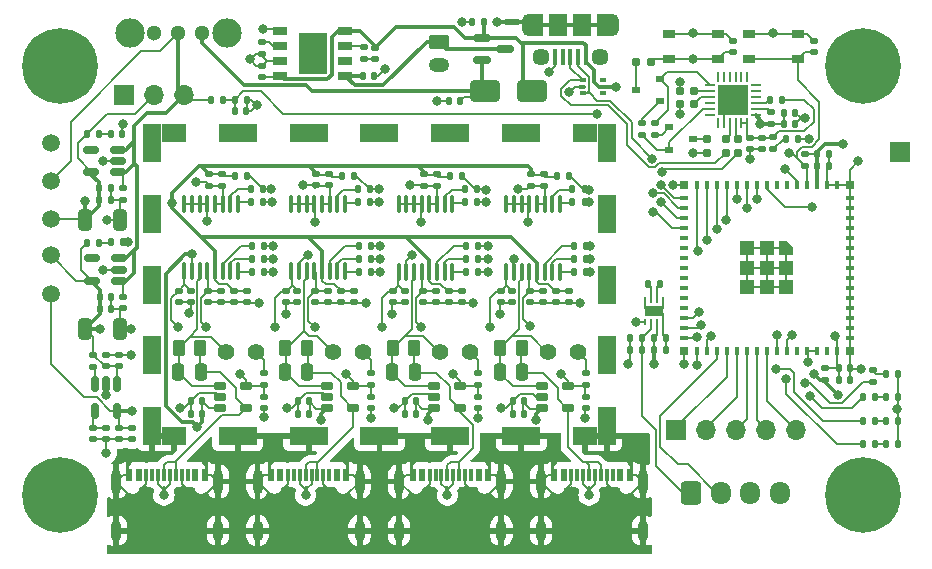
<source format=gbr>
%TF.GenerationSoftware,KiCad,Pcbnew,8.0.6*%
%TF.CreationDate,2025-06-05T21:04:29+02:00*%
%TF.ProjectId,ChrisPCB,43687269-7350-4434-922e-6b696361645f,rev?*%
%TF.SameCoordinates,Original*%
%TF.FileFunction,Copper,L1,Top*%
%TF.FilePolarity,Positive*%
%FSLAX46Y46*%
G04 Gerber Fmt 4.6, Leading zero omitted, Abs format (unit mm)*
G04 Created by KiCad (PCBNEW 8.0.6) date 2025-06-05 21:04:29*
%MOMM*%
%LPD*%
G01*
G04 APERTURE LIST*
G04 Aperture macros list*
%AMRoundRect*
0 Rectangle with rounded corners*
0 $1 Rounding radius*
0 $2 $3 $4 $5 $6 $7 $8 $9 X,Y pos of 4 corners*
0 Add a 4 corners polygon primitive as box body*
4,1,4,$2,$3,$4,$5,$6,$7,$8,$9,$2,$3,0*
0 Add four circle primitives for the rounded corners*
1,1,$1+$1,$2,$3*
1,1,$1+$1,$4,$5*
1,1,$1+$1,$6,$7*
1,1,$1+$1,$8,$9*
0 Add four rect primitives between the rounded corners*
20,1,$1+$1,$2,$3,$4,$5,0*
20,1,$1+$1,$4,$5,$6,$7,0*
20,1,$1+$1,$6,$7,$8,$9,0*
20,1,$1+$1,$8,$9,$2,$3,0*%
%AMFreePoly0*
4,1,14,0.603536,0.603536,0.605000,0.600000,0.605000,-0.600000,0.603536,-0.603536,0.600000,-0.605000,-0.600000,-0.605000,-0.603536,-0.603536,-0.605000,-0.600000,-0.605000,0.000000,-0.603536,0.003536,-0.003536,0.603536,0.000000,0.605000,0.600000,0.605000,0.603536,0.603536,0.603536,0.603536,$1*%
G04 Aperture macros list end*
%TA.AperFunction,EtchedComponent*%
%ADD10C,0.000000*%
%TD*%
%TA.AperFunction,SMDPad,CuDef*%
%ADD11RoundRect,0.140000X0.140000X0.170000X-0.140000X0.170000X-0.140000X-0.170000X0.140000X-0.170000X0*%
%TD*%
%TA.AperFunction,SMDPad,CuDef*%
%ADD12RoundRect,0.140000X0.170000X-0.140000X0.170000X0.140000X-0.170000X0.140000X-0.170000X-0.140000X0*%
%TD*%
%TA.AperFunction,SMDPad,CuDef*%
%ADD13RoundRect,0.062500X-0.062500X0.187500X-0.062500X-0.187500X0.062500X-0.187500X0.062500X0.187500X0*%
%TD*%
%TA.AperFunction,ComponentPad*%
%ADD14C,0.600000*%
%TD*%
%TA.AperFunction,SMDPad,CuDef*%
%ADD15R,1.600000X0.900000*%
%TD*%
%TA.AperFunction,SMDPad,CuDef*%
%ADD16R,0.400000X1.350000*%
%TD*%
%TA.AperFunction,ComponentPad*%
%ADD17O,1.200000X1.900000*%
%TD*%
%TA.AperFunction,SMDPad,CuDef*%
%ADD18R,1.200000X1.900000*%
%TD*%
%TA.AperFunction,ComponentPad*%
%ADD19C,1.450000*%
%TD*%
%TA.AperFunction,SMDPad,CuDef*%
%ADD20R,1.500000X1.900000*%
%TD*%
%TA.AperFunction,SMDPad,CuDef*%
%ADD21RoundRect,0.140000X-0.170000X0.140000X-0.170000X-0.140000X0.170000X-0.140000X0.170000X0.140000X0*%
%TD*%
%TA.AperFunction,ComponentPad*%
%ADD22C,6.400000*%
%TD*%
%TA.AperFunction,ComponentPad*%
%ADD23C,1.400000*%
%TD*%
%TA.AperFunction,SMDPad,CuDef*%
%ADD24RoundRect,0.100000X-0.100000X0.637500X-0.100000X-0.637500X0.100000X-0.637500X0.100000X0.637500X0*%
%TD*%
%TA.AperFunction,SMDPad,CuDef*%
%ADD25RoundRect,0.135000X0.135000X0.185000X-0.135000X0.185000X-0.135000X-0.185000X0.135000X-0.185000X0*%
%TD*%
%TA.AperFunction,SMDPad,CuDef*%
%ADD26RoundRect,0.140000X-0.140000X-0.170000X0.140000X-0.170000X0.140000X0.170000X-0.140000X0.170000X0*%
%TD*%
%TA.AperFunction,SMDPad,CuDef*%
%ADD27RoundRect,0.150000X-0.150000X0.512500X-0.150000X-0.512500X0.150000X-0.512500X0.150000X0.512500X0*%
%TD*%
%TA.AperFunction,SMDPad,CuDef*%
%ADD28RoundRect,0.150000X0.512500X0.150000X-0.512500X0.150000X-0.512500X-0.150000X0.512500X-0.150000X0*%
%TD*%
%TA.AperFunction,ComponentPad*%
%ADD29C,1.500000*%
%TD*%
%TA.AperFunction,SMDPad,CuDef*%
%ADD30RoundRect,0.135000X0.185000X-0.135000X0.185000X0.135000X-0.185000X0.135000X-0.185000X-0.135000X0*%
%TD*%
%TA.AperFunction,SMDPad,CuDef*%
%ADD31RoundRect,0.250000X-0.325000X-0.650000X0.325000X-0.650000X0.325000X0.650000X-0.325000X0.650000X0*%
%TD*%
%TA.AperFunction,SMDPad,CuDef*%
%ADD32RoundRect,0.250000X0.262500X0.450000X-0.262500X0.450000X-0.262500X-0.450000X0.262500X-0.450000X0*%
%TD*%
%TA.AperFunction,SMDPad,CuDef*%
%ADD33RoundRect,0.135000X-0.135000X-0.185000X0.135000X-0.185000X0.135000X0.185000X-0.135000X0.185000X0*%
%TD*%
%TA.AperFunction,SMDPad,CuDef*%
%ADD34RoundRect,0.150000X-0.587500X-0.150000X0.587500X-0.150000X0.587500X0.150000X-0.587500X0.150000X0*%
%TD*%
%TA.AperFunction,SMDPad,CuDef*%
%ADD35R,0.800000X0.600000*%
%TD*%
%TA.AperFunction,SMDPad,CuDef*%
%ADD36RoundRect,0.147500X0.147500X0.172500X-0.147500X0.172500X-0.147500X-0.172500X0.147500X-0.172500X0*%
%TD*%
%TA.AperFunction,SMDPad,CuDef*%
%ADD37RoundRect,0.135000X-0.185000X0.135000X-0.185000X-0.135000X0.185000X-0.135000X0.185000X0.135000X0*%
%TD*%
%TA.AperFunction,SMDPad,CuDef*%
%ADD38C,0.500000*%
%TD*%
%TA.AperFunction,SMDPad,CuDef*%
%ADD39R,0.600000X1.140000*%
%TD*%
%TA.AperFunction,SMDPad,CuDef*%
%ADD40R,0.300000X1.140000*%
%TD*%
%TA.AperFunction,ComponentPad*%
%ADD41O,0.900000X2.000000*%
%TD*%
%TA.AperFunction,ComponentPad*%
%ADD42O,0.900000X1.700000*%
%TD*%
%TA.AperFunction,SMDPad,CuDef*%
%ADD43RoundRect,0.162500X-0.367500X-0.162500X0.367500X-0.162500X0.367500X0.162500X-0.367500X0.162500X0*%
%TD*%
%TA.AperFunction,ComponentPad*%
%ADD44RoundRect,0.250000X-0.625000X0.350000X-0.625000X-0.350000X0.625000X-0.350000X0.625000X0.350000X0*%
%TD*%
%TA.AperFunction,ComponentPad*%
%ADD45O,1.750000X1.200000*%
%TD*%
%TA.AperFunction,SMDPad,CuDef*%
%ADD46RoundRect,0.062500X0.062500X-0.350000X0.062500X0.350000X-0.062500X0.350000X-0.062500X-0.350000X0*%
%TD*%
%TA.AperFunction,SMDPad,CuDef*%
%ADD47RoundRect,0.062500X0.350000X-0.062500X0.350000X0.062500X-0.350000X0.062500X-0.350000X-0.062500X0*%
%TD*%
%TA.AperFunction,HeatsinkPad*%
%ADD48R,2.600000X2.600000*%
%TD*%
%TA.AperFunction,SMDPad,CuDef*%
%ADD49RoundRect,0.160000X0.160000X-0.197500X0.160000X0.197500X-0.160000X0.197500X-0.160000X-0.197500X0*%
%TD*%
%TA.AperFunction,SMDPad,CuDef*%
%ADD50R,1.300000X0.700000*%
%TD*%
%TA.AperFunction,ComponentPad*%
%ADD51R,1.700000X1.700000*%
%TD*%
%TA.AperFunction,SMDPad,CuDef*%
%ADD52RoundRect,0.160000X-0.197500X-0.160000X0.197500X-0.160000X0.197500X0.160000X-0.197500X0.160000X0*%
%TD*%
%TA.AperFunction,ComponentPad*%
%ADD53RoundRect,0.250000X-0.600000X-0.725000X0.600000X-0.725000X0.600000X0.725000X-0.600000X0.725000X0*%
%TD*%
%TA.AperFunction,ComponentPad*%
%ADD54O,1.700000X1.950000*%
%TD*%
%TA.AperFunction,SMDPad,CuDef*%
%ADD55RoundRect,0.160000X-0.160000X0.197500X-0.160000X-0.197500X0.160000X-0.197500X0.160000X0.197500X0*%
%TD*%
%TA.AperFunction,SMDPad,CuDef*%
%ADD56RoundRect,0.160000X0.197500X0.160000X-0.197500X0.160000X-0.197500X-0.160000X0.197500X-0.160000X0*%
%TD*%
%TA.AperFunction,SMDPad,CuDef*%
%ADD57R,1.050000X0.650000*%
%TD*%
%TA.AperFunction,ComponentPad*%
%ADD58O,1.700000X1.700000*%
%TD*%
%TA.AperFunction,SMDPad,CuDef*%
%ADD59RoundRect,0.250000X0.250000X0.475000X-0.250000X0.475000X-0.250000X-0.475000X0.250000X-0.475000X0*%
%TD*%
%TA.AperFunction,SMDPad,CuDef*%
%ADD60RoundRect,0.093750X-0.156250X-0.093750X0.156250X-0.093750X0.156250X0.093750X-0.156250X0.093750X0*%
%TD*%
%TA.AperFunction,SMDPad,CuDef*%
%ADD61RoundRect,0.075000X-0.250000X-0.075000X0.250000X-0.075000X0.250000X0.075000X-0.250000X0.075000X0*%
%TD*%
%TA.AperFunction,SMDPad,CuDef*%
%ADD62R,1.550000X1.500000*%
%TD*%
%TA.AperFunction,SMDPad,CuDef*%
%ADD63R,1.550000X1.750000*%
%TD*%
%TA.AperFunction,SMDPad,CuDef*%
%ADD64R,1.550000X3.300000*%
%TD*%
%TA.AperFunction,SMDPad,CuDef*%
%ADD65R,2.050000X1.500000*%
%TD*%
%TA.AperFunction,SMDPad,CuDef*%
%ADD66R,2.100000X1.500000*%
%TD*%
%TA.AperFunction,SMDPad,CuDef*%
%ADD67R,3.300000X1.500000*%
%TD*%
%TA.AperFunction,SMDPad,CuDef*%
%ADD68RoundRect,0.250000X-1.000000X-0.650000X1.000000X-0.650000X1.000000X0.650000X-1.000000X0.650000X0*%
%TD*%
%TA.AperFunction,ComponentPad*%
%ADD69C,1.300000*%
%TD*%
%TA.AperFunction,ComponentPad*%
%ADD70C,2.483000*%
%TD*%
%TA.AperFunction,SMDPad,CuDef*%
%ADD71R,0.400000X0.800000*%
%TD*%
%TA.AperFunction,SMDPad,CuDef*%
%ADD72R,0.800000X0.400000*%
%TD*%
%TA.AperFunction,SMDPad,CuDef*%
%ADD73R,1.200000X1.200000*%
%TD*%
%TA.AperFunction,SMDPad,CuDef*%
%ADD74FreePoly0,270.000000*%
%TD*%
%TA.AperFunction,SMDPad,CuDef*%
%ADD75R,0.800000X0.800000*%
%TD*%
%TA.AperFunction,SMDPad,CuDef*%
%ADD76RoundRect,0.147500X0.172500X-0.147500X0.172500X0.147500X-0.172500X0.147500X-0.172500X-0.147500X0*%
%TD*%
%TA.AperFunction,ViaPad*%
%ADD77C,0.800000*%
%TD*%
%TA.AperFunction,Conductor*%
%ADD78C,0.160000*%
%TD*%
%TA.AperFunction,Conductor*%
%ADD79C,0.300000*%
%TD*%
G04 APERTURE END LIST*
D10*
%TA.AperFunction,EtchedComponent*%
%TO.C,NT1*%
G36*
X138800000Y-76450000D02*
G01*
X137800000Y-76450000D01*
X137800000Y-75950000D01*
X138800000Y-75950000D01*
X138800000Y-76450000D01*
G37*
%TD.AperFunction*%
%TA.AperFunction,EtchedComponent*%
%TO.C,IC1*%
G36*
X122600000Y-80600368D02*
G01*
X120199741Y-80600368D01*
X120199741Y-77200000D01*
X122600000Y-77200000D01*
X122600000Y-80600368D01*
G37*
%TD.AperFunction*%
%TD*%
D11*
%TO.P,C16,1,1*%
%TO.N,+5V_Gen*%
X149256000Y-104002000D03*
%TO.P,C16,2,2*%
%TO.N,GND*%
X148296000Y-104002000D03*
%TD*%
D12*
%TO.P,C74,1,1*%
%TO.N,GND*%
X105300000Y-91280000D03*
%TO.P,C74,2,2*%
%TO.N,VCC*%
X105300000Y-90320000D03*
%TD*%
D13*
%TO.P,U15,1,PFM*%
%TO.N,GND*%
X151050000Y-99750000D03*
%TO.P,U15,2,C1-*%
%TO.N,Net-(U15-C1-)*%
X150550000Y-99750000D03*
%TO.P,U15,3,C1+*%
%TO.N,Net-(U15-C1+)*%
X150050000Y-99750000D03*
%TO.P,U15,4,OUTDIS*%
%TO.N,GND*%
X149550000Y-99750000D03*
%TO.P,U15,5,EN*%
%TO.N,EN_5V*%
X149550000Y-101650000D03*
%TO.P,U15,6,VOUT*%
%TO.N,+5V_Gen*%
X150050000Y-101650000D03*
%TO.P,U15,7,VIN*%
%TO.N,+3.3V*%
X150550000Y-101650000D03*
%TO.P,U15,8,GND*%
%TO.N,GND*%
X151050000Y-101650000D03*
D14*
%TO.P,U15,9,GND*%
X150800000Y-100700000D03*
D15*
X150300000Y-100700000D03*
D14*
X149800000Y-100700000D03*
%TD*%
D12*
%TO.P,C4,1*%
%TO.N,GND*%
X105000000Y-111580000D03*
%TO.P,C4,2*%
%TO.N,VRef*%
X105000000Y-110620000D03*
%TD*%
%TO.P,C20,1*%
%TO.N,GND*%
X113650000Y-99942500D03*
%TO.P,C20,2*%
%TO.N,+3.3VA*%
X113650000Y-98982500D03*
%TD*%
D16*
%TO.P,J11,1,VBUS*%
%TO.N,VBUS*%
X144500000Y-79162500D03*
%TO.P,J11,2,D-*%
%TO.N,USBD-*%
X143850000Y-79162500D03*
%TO.P,J11,3,D+*%
%TO.N,USBD+*%
X143200000Y-79162500D03*
%TO.P,J11,4,ID*%
%TO.N,unconnected-(J11-ID-Pad4)*%
X142550000Y-79162500D03*
%TO.P,J11,5,GND*%
%TO.N,GND*%
X141900000Y-79162500D03*
D17*
%TO.P,J11,6,Shield*%
%TO.N,Shield*%
X146700000Y-76462500D03*
D18*
X146100000Y-76462500D03*
D19*
X145700000Y-79162500D03*
D20*
X144200000Y-76462500D03*
X142200000Y-76462500D03*
D19*
X140700000Y-79162500D03*
D18*
X140300000Y-76462500D03*
D17*
X139700000Y-76462500D03*
%TD*%
D21*
%TO.P,C46,1*%
%TO.N,+3.3VA*%
X135400000Y-107982500D03*
%TO.P,C46,2*%
%TO.N,GND*%
X135400000Y-108942500D03*
%TD*%
%TO.P,C60,1*%
%TO.N,+3.3V*%
X143100000Y-98982500D03*
%TO.P,C60,2*%
%TO.N,GND*%
X143100000Y-99942500D03*
%TD*%
D22*
%TO.P,H3,1,1*%
%TO.N,GND*%
X168000000Y-80000000D03*
%TD*%
D23*
%TO.P,TP6,1,1*%
%TO.N,GND*%
X116600000Y-104162500D03*
%TO.P,TP6,2,2*%
%TO.N,/Ferro Amplifier 1/Vout*%
X114060000Y-104162500D03*
%TD*%
D21*
%TO.P,C6,1*%
%TO.N,Net-(U1-NR)*%
X102800000Y-110620000D03*
%TO.P,C6,2*%
%TO.N,GND*%
X102800000Y-111580000D03*
%TD*%
D24*
%TO.P,U9,1,SCLK*%
%TO.N,Net-(U9-SCLK)*%
X142325000Y-91637500D03*
%TO.P,U9,2,~{CS}*%
%TO.N,Net-(U9-~{CS})*%
X141675000Y-91637500D03*
%TO.P,U9,3,CLK*%
%TO.N,GND*%
X141025000Y-91637500D03*
%TO.P,U9,4,DGND*%
X140375000Y-91637500D03*
%TO.P,U9,5,AVSS*%
X139725000Y-91637500D03*
%TO.P,U9,6,AIN3/REFN1*%
X139075000Y-91637500D03*
%TO.P,U9,7,AIN2*%
X138425000Y-91637500D03*
%TO.P,U9,8,REFN0*%
X137775000Y-91637500D03*
%TO.P,U9,9,REFP0*%
%TO.N,+3.3VA*%
X137775000Y-97362500D03*
%TO.P,U9,10,AIN1*%
%TO.N,VRef*%
X138425000Y-97362500D03*
%TO.P,U9,11,AIN0/REFP1*%
%TO.N,/Ferro Amplifier 4/Vout*%
X139075000Y-97362500D03*
%TO.P,U9,12,AVDD*%
%TO.N,+3.3VA*%
X139725000Y-97362500D03*
%TO.P,U9,13,DVDD*%
%TO.N,+3.3V*%
X140375000Y-97362500D03*
%TO.P,U9,14,~{DRDY}*%
%TO.N,Net-(U9-~{DRDY})*%
X141025000Y-97362500D03*
%TO.P,U9,15,DOUT/~{DRDY}*%
%TO.N,Net-(U9-DOUT{slash}~{DRDY})*%
X141675000Y-97362500D03*
%TO.P,U9,16,DIN*%
%TO.N,Net-(U9-DIN)*%
X142325000Y-97362500D03*
%TD*%
D25*
%TO.P,R33,1*%
%TO.N,MISO*%
X144510000Y-96262500D03*
%TO.P,R33,2*%
%TO.N,Net-(U9-DOUT{slash}~{DRDY})*%
X143490000Y-96262500D03*
%TD*%
%TO.P,R16,1*%
%TO.N,CS 1*%
X117160000Y-90362500D03*
%TO.P,R16,2*%
%TO.N,Net-(U3-~{CS})*%
X116140000Y-90362500D03*
%TD*%
D21*
%TO.P,C43,1*%
%TO.N,GND*%
X135400000Y-105982500D03*
%TO.P,C43,2*%
%TO.N,+3.3VA*%
X135400000Y-106942500D03*
%TD*%
D26*
%TO.P,C39,1*%
%TO.N,GND*%
X120120000Y-109462500D03*
%TO.P,C39,2*%
%TO.N,VRef*%
X121080000Y-109462500D03*
%TD*%
D27*
%TO.P,U1,1,IN*%
%TO.N,+3.3VA*%
X104850000Y-106862500D03*
%TO.P,U1,2,GND*%
%TO.N,GND*%
X103900000Y-106862500D03*
%TO.P,U1,3,EN*%
%TO.N,Net-(U1-EN)*%
X102950000Y-106862500D03*
%TO.P,U1,4,NR*%
%TO.N,Net-(U1-NR)*%
X102950000Y-109137500D03*
%TO.P,U1,5,OUT*%
%TO.N,VRef*%
X104850000Y-109137500D03*
%TD*%
D12*
%TO.P,C54,1*%
%TO.N,GND*%
X141000000Y-90080000D03*
%TO.P,C54,2*%
%TO.N,+3.3V*%
X141000000Y-89120000D03*
%TD*%
D28*
%TO.P,U14,1,VIN*%
%TO.N,VCC*%
X104962500Y-98150000D03*
%TO.P,U14,2,GND*%
%TO.N,GND*%
X104962500Y-97200000D03*
%TO.P,U14,3,EN*%
%TO.N,VCC*%
X104962500Y-96250000D03*
%TO.P,U14,4,NC*%
%TO.N,unconnected-(U14-NC-Pad4)*%
X102687500Y-96250000D03*
%TO.P,U14,5,VOUT*%
%TO.N,+3.3VA*%
X102687500Y-98150000D03*
%TD*%
D11*
%TO.P,C12,1,1*%
%TO.N,GND*%
X165080000Y-87420000D03*
%TO.P,C12,2,2*%
%TO.N,+3.3V*%
X164120000Y-87420000D03*
%TD*%
D21*
%TO.P,C24,1*%
%TO.N,+3.3V*%
X115850000Y-98982500D03*
%TO.P,C24,2*%
%TO.N,GND*%
X115850000Y-99942500D03*
%TD*%
D25*
%TO.P,R20,1*%
%TO.N,MOSI*%
X126310000Y-97362500D03*
%TO.P,R20,2*%
%TO.N,Net-(U5-DIN)*%
X125290000Y-97362500D03*
%TD*%
D21*
%TO.P,C22,1*%
%TO.N,+3.3VA*%
X117250000Y-107982500D03*
%TO.P,C22,2*%
%TO.N,GND*%
X117250000Y-108942500D03*
%TD*%
D25*
%TO.P,R35,1*%
%TO.N,DRDY 4*%
X144510000Y-95162500D03*
%TO.P,R35,2*%
%TO.N,Net-(U9-~{DRDY})*%
X143490000Y-95162500D03*
%TD*%
D22*
%TO.P,H1,1,1*%
%TO.N,GND*%
X100000000Y-116320000D03*
%TD*%
D29*
%TO.P,TP5,1,1*%
%TO.N,GND*%
X99200000Y-86500000D03*
%TD*%
D30*
%TO.P,R49,1*%
%TO.N,Net-(Q2-Pad1)*%
X150400000Y-85810000D03*
%TO.P,R49,2*%
%TO.N,RTS*%
X150400000Y-84790000D03*
%TD*%
D12*
%TO.P,C35,1*%
%TO.N,GND*%
X123800000Y-99942500D03*
%TO.P,C35,2*%
%TO.N,+3.3V*%
X123800000Y-98982500D03*
%TD*%
D24*
%TO.P,U5,1,SCLK*%
%TO.N,Net-(U5-SCLK)*%
X124125000Y-91625000D03*
%TO.P,U5,2,~{CS}*%
%TO.N,Net-(U5-~{CS})*%
X123475000Y-91625000D03*
%TO.P,U5,3,CLK*%
%TO.N,GND*%
X122825000Y-91625000D03*
%TO.P,U5,4,DGND*%
X122175000Y-91625000D03*
%TO.P,U5,5,AVSS*%
X121525000Y-91625000D03*
%TO.P,U5,6,AIN3/REFN1*%
X120875000Y-91625000D03*
%TO.P,U5,7,AIN2*%
X120225000Y-91625000D03*
%TO.P,U5,8,REFN0*%
X119575000Y-91625000D03*
%TO.P,U5,9,REFP0*%
%TO.N,+3.3VA*%
X119575000Y-97350000D03*
%TO.P,U5,10,AIN1*%
%TO.N,VRef*%
X120225000Y-97350000D03*
%TO.P,U5,11,AIN0/REFP1*%
%TO.N,/Ferro Amplifier 2/Vout*%
X120875000Y-97350000D03*
%TO.P,U5,12,AVDD*%
%TO.N,+3.3VA*%
X121525000Y-97350000D03*
%TO.P,U5,13,DVDD*%
%TO.N,+3.3V*%
X122175000Y-97350000D03*
%TO.P,U5,14,~{DRDY}*%
%TO.N,Net-(U5-~{DRDY})*%
X122825000Y-97350000D03*
%TO.P,U5,15,DOUT/~{DRDY}*%
%TO.N,Net-(U5-DOUT{slash}~{DRDY})*%
X123475000Y-97350000D03*
%TO.P,U5,16,DIN*%
%TO.N,Net-(U5-DIN)*%
X124125000Y-97350000D03*
%TD*%
D12*
%TO.P,C32,1*%
%TO.N,GND*%
X122700000Y-99942500D03*
%TO.P,C32,2*%
%TO.N,+3.3VA*%
X122700000Y-98982500D03*
%TD*%
D25*
%TO.P,R14,1*%
%TO.N,MOSI*%
X117260000Y-97362500D03*
%TO.P,R14,2*%
%TO.N,Net-(U3-DIN)*%
X116240000Y-97362500D03*
%TD*%
D12*
%TO.P,C18,1*%
%TO.N,GND*%
X113750000Y-90080000D03*
%TO.P,C18,2*%
%TO.N,+3.3V*%
X113750000Y-89120000D03*
%TD*%
D31*
%TO.P,C7,1*%
%TO.N,+3.3V*%
X102125000Y-93000000D03*
%TO.P,C7,2*%
%TO.N,GND*%
X105075000Y-93000000D03*
%TD*%
D11*
%TO.P,C71,1,1*%
%TO.N,GND*%
X115780000Y-83800000D03*
%TO.P,C71,2,2*%
%TO.N,VCC_STATE*%
X114820000Y-83800000D03*
%TD*%
D12*
%TO.P,C59,1*%
%TO.N,GND*%
X142000000Y-99942500D03*
%TO.P,C59,2*%
%TO.N,+3.3V*%
X142000000Y-98982500D03*
%TD*%
D32*
%TO.P,RF1,1*%
%TO.N,/Ferro Amplifier 1/Ferro*%
X111862500Y-103862500D03*
%TO.P,RF1,2*%
%TO.N,/Ferro Amplifier 1/Vout*%
X110037500Y-103862500D03*
%TD*%
D21*
%TO.P,C58,1*%
%TO.N,+3.3VA*%
X144500000Y-107982500D03*
%TO.P,C58,2*%
%TO.N,GND*%
X144500000Y-108942500D03*
%TD*%
D33*
%TO.P,R52,1,1*%
%TO.N,GND*%
X134890000Y-76200000D03*
%TO.P,R52,2,2*%
%TO.N,VBUS*%
X135910000Y-76200000D03*
%TD*%
D25*
%TO.P,R28,1*%
%TO.N,CS 3*%
X135310000Y-90362500D03*
%TO.P,R28,2*%
%TO.N,Net-(U7-~{CS})*%
X134290000Y-90362500D03*
%TD*%
%TO.P,R32,1*%
%TO.N,MOSI*%
X144510000Y-97362500D03*
%TO.P,R32,2*%
%TO.N,Net-(U9-DIN)*%
X143490000Y-97362500D03*
%TD*%
%TO.P,R15,1*%
%TO.N,MISO*%
X117260000Y-96262500D03*
%TO.P,R15,2*%
%TO.N,Net-(U3-DOUT{slash}~{DRDY})*%
X116240000Y-96262500D03*
%TD*%
D34*
%TO.P,Q3,1,G*%
%TO.N,VBUS*%
X135762500Y-77550000D03*
%TO.P,Q3,2,S*%
%TO.N,Net-(D1-K)*%
X135762500Y-79450000D03*
%TO.P,Q3,3,D*%
%TO.N,BAT+*%
X137637500Y-78500000D03*
%TD*%
D25*
%TO.P,R12,1*%
%TO.N,CS 1*%
X115860000Y-89262500D03*
%TO.P,R12,2*%
%TO.N,+3.3V*%
X114840000Y-89262500D03*
%TD*%
D12*
%TO.P,C56,1*%
%TO.N,GND*%
X140900000Y-99942500D03*
%TO.P,C56,2*%
%TO.N,+3.3VA*%
X140900000Y-98982500D03*
%TD*%
D35*
%TO.P,Q2,1*%
%TO.N,Net-(Q2-Pad1)*%
X151590000Y-85150000D03*
%TO.P,Q2,2*%
%TO.N,DTR*%
X151590000Y-87050000D03*
%TO.P,Q2,3*%
%TO.N,Net-(Q2-Pad3)*%
X153610000Y-86100000D03*
%TD*%
D25*
%TO.P,R21,1*%
%TO.N,MISO*%
X126310000Y-96262500D03*
%TO.P,R21,2*%
%TO.N,Net-(U5-DOUT{slash}~{DRDY})*%
X125290000Y-96262500D03*
%TD*%
D36*
%TO.P,LED_INFO4,1,K*%
%TO.N,GND*%
X170919000Y-106000000D03*
%TO.P,LED_INFO4,2,A*%
%TO.N,Net-(LED_INFO4-A)*%
X169949000Y-106000000D03*
%TD*%
D37*
%TO.P,R40,1*%
%TO.N,Net-(U12-VBUS)*%
X160200000Y-83890000D03*
%TO.P,R40,2*%
%TO.N,VBUS*%
X160200000Y-84910000D03*
%TD*%
D30*
%TO.P,R43,1,1*%
%TO.N,Net-(LED_CHRG1-K)*%
X125700000Y-79410000D03*
%TO.P,R43,2,2*%
%TO.N,Net-(IC1-CHRG)*%
X125700000Y-78390000D03*
%TD*%
D21*
%TO.P,C9,1,1*%
%TO.N,GND*%
X163800000Y-77820000D03*
%TO.P,C9,2,2*%
%TO.N,BOOT*%
X163800000Y-78780000D03*
%TD*%
D29*
%TO.P,TP4,1,1*%
%TO.N,VRef*%
X99200000Y-99300000D03*
%TD*%
D38*
%TO.P,NT1,1,1*%
%TO.N,GND*%
X137800000Y-76200000D03*
%TO.P,NT1,2,2*%
%TO.N,Shield*%
X138800000Y-76200000D03*
%TD*%
D11*
%TO.P,C28,1*%
%TO.N,VRef*%
X112030000Y-108362500D03*
%TO.P,C28,2*%
%TO.N,GND*%
X111070000Y-108362500D03*
%TD*%
%TO.P,C11,1,1*%
%TO.N,GND*%
X165080000Y-88450000D03*
%TO.P,C11,2,2*%
%TO.N,+3.3V*%
X164120000Y-88450000D03*
%TD*%
%TO.P,C76,1,1*%
%TO.N,GND*%
X104305000Y-99500000D03*
%TO.P,C76,2,2*%
%TO.N,+3.3VA*%
X103345000Y-99500000D03*
%TD*%
D12*
%TO.P,C3,1*%
%TO.N,GND*%
X106100000Y-111580000D03*
%TO.P,C3,2*%
%TO.N,VRef*%
X106100000Y-110620000D03*
%TD*%
D29*
%TO.P,TP3,1,1*%
%TO.N,+3.3VA*%
X99200000Y-96000000D03*
%TD*%
D26*
%TO.P,C15,1,1*%
%TO.N,Net-(U15-C1+)*%
X149820000Y-98414000D03*
%TO.P,C15,2,2*%
%TO.N,Net-(U15-C1-)*%
X150780000Y-98414000D03*
%TD*%
D36*
%TO.P,LED_PWR2,1,K*%
%TO.N,GND*%
X105285000Y-85700000D03*
%TO.P,LED_PWR2,2,A*%
%TO.N,Net-(LED_PWR2-A)*%
X104315000Y-85700000D03*
%TD*%
D11*
%TO.P,C14,1,1*%
%TO.N,GND*%
X166880000Y-106550000D03*
%TO.P,C14,2,2*%
%TO.N,ESP EN*%
X165920000Y-106550000D03*
%TD*%
D21*
%TO.P,C1,1*%
%TO.N,GND*%
X105000000Y-104420000D03*
%TO.P,C1,2*%
%TO.N,+3.3VA*%
X105000000Y-105380000D03*
%TD*%
D31*
%TO.P,C8,1*%
%TO.N,+3.3VA*%
X102125000Y-102200000D03*
%TO.P,C8,2*%
%TO.N,GND*%
X105075000Y-102200000D03*
%TD*%
D21*
%TO.P,C57,1*%
%TO.N,+3.3VA*%
X139800000Y-98982500D03*
%TO.P,C57,2*%
%TO.N,GND*%
X139800000Y-99942500D03*
%TD*%
%TO.P,C25,1*%
%TO.N,+3.3VA*%
X110050000Y-98982500D03*
%TO.P,C25,2*%
%TO.N,GND*%
X110050000Y-99942500D03*
%TD*%
D25*
%TO.P,R18,1*%
%TO.N,CS 2*%
X124910000Y-89262500D03*
%TO.P,R18,2*%
%TO.N,+3.3V*%
X123890000Y-89262500D03*
%TD*%
D39*
%TO.P,J7,A1_B12,GND*%
%TO.N,Shield*%
X105850000Y-114562500D03*
%TO.P,J7,A4_B9,VBUS*%
%TO.N,unconnected-(J7-VBUS-PadA4_B9)*%
X106650000Y-114562500D03*
D40*
%TO.P,J7,A5,CC1*%
%TO.N,unconnected-(J7-CC1-PadA5)*%
X107800000Y-114562500D03*
%TO.P,J7,A6,DP1*%
%TO.N,/Ferro Amplifier 1/Ferro*%
X108800000Y-114562500D03*
%TO.P,J7,A7,DN1*%
%TO.N,VRef*%
X109300000Y-114562500D03*
%TO.P,J7,A8,SBU1*%
%TO.N,Shield*%
X110300000Y-114562500D03*
D39*
%TO.P,J7,B1_A12,GND*%
X112250000Y-114562500D03*
%TO.P,J7,B4_A9,VBUS*%
%TO.N,unconnected-(J7-VBUS-PadA4_B9)_1*%
X111450000Y-114562500D03*
D40*
%TO.P,J7,B5,CC2*%
%TO.N,unconnected-(J7-CC2-PadB5)*%
X110800000Y-114562500D03*
%TO.P,J7,B6,DP2*%
%TO.N,/Ferro Amplifier 1/Ferro*%
X109800000Y-114562500D03*
%TO.P,J7,B7,DN2*%
%TO.N,VRef*%
X108300000Y-114562500D03*
%TO.P,J7,B8,SBU2*%
%TO.N,Shield*%
X107300000Y-114562500D03*
D41*
%TO.P,J7,S1,SHIELD*%
X104725000Y-115142500D03*
%TO.P,J7,S2,SHIELD*%
X113375000Y-115142500D03*
D42*
%TO.P,J7,S3,SHIELD*%
X104725000Y-119312500D03*
%TO.P,J7,S4,SHIELD*%
X113375000Y-119312500D03*
%TD*%
D36*
%TO.P,LED_PWR1,1,K*%
%TO.N,GND*%
X162470000Y-86100000D03*
%TO.P,LED_PWR1,2,A*%
%TO.N,Net-(LED_PWR1-A)*%
X161500000Y-86100000D03*
%TD*%
D25*
%TO.P,R29,1*%
%TO.N,DRDY 3*%
X135410000Y-95162500D03*
%TO.P,R29,2*%
%TO.N,Net-(U7-~{DRDY})*%
X134390000Y-95162500D03*
%TD*%
D32*
%TO.P,RF3,1*%
%TO.N,/Ferro Amplifier 3/Ferro*%
X130012500Y-103862500D03*
%TO.P,RF3,2*%
%TO.N,/Ferro Amplifier 3/Vout*%
X128187500Y-103862500D03*
%TD*%
D21*
%TO.P,C21,1*%
%TO.N,+3.3VA*%
X112550000Y-98982500D03*
%TO.P,C21,2*%
%TO.N,GND*%
X112550000Y-99942500D03*
%TD*%
%TO.P,C53,1*%
%TO.N,+3.3V*%
X139900000Y-89120000D03*
%TO.P,C53,2*%
%TO.N,GND*%
X139900000Y-90080000D03*
%TD*%
D43*
%TO.P,U8,1*%
%TO.N,/Ferro Amplifier 3/Vout*%
X131700000Y-107012500D03*
%TO.P,U8,2,V-*%
%TO.N,GND*%
X131700000Y-107962500D03*
%TO.P,U8,3,+*%
%TO.N,VRef*%
X131700000Y-108912500D03*
%TO.P,U8,4,-*%
%TO.N,/Ferro Amplifier 3/Ferro*%
X133900000Y-108912500D03*
%TO.P,U8,5,V+*%
%TO.N,+3.3VA*%
X133900000Y-107012500D03*
%TD*%
D12*
%TO.P,C78,1,1*%
%TO.N,GND*%
X105325000Y-100480000D03*
%TO.P,C78,2,2*%
%TO.N,VCC*%
X105325000Y-99520000D03*
%TD*%
D29*
%TO.P,TP1,1,1*%
%TO.N,VCC*%
X99200000Y-89700000D03*
%TD*%
D44*
%TO.P,X1,1,1*%
%TO.N,BAT+*%
X132100000Y-77900000D03*
D45*
%TO.P,X1,2,2*%
%TO.N,GND*%
X132100000Y-79900000D03*
%TD*%
D11*
%TO.P,C64,1*%
%TO.N,VRef*%
X139280000Y-108362500D03*
%TO.P,C64,2*%
%TO.N,GND*%
X138320000Y-108362500D03*
%TD*%
D12*
%TO.P,C62,1*%
%TO.N,GND*%
X138300000Y-99942500D03*
%TO.P,C62,2*%
%TO.N,+3.3VA*%
X138300000Y-98982500D03*
%TD*%
D35*
%TO.P,Q1,1*%
%TO.N,Net-(Q1-Pad1)*%
X150810000Y-82950000D03*
%TO.P,Q1,2*%
%TO.N,RTS*%
X150810000Y-81050000D03*
%TO.P,Q1,3*%
%TO.N,Net-(Q1-Pad3)*%
X148790000Y-82000000D03*
%TD*%
D25*
%TO.P,R17,1*%
%TO.N,DRDY 1*%
X117260000Y-95162500D03*
%TO.P,R17,2*%
%TO.N,Net-(U3-~{DRDY})*%
X116240000Y-95162500D03*
%TD*%
D21*
%TO.P,C17,1*%
%TO.N,+3.3V*%
X112650000Y-89120000D03*
%TO.P,C17,2*%
%TO.N,GND*%
X112650000Y-90080000D03*
%TD*%
D23*
%TO.P,TP9,1,1*%
%TO.N,GND*%
X143850000Y-104162500D03*
%TO.P,TP9,2,2*%
%TO.N,/Ferro Amplifier 4/Vout*%
X141310000Y-104162500D03*
%TD*%
D21*
%TO.P,C41,1*%
%TO.N,+3.3V*%
X130800000Y-89120000D03*
%TO.P,C41,2*%
%TO.N,GND*%
X130800000Y-90080000D03*
%TD*%
D11*
%TO.P,C66,1,1*%
%TO.N,GND*%
X162260000Y-83900000D03*
%TO.P,C66,2,2*%
%TO.N,VBUS*%
X161300000Y-83900000D03*
%TD*%
D46*
%TO.P,U12,1,~{RI}/CLK*%
%TO.N,unconnected-(U12-~{RI}{slash}CLK-Pad1)*%
X155700000Y-84787500D03*
%TO.P,U12,2,GND*%
%TO.N,GND*%
X156200000Y-84787500D03*
%TO.P,U12,3,D+*%
%TO.N,Net-(U12-D+)*%
X156700000Y-84787500D03*
%TO.P,U12,4,D-*%
%TO.N,Net-(U12-D-)*%
X157200000Y-84787500D03*
%TO.P,U12,5,VIO*%
%TO.N,Net-(U12-VDD)*%
X157700000Y-84787500D03*
%TO.P,U12,6,VDD*%
X158200000Y-84787500D03*
D47*
%TO.P,U12,7,VREGIN*%
%TO.N,VBUS*%
X158887500Y-84100000D03*
%TO.P,U12,8,VBUS*%
%TO.N,Net-(U12-VBUS)*%
X158887500Y-83600000D03*
%TO.P,U12,9,~{RST}*%
%TO.N,Net-(U12-~{RST})*%
X158887500Y-83100000D03*
%TO.P,U12,10,NC*%
%TO.N,unconnected-(U12-NC-Pad10)*%
X158887500Y-82600000D03*
%TO.P,U12,11,~{WAKEUP}/GPIO.3*%
%TO.N,unconnected-(U12-~{WAKEUP}{slash}GPIO.3-Pad11)*%
X158887500Y-82100000D03*
%TO.P,U12,12,RS485/GPIO.2*%
%TO.N,unconnected-(U12-RS485{slash}GPIO.2-Pad12)*%
X158887500Y-81600000D03*
D46*
%TO.P,U12,13,~{RXT}/GPIO.1*%
%TO.N,unconnected-(U12-~{RXT}{slash}GPIO.1-Pad13)*%
X158200000Y-80912500D03*
%TO.P,U12,14,~{TXT}/GPIO.0*%
%TO.N,unconnected-(U12-~{TXT}{slash}GPIO.0-Pad14)*%
X157700000Y-80912500D03*
%TO.P,U12,15,~{SUSPEND}*%
%TO.N,unconnected-(U12-~{SUSPEND}-Pad15)*%
X157200000Y-80912500D03*
%TO.P,U12,16,NC*%
%TO.N,unconnected-(U12-NC-Pad16)*%
X156700000Y-80912500D03*
%TO.P,U12,17,SUSPEND*%
%TO.N,unconnected-(U12-SUSPEND-Pad17)*%
X156200000Y-80912500D03*
%TO.P,U12,18,~{CTS}*%
%TO.N,unconnected-(U12-~{CTS}-Pad18)*%
X155700000Y-80912500D03*
D47*
%TO.P,U12,19,~{RTS}*%
%TO.N,RTS*%
X155012500Y-81600000D03*
%TO.P,U12,20,RXD*%
%TO.N,Net-(U12-RXD)*%
X155012500Y-82100000D03*
%TO.P,U12,21,TXD*%
%TO.N,Net-(U12-TXD)*%
X155012500Y-82600000D03*
%TO.P,U12,22,~{DSR}*%
%TO.N,unconnected-(U12-~{DSR}-Pad22)*%
X155012500Y-83100000D03*
%TO.P,U12,23,~{DTR}*%
%TO.N,DTR*%
X155012500Y-83600000D03*
%TO.P,U12,24,~{DCD}*%
%TO.N,unconnected-(U12-~{DCD}-Pad24)*%
X155012500Y-84100000D03*
D48*
%TO.P,U12,25,GND*%
%TO.N,GND*%
X156950000Y-82850000D03*
%TD*%
D23*
%TO.P,TP8,1,1*%
%TO.N,GND*%
X134750000Y-104162500D03*
%TO.P,TP8,2,2*%
%TO.N,/Ferro Amplifier 3/Vout*%
X132210000Y-104162500D03*
%TD*%
D25*
%TO.P,R19,1*%
%TO.N,SCK*%
X126210000Y-91462500D03*
%TO.P,R19,2*%
%TO.N,Net-(U5-SCLK)*%
X125190000Y-91462500D03*
%TD*%
D26*
%TO.P,C27,1*%
%TO.N,GND*%
X111070000Y-109462500D03*
%TO.P,C27,2*%
%TO.N,VRef*%
X112030000Y-109462500D03*
%TD*%
D11*
%TO.P,C77,1,1*%
%TO.N,GND*%
X104305000Y-100500000D03*
%TO.P,C77,2,2*%
%TO.N,+3.3VA*%
X103345000Y-100500000D03*
%TD*%
D12*
%TO.P,C69,1,1*%
%TO.N,VBUS*%
X117100000Y-80880000D03*
%TO.P,C69,2,2*%
%TO.N,GND*%
X117100000Y-79920000D03*
%TD*%
D33*
%TO.P,R2,1*%
%TO.N,LED2*%
X167990000Y-110000000D03*
%TO.P,R2,2*%
%TO.N,Net-(LED_INFO2-A)*%
X169010000Y-110000000D03*
%TD*%
D37*
%TO.P,R47,1*%
%TO.N,Net-(Q1-Pad1)*%
X149300000Y-84790000D03*
%TO.P,R47,2*%
%TO.N,DTR*%
X149300000Y-85810000D03*
%TD*%
D21*
%TO.P,C10,1,1*%
%TO.N,GND*%
X157000000Y-77820000D03*
%TO.P,C10,2,2*%
%TO.N,ESP EN*%
X157000000Y-78780000D03*
%TD*%
D37*
%TO.P,R3,1*%
%TO.N,+3.3VA*%
X102800000Y-104390000D03*
%TO.P,R3,2*%
%TO.N,Net-(U1-EN)*%
X102800000Y-105410000D03*
%TD*%
D11*
%TO.P,C67,1,1*%
%TO.N,GND*%
X162260000Y-84900000D03*
%TO.P,C67,2,2*%
%TO.N,VBUS*%
X161300000Y-84900000D03*
%TD*%
D21*
%TO.P,C61,1*%
%TO.N,+3.3VA*%
X137300000Y-98982500D03*
%TO.P,C61,2*%
%TO.N,GND*%
X137300000Y-99942500D03*
%TD*%
D33*
%TO.P,R53,1*%
%TO.N,+3.3VA*%
X102305000Y-94905000D03*
%TO.P,R53,2*%
%TO.N,Net-(LED_PWR3-A)*%
X103325000Y-94905000D03*
%TD*%
D21*
%TO.P,C36,1*%
%TO.N,+3.3V*%
X124900000Y-98982500D03*
%TO.P,C36,2*%
%TO.N,GND*%
X124900000Y-99942500D03*
%TD*%
D37*
%TO.P,R6,1,1*%
%TO.N,+3.3V*%
X163100000Y-87440000D03*
%TO.P,R6,2,2*%
%TO.N,BOOT*%
X163100000Y-88460000D03*
%TD*%
D49*
%TO.P,R41,1*%
%TO.N,USBD-*%
X157400000Y-87297500D03*
%TO.P,R41,2*%
%TO.N,Net-(U12-D-)*%
X157400000Y-86102500D03*
%TD*%
D50*
%TO.P,IC1,1,TEMP*%
%TO.N,GND*%
X118650000Y-76995000D03*
%TO.P,IC1,2,PROG*%
%TO.N,Net-(IC1-PROG)*%
X118650000Y-78265000D03*
%TO.P,IC1,3,GND*%
%TO.N,GND*%
X118650000Y-79535000D03*
%TO.P,IC1,4,VCC*%
%TO.N,VBUS*%
X118650000Y-80805000D03*
%TO.P,IC1,5,BAT*%
%TO.N,BAT+*%
X124150000Y-80805000D03*
%TO.P,IC1,6,STDBY*%
%TO.N,unconnected-(IC1-STDBY-Pad6)*%
X124150000Y-79535000D03*
%TO.P,IC1,7,CHRG*%
%TO.N,Net-(IC1-CHRG)*%
X124150000Y-78265000D03*
%TO.P,IC1,8,CE*%
%TO.N,VBUS*%
X124150000Y-76995000D03*
%TD*%
D51*
%TO.P,J5,1,Pin_1*%
%TO.N,Shield*%
X171100000Y-87200000D03*
%TD*%
D52*
%TO.P,R39,1*%
%TO.N,ESP TXD*%
X152500000Y-82100000D03*
%TO.P,R39,2*%
%TO.N,Net-(U12-RXD)*%
X153695000Y-82100000D03*
%TD*%
D33*
%TO.P,R4,1*%
%TO.N,LED3*%
X167990000Y-108000000D03*
%TO.P,R4,2*%
%TO.N,Net-(LED_INFO3-A)*%
X169010000Y-108000000D03*
%TD*%
D21*
%TO.P,C2,1*%
%TO.N,GND*%
X103900000Y-104420000D03*
%TO.P,C2,2*%
%TO.N,+3.3VA*%
X103900000Y-105380000D03*
%TD*%
D12*
%TO.P,C42,1*%
%TO.N,GND*%
X131900000Y-90080000D03*
%TO.P,C42,2*%
%TO.N,+3.3V*%
X131900000Y-89120000D03*
%TD*%
%TO.P,C65,1,1*%
%TO.N,GND*%
X159400000Y-86980000D03*
%TO.P,C65,2,2*%
%TO.N,Net-(U12-VDD)*%
X159400000Y-86020000D03*
%TD*%
D22*
%TO.P,H4,1,1*%
%TO.N,GND*%
X168000000Y-116320000D03*
%TD*%
D21*
%TO.P,C55,1*%
%TO.N,GND*%
X144500000Y-105982500D03*
%TO.P,C55,2*%
%TO.N,+3.3VA*%
X144500000Y-106942500D03*
%TD*%
D12*
%TO.P,C68,1,1*%
%TO.N,GND*%
X158400000Y-86980000D03*
%TO.P,C68,2,2*%
%TO.N,Net-(U12-VDD)*%
X158400000Y-86020000D03*
%TD*%
%TO.P,C47,1*%
%TO.N,GND*%
X132900000Y-99942500D03*
%TO.P,C47,2*%
%TO.N,+3.3V*%
X132900000Y-98982500D03*
%TD*%
D25*
%TO.P,R22,1*%
%TO.N,CS 2*%
X126210000Y-90362500D03*
%TO.P,R22,2*%
%TO.N,Net-(U5-~{CS})*%
X125190000Y-90362500D03*
%TD*%
D33*
%TO.P,R1,1*%
%TO.N,LED1*%
X167990000Y-112000000D03*
%TO.P,R1,2*%
%TO.N,Net-(LED_INFO1-A)*%
X169010000Y-112000000D03*
%TD*%
D24*
%TO.P,U7,1,SCLK*%
%TO.N,Net-(U7-SCLK)*%
X133225000Y-91637500D03*
%TO.P,U7,2,~{CS}*%
%TO.N,Net-(U7-~{CS})*%
X132575000Y-91637500D03*
%TO.P,U7,3,CLK*%
%TO.N,GND*%
X131925000Y-91637500D03*
%TO.P,U7,4,DGND*%
X131275000Y-91637500D03*
%TO.P,U7,5,AVSS*%
X130625000Y-91637500D03*
%TO.P,U7,6,AIN3/REFN1*%
X129975000Y-91637500D03*
%TO.P,U7,7,AIN2*%
X129325000Y-91637500D03*
%TO.P,U7,8,REFN0*%
X128675000Y-91637500D03*
%TO.P,U7,9,REFP0*%
%TO.N,+3.3VA*%
X128675000Y-97362500D03*
%TO.P,U7,10,AIN1*%
%TO.N,VRef*%
X129325000Y-97362500D03*
%TO.P,U7,11,AIN0/REFP1*%
%TO.N,/Ferro Amplifier 3/Vout*%
X129975000Y-97362500D03*
%TO.P,U7,12,AVDD*%
%TO.N,+3.3VA*%
X130625000Y-97362500D03*
%TO.P,U7,13,DVDD*%
%TO.N,+3.3V*%
X131275000Y-97362500D03*
%TO.P,U7,14,~{DRDY}*%
%TO.N,Net-(U7-~{DRDY})*%
X131925000Y-97362500D03*
%TO.P,U7,15,DOUT/~{DRDY}*%
%TO.N,Net-(U7-DOUT{slash}~{DRDY})*%
X132575000Y-97362500D03*
%TO.P,U7,16,DIN*%
%TO.N,Net-(U7-DIN)*%
X133225000Y-97362500D03*
%TD*%
D39*
%TO.P,J8,A1_B12,GND*%
%TO.N,Shield*%
X117850000Y-114562500D03*
%TO.P,J8,A4_B9,VBUS*%
%TO.N,unconnected-(J8-VBUS-PadA4_B9)_1*%
X118650000Y-114562500D03*
D40*
%TO.P,J8,A5,CC1*%
%TO.N,unconnected-(J8-CC1-PadA5)*%
X119800000Y-114562500D03*
%TO.P,J8,A6,DP1*%
%TO.N,/Ferro Amplifier 2/Ferro*%
X120800000Y-114562500D03*
%TO.P,J8,A7,DN1*%
%TO.N,VRef*%
X121300000Y-114562500D03*
%TO.P,J8,A8,SBU1*%
%TO.N,Shield*%
X122300000Y-114562500D03*
D39*
%TO.P,J8,B1_A12,GND*%
X124250000Y-114562500D03*
%TO.P,J8,B4_A9,VBUS*%
%TO.N,unconnected-(J8-VBUS-PadA4_B9)*%
X123450000Y-114562500D03*
D40*
%TO.P,J8,B5,CC2*%
%TO.N,unconnected-(J8-CC2-PadB5)*%
X122800000Y-114562500D03*
%TO.P,J8,B6,DP2*%
%TO.N,/Ferro Amplifier 2/Ferro*%
X121800000Y-114562500D03*
%TO.P,J8,B7,DN2*%
%TO.N,VRef*%
X120300000Y-114562500D03*
%TO.P,J8,B8,SBU2*%
%TO.N,Shield*%
X119300000Y-114562500D03*
D41*
%TO.P,J8,S1,SHIELD*%
X116725000Y-115142500D03*
%TO.P,J8,S2,SHIELD*%
X125375000Y-115142500D03*
D42*
%TO.P,J8,S3,SHIELD*%
X116725000Y-119312500D03*
%TO.P,J8,S4,SHIELD*%
X125375000Y-119312500D03*
%TD*%
D39*
%TO.P,J9,A1_B12,GND*%
%TO.N,Shield*%
X129850000Y-114562500D03*
%TO.P,J9,A4_B9,VBUS*%
%TO.N,unconnected-(J9-VBUS-PadA4_B9)*%
X130650000Y-114562500D03*
D40*
%TO.P,J9,A5,CC1*%
%TO.N,unconnected-(J9-CC1-PadA5)*%
X131800000Y-114562500D03*
%TO.P,J9,A6,DP1*%
%TO.N,/Ferro Amplifier 3/Ferro*%
X132800000Y-114562500D03*
%TO.P,J9,A7,DN1*%
%TO.N,VRef*%
X133300000Y-114562500D03*
%TO.P,J9,A8,SBU1*%
%TO.N,Shield*%
X134300000Y-114562500D03*
D39*
%TO.P,J9,B1_A12,GND*%
X136250000Y-114562500D03*
%TO.P,J9,B4_A9,VBUS*%
%TO.N,unconnected-(J9-VBUS-PadA4_B9)_1*%
X135450000Y-114562500D03*
D40*
%TO.P,J9,B5,CC2*%
%TO.N,unconnected-(J9-CC2-PadB5)*%
X134800000Y-114562500D03*
%TO.P,J9,B6,DP2*%
%TO.N,/Ferro Amplifier 3/Ferro*%
X133800000Y-114562500D03*
%TO.P,J9,B7,DN2*%
%TO.N,VRef*%
X132300000Y-114562500D03*
%TO.P,J9,B8,SBU2*%
%TO.N,Shield*%
X131300000Y-114562500D03*
D41*
%TO.P,J9,S1,SHIELD*%
X128725000Y-115142500D03*
%TO.P,J9,S2,SHIELD*%
X137375000Y-115142500D03*
D42*
%TO.P,J9,S3,SHIELD*%
X128725000Y-119312500D03*
%TO.P,J9,S4,SHIELD*%
X137375000Y-119312500D03*
%TD*%
D12*
%TO.P,C30,1*%
%TO.N,GND*%
X122800000Y-90067500D03*
%TO.P,C30,2*%
%TO.N,+3.3V*%
X122800000Y-89107500D03*
%TD*%
D21*
%TO.P,C49,1*%
%TO.N,+3.3VA*%
X128200000Y-98982500D03*
%TO.P,C49,2*%
%TO.N,GND*%
X128200000Y-99942500D03*
%TD*%
D33*
%TO.P,R51,1*%
%TO.N,+3.3V*%
X102290000Y-85700000D03*
%TO.P,R51,2*%
%TO.N,Net-(LED_PWR2-A)*%
X103310000Y-85700000D03*
%TD*%
D21*
%TO.P,C34,1*%
%TO.N,+3.3VA*%
X126300000Y-107982500D03*
%TO.P,C34,2*%
%TO.N,GND*%
X126300000Y-108942500D03*
%TD*%
D36*
%TO.P,LED_INFO1,1,K*%
%TO.N,GND*%
X170919000Y-112000000D03*
%TO.P,LED_INFO1,2,A*%
%TO.N,Net-(LED_INFO1-A)*%
X169949000Y-112000000D03*
%TD*%
D11*
%TO.P,C13,1,1*%
%TO.N,GND*%
X166880000Y-105550000D03*
%TO.P,C13,2,2*%
%TO.N,ESP EN*%
X165920000Y-105550000D03*
%TD*%
D53*
%TO.P,J3,1,Pin_1*%
%TO.N,+5V_Gen*%
X153456000Y-116078000D03*
D54*
%TO.P,J3,2,Pin_2*%
%TO.N,UART2 RXD*%
X155956000Y-116078000D03*
%TO.P,J3,3,Pin_3*%
%TO.N,UART2 TXD*%
X158456000Y-116078000D03*
%TO.P,J3,4,Pin_4*%
%TO.N,GND*%
X160956000Y-116078000D03*
%TD*%
D11*
%TO.P,C40,1*%
%TO.N,VRef*%
X121080000Y-108362500D03*
%TO.P,C40,2*%
%TO.N,GND*%
X120120000Y-108362500D03*
%TD*%
%TO.P,C79,1,1*%
%TO.N,+5V_Gen*%
X149256000Y-102986000D03*
%TO.P,C79,2,2*%
%TO.N,GND*%
X148296000Y-102986000D03*
%TD*%
D28*
%TO.P,U13,1,VIN*%
%TO.N,VCC*%
X104937500Y-88950000D03*
%TO.P,U13,2,GND*%
%TO.N,GND*%
X104937500Y-88000000D03*
%TO.P,U13,3,EN*%
%TO.N,VCC*%
X104937500Y-87050000D03*
%TO.P,U13,4,NC*%
%TO.N,unconnected-(U13-NC-Pad4)*%
X102662500Y-87050000D03*
%TO.P,U13,5,VOUT*%
%TO.N,+3.3V*%
X102662500Y-88950000D03*
%TD*%
D55*
%TO.P,R50,1*%
%TO.N,Net-(Q2-Pad3)*%
X154800000Y-86102500D03*
%TO.P,R50,2*%
%TO.N,BOOT*%
X154800000Y-87297500D03*
%TD*%
D11*
%TO.P,C70,1,1*%
%TO.N,GND*%
X126580000Y-80800000D03*
%TO.P,C70,2,2*%
%TO.N,BAT+*%
X125620000Y-80800000D03*
%TD*%
D21*
%TO.P,C5,1*%
%TO.N,Net-(U1-NR)*%
X103900000Y-110620000D03*
%TO.P,C5,2*%
%TO.N,GND*%
X103900000Y-111580000D03*
%TD*%
%TO.P,C37,1*%
%TO.N,+3.3VA*%
X119100000Y-98982500D03*
%TO.P,C37,2*%
%TO.N,GND*%
X119100000Y-99942500D03*
%TD*%
D11*
%TO.P,C52,1*%
%TO.N,VRef*%
X130180000Y-108362500D03*
%TO.P,C52,2*%
%TO.N,GND*%
X129220000Y-108362500D03*
%TD*%
D21*
%TO.P,C45,1*%
%TO.N,+3.3VA*%
X130700000Y-98982500D03*
%TO.P,C45,2*%
%TO.N,GND*%
X130700000Y-99942500D03*
%TD*%
D25*
%TO.P,R25,1*%
%TO.N,SCK*%
X135310000Y-91462500D03*
%TO.P,R25,2*%
%TO.N,Net-(U7-SCLK)*%
X134290000Y-91462500D03*
%TD*%
D56*
%TO.P,R38,1*%
%TO.N,Net-(U12-TXD)*%
X153700000Y-83200000D03*
%TO.P,R38,2*%
%TO.N,ESP RXD*%
X152505000Y-83200000D03*
%TD*%
D26*
%TO.P,C63,1*%
%TO.N,GND*%
X138320000Y-109462500D03*
%TO.P,C63,2*%
%TO.N,VRef*%
X139280000Y-109462500D03*
%TD*%
D57*
%TO.P,RESET_SWITCH1,1*%
%TO.N,ESP EN*%
X155675000Y-79375000D03*
%TO.P,RESET_SWITCH1,2*%
X151525000Y-79375000D03*
%TO.P,RESET_SWITCH1,3*%
%TO.N,GND*%
X155675000Y-77225000D03*
%TO.P,RESET_SWITCH1,4*%
X151525000Y-77225000D03*
%TD*%
D25*
%TO.P,R31,1*%
%TO.N,SCK*%
X144410000Y-91462500D03*
%TO.P,R31,2*%
%TO.N,Net-(U9-SCLK)*%
X143390000Y-91462500D03*
%TD*%
D32*
%TO.P,RF4,1*%
%TO.N,/Ferro Amplifier 4/Ferro*%
X139112500Y-103862500D03*
%TO.P,RF4,2*%
%TO.N,/Ferro Amplifier 4/Vout*%
X137287500Y-103862500D03*
%TD*%
D51*
%TO.P,J1,1,Pin_1*%
%TO.N,GND*%
X105420000Y-82400000D03*
D58*
%TO.P,J1,2,Pin_2*%
%TO.N,+3.3V*%
X107960000Y-82400000D03*
%TO.P,J1,3,Pin_3*%
%TO.N,VCC*%
X110500000Y-82400000D03*
%TD*%
D59*
%TO.P,CF4,1*%
%TO.N,/Ferro Amplifier 4/Ferro*%
X139150000Y-105862500D03*
%TO.P,CF4,2*%
%TO.N,/Ferro Amplifier 4/Vout*%
X137250000Y-105862500D03*
%TD*%
D30*
%TO.P,R5,1*%
%TO.N,LED4*%
X168800000Y-106710000D03*
%TO.P,R5,2*%
%TO.N,Net-(LED_INFO4-A)*%
X168800000Y-105690000D03*
%TD*%
D60*
%TO.P,U11,1,I/O1*%
%TO.N,USBD+*%
X144250000Y-81162500D03*
D61*
%TO.P,U11,2,GND*%
%TO.N,GND*%
X144175000Y-81700000D03*
D60*
%TO.P,U11,3,I/O2*%
%TO.N,USBD-*%
X144250000Y-82237500D03*
%TO.P,U11,4,I/O2*%
%TO.N,unconnected-(U11-I{slash}O2-Pad4)*%
X145950000Y-82237500D03*
D61*
%TO.P,U11,5,VBUS*%
%TO.N,VBUS*%
X146025000Y-81700000D03*
D60*
%TO.P,U11,6,I/O1*%
%TO.N,unconnected-(U11-I{slash}O1-Pad6)*%
X145950000Y-81162500D03*
%TD*%
D23*
%TO.P,TP7,1,1*%
%TO.N,GND*%
X125650000Y-104162500D03*
%TO.P,TP7,2,2*%
%TO.N,/Ferro Amplifier 2/Vout*%
X123110000Y-104162500D03*
%TD*%
D22*
%TO.P,H2,1,1*%
%TO.N,GND*%
X100000000Y-80000000D03*
%TD*%
D59*
%TO.P,CF1,1*%
%TO.N,/Ferro Amplifier 1/Ferro*%
X111900000Y-105862500D03*
%TO.P,CF1,2*%
%TO.N,/Ferro Amplifier 1/Vout*%
X110000000Y-105862500D03*
%TD*%
D51*
%TO.P,J2,1,Pin_1*%
%TO.N,GPIO38*%
X152151000Y-110744000D03*
D58*
%TO.P,J2,2,Pin_2*%
%TO.N,GPIO39*%
X154691000Y-110744000D03*
%TO.P,J2,3,Pin_3*%
%TO.N,GPIO40*%
X157231000Y-110744000D03*
%TO.P,J2,4,Pin_4*%
%TO.N,GPIO41*%
X159771000Y-110744000D03*
%TO.P,J2,5,Pin_5*%
%TO.N,GPIO42*%
X162311000Y-110744000D03*
%TD*%
D24*
%TO.P,U3,1,SCLK*%
%TO.N,Net-(U3-SCLK)*%
X115075000Y-91625000D03*
%TO.P,U3,2,~{CS}*%
%TO.N,Net-(U3-~{CS})*%
X114425000Y-91625000D03*
%TO.P,U3,3,CLK*%
%TO.N,GND*%
X113775000Y-91625000D03*
%TO.P,U3,4,DGND*%
X113125000Y-91625000D03*
%TO.P,U3,5,AVSS*%
X112475000Y-91625000D03*
%TO.P,U3,6,AIN3/REFN1*%
X111825000Y-91625000D03*
%TO.P,U3,7,AIN2*%
X111175000Y-91625000D03*
%TO.P,U3,8,REFN0*%
X110525000Y-91625000D03*
%TO.P,U3,9,REFP0*%
%TO.N,+3.3VA*%
X110525000Y-97350000D03*
%TO.P,U3,10,AIN1*%
%TO.N,VRef*%
X111175000Y-97350000D03*
%TO.P,U3,11,AIN0/REFP1*%
%TO.N,/Ferro Amplifier 1/Vout*%
X111825000Y-97350000D03*
%TO.P,U3,12,AVDD*%
%TO.N,+3.3VA*%
X112475000Y-97350000D03*
%TO.P,U3,13,DVDD*%
%TO.N,+3.3V*%
X113125000Y-97350000D03*
%TO.P,U3,14,~{DRDY}*%
%TO.N,Net-(U3-~{DRDY})*%
X113775000Y-97350000D03*
%TO.P,U3,15,DOUT/~{DRDY}*%
%TO.N,Net-(U3-DOUT{slash}~{DRDY})*%
X114425000Y-97350000D03*
%TO.P,U3,16,DIN*%
%TO.N,Net-(U3-DIN)*%
X115075000Y-97350000D03*
%TD*%
D55*
%TO.P,R42,1*%
%TO.N,Net-(U12-D+)*%
X156400000Y-86100000D03*
%TO.P,R42,2*%
%TO.N,USBD+*%
X156400000Y-87295000D03*
%TD*%
D11*
%TO.P,C73,1,1*%
%TO.N,GND*%
X104280000Y-90300000D03*
%TO.P,C73,2,2*%
%TO.N,+3.3V*%
X103320000Y-90300000D03*
%TD*%
D25*
%TO.P,R26,1*%
%TO.N,MOSI*%
X135410000Y-97362500D03*
%TO.P,R26,2*%
%TO.N,Net-(U7-DIN)*%
X134390000Y-97362500D03*
%TD*%
%TO.P,R23,1*%
%TO.N,DRDY 2*%
X126310000Y-95162500D03*
%TO.P,R23,2*%
%TO.N,Net-(U5-~{DRDY})*%
X125290000Y-95162500D03*
%TD*%
%TO.P,R30,1*%
%TO.N,CS 4*%
X143110000Y-89262500D03*
%TO.P,R30,2*%
%TO.N,+3.3V*%
X142090000Y-89262500D03*
%TD*%
D21*
%TO.P,C31,1*%
%TO.N,GND*%
X126300000Y-105982500D03*
%TO.P,C31,2*%
%TO.N,+3.3VA*%
X126300000Y-106942500D03*
%TD*%
D25*
%TO.P,R34,1*%
%TO.N,CS 4*%
X144410000Y-90362500D03*
%TO.P,R34,2*%
%TO.N,Net-(U9-~{CS})*%
X143390000Y-90362500D03*
%TD*%
D29*
%TO.P,TP2,1,1*%
%TO.N,+3.3V*%
X99200000Y-92900000D03*
%TD*%
D11*
%TO.P,C81,1,1*%
%TO.N,GND*%
X151288000Y-102986000D03*
%TO.P,C81,2,2*%
%TO.N,+3.3V*%
X150328000Y-102986000D03*
%TD*%
D37*
%TO.P,R46,1,1*%
%TO.N,Net-(IC1-PROG)*%
X117100000Y-77890000D03*
%TO.P,R46,2,2*%
%TO.N,GND*%
X117100000Y-78910000D03*
%TD*%
D33*
%TO.P,R37,1*%
%TO.N,Net-(U12-~{RST})*%
X160090000Y-82800000D03*
%TO.P,R37,2*%
%TO.N,Net-(U12-VDD)*%
X161110000Y-82800000D03*
%TD*%
D25*
%TO.P,R24,1*%
%TO.N,CS 3*%
X134010000Y-89262500D03*
%TO.P,R24,2*%
%TO.N,+3.3V*%
X132990000Y-89262500D03*
%TD*%
D57*
%TO.P,BOOT_SWITCH1,1*%
%TO.N,BOOT*%
X162475000Y-79375000D03*
%TO.P,BOOT_SWITCH1,2*%
X158325000Y-79375000D03*
%TO.P,BOOT_SWITCH1,3*%
%TO.N,GND*%
X162475000Y-77225000D03*
%TO.P,BOOT_SWITCH1,4*%
X158325000Y-77225000D03*
%TD*%
D25*
%TO.P,R27,1*%
%TO.N,MISO*%
X135410000Y-96262500D03*
%TO.P,R27,2*%
%TO.N,Net-(U7-DOUT{slash}~{DRDY})*%
X134390000Y-96262500D03*
%TD*%
D43*
%TO.P,U6,1*%
%TO.N,/Ferro Amplifier 2/Vout*%
X122600000Y-107012500D03*
%TO.P,U6,2,V-*%
%TO.N,GND*%
X122600000Y-107962500D03*
%TO.P,U6,3,+*%
%TO.N,VRef*%
X122600000Y-108912500D03*
%TO.P,U6,4,-*%
%TO.N,/Ferro Amplifier 2/Ferro*%
X124800000Y-108912500D03*
%TO.P,U6,5,V+*%
%TO.N,+3.3VA*%
X124800000Y-107012500D03*
%TD*%
D62*
%TO.P,J6,1,Shield*%
%TO.N,Shield*%
X107825000Y-85612500D03*
D63*
X107825000Y-87237500D03*
D64*
X107825000Y-92462500D03*
X107825000Y-98462500D03*
X107825000Y-104462500D03*
D63*
X107825000Y-109687500D03*
D62*
X107825000Y-111312500D03*
D65*
X109625000Y-85612500D03*
D66*
X109650000Y-111312500D03*
D67*
X115050000Y-85612500D03*
X115050000Y-111312500D03*
X121050000Y-85612500D03*
X121050000Y-111312500D03*
X127050000Y-85612500D03*
X127050000Y-111312500D03*
X133050000Y-85612500D03*
X133050000Y-111312500D03*
X139050000Y-85612500D03*
X139050000Y-111312500D03*
D66*
X144450000Y-85612500D03*
X144450000Y-111312500D03*
D62*
X146275000Y-85612500D03*
D63*
X146275000Y-87237500D03*
D64*
X146275000Y-92462500D03*
X146275000Y-98462500D03*
X146275000Y-104462500D03*
D63*
X146275000Y-109687500D03*
D62*
X146275000Y-111312500D03*
%TD*%
D39*
%TO.P,J10,A1_B12,GND*%
%TO.N,Shield*%
X141850000Y-114562500D03*
%TO.P,J10,A4_B9,VBUS*%
%TO.N,unconnected-(J10-VBUS-PadA4_B9)*%
X142650000Y-114562500D03*
D40*
%TO.P,J10,A5,CC1*%
%TO.N,unconnected-(J10-CC1-PadA5)*%
X143800000Y-114562500D03*
%TO.P,J10,A6,DP1*%
%TO.N,/Ferro Amplifier 4/Ferro*%
X144800000Y-114562500D03*
%TO.P,J10,A7,DN1*%
%TO.N,VRef*%
X145300000Y-114562500D03*
%TO.P,J10,A8,SBU1*%
%TO.N,Shield*%
X146300000Y-114562500D03*
D39*
%TO.P,J10,B1_A12,GND*%
X148250000Y-114562500D03*
%TO.P,J10,B4_A9,VBUS*%
%TO.N,unconnected-(J10-VBUS-PadA4_B9)_1*%
X147450000Y-114562500D03*
D40*
%TO.P,J10,B5,CC2*%
%TO.N,unconnected-(J10-CC2-PadB5)*%
X146800000Y-114562500D03*
%TO.P,J10,B6,DP2*%
%TO.N,/Ferro Amplifier 4/Ferro*%
X145800000Y-114562500D03*
%TO.P,J10,B7,DN2*%
%TO.N,VRef*%
X144300000Y-114562500D03*
%TO.P,J10,B8,SBU2*%
%TO.N,Shield*%
X143300000Y-114562500D03*
D41*
%TO.P,J10,S1,SHIELD*%
X140725000Y-115142500D03*
%TO.P,J10,S2,SHIELD*%
X149375000Y-115142500D03*
D42*
%TO.P,J10,S3,SHIELD*%
X140725000Y-119312500D03*
%TO.P,J10,S4,SHIELD*%
X149375000Y-119312500D03*
%TD*%
D12*
%TO.P,C50,1*%
%TO.N,GND*%
X129200000Y-99942500D03*
%TO.P,C50,2*%
%TO.N,+3.3VA*%
X129200000Y-98982500D03*
%TD*%
D26*
%TO.P,C75,1,1*%
%TO.N,GND*%
X132920000Y-82900000D03*
%TO.P,C75,2,2*%
%TO.N,Net-(D1-K)*%
X133880000Y-82900000D03*
%TD*%
D37*
%TO.P,R36,1*%
%TO.N,Net-(U12-VDD)*%
X160400000Y-85990000D03*
%TO.P,R36,2*%
%TO.N,Net-(LED_PWR1-A)*%
X160400000Y-87010000D03*
%TD*%
D68*
%TO.P,D1,1,K*%
%TO.N,Net-(D1-K)*%
X136000000Y-82100000D03*
%TO.P,D1,2,A*%
%TO.N,VBUS*%
X140000000Y-82100000D03*
%TD*%
D36*
%TO.P,LED_PWR3,1,K*%
%TO.N,GND*%
X105300000Y-94900000D03*
%TO.P,LED_PWR3,2,A*%
%TO.N,Net-(LED_PWR3-A)*%
X104330000Y-94900000D03*
%TD*%
D21*
%TO.P,C33,1*%
%TO.N,+3.3VA*%
X121600000Y-98982500D03*
%TO.P,C33,2*%
%TO.N,GND*%
X121600000Y-99942500D03*
%TD*%
D25*
%TO.P,R48,1,1*%
%TO.N,GND*%
X115810000Y-82800000D03*
%TO.P,R48,2,2*%
%TO.N,VCC_STATE*%
X114790000Y-82800000D03*
%TD*%
D43*
%TO.P,U10,1*%
%TO.N,/Ferro Amplifier 4/Vout*%
X140800000Y-107012500D03*
%TO.P,U10,2,V-*%
%TO.N,GND*%
X140800000Y-107962500D03*
%TO.P,U10,3,+*%
%TO.N,VRef*%
X140800000Y-108912500D03*
%TO.P,U10,4,-*%
%TO.N,/Ferro Amplifier 4/Ferro*%
X143000000Y-108912500D03*
%TO.P,U10,5,V+*%
%TO.N,+3.3VA*%
X143000000Y-107012500D03*
%TD*%
D36*
%TO.P,LED_INFO3,1,K*%
%TO.N,GND*%
X170919000Y-108000000D03*
%TO.P,LED_INFO3,2,A*%
%TO.N,Net-(LED_INFO3-A)*%
X169949000Y-108000000D03*
%TD*%
D69*
%TO.P,S1,1,1*%
%TO.N,Net-(D1-K)*%
X112000000Y-77200000D03*
%TO.P,S1,2,2*%
%TO.N,VCC*%
X110000000Y-77200000D03*
%TO.P,S1,3,3*%
%TO.N,unconnected-(S1-Pad3)*%
X108000000Y-77200000D03*
D70*
%TO.P,S1,MH1*%
%TO.N,N/C*%
X114100000Y-77200000D03*
%TO.P,S1,MH2*%
X105900000Y-77200000D03*
%TD*%
D21*
%TO.P,C48,1*%
%TO.N,+3.3V*%
X134000000Y-98982500D03*
%TO.P,C48,2*%
%TO.N,GND*%
X134000000Y-99942500D03*
%TD*%
D11*
%TO.P,C80,1,1*%
%TO.N,GND*%
X151288000Y-104002000D03*
%TO.P,C80,2,2*%
%TO.N,+3.3V*%
X150328000Y-104002000D03*
%TD*%
D25*
%TO.P,R44,1,1*%
%TO.N,VCC_STATE*%
X113810000Y-82800000D03*
%TO.P,R44,2,2*%
%TO.N,VCC*%
X112790000Y-82800000D03*
%TD*%
D43*
%TO.P,U4,1*%
%TO.N,/Ferro Amplifier 1/Vout*%
X113550000Y-107012500D03*
%TO.P,U4,2,V-*%
%TO.N,GND*%
X113550000Y-107962500D03*
%TO.P,U4,3,+*%
%TO.N,VRef*%
X113550000Y-108912500D03*
%TO.P,U4,4,-*%
%TO.N,/Ferro Amplifier 1/Ferro*%
X115750000Y-108912500D03*
%TO.P,U4,5,V+*%
%TO.N,+3.3VA*%
X115750000Y-107012500D03*
%TD*%
D21*
%TO.P,C29,1*%
%TO.N,+3.3V*%
X121700000Y-89107500D03*
%TO.P,C29,2*%
%TO.N,GND*%
X121700000Y-90067500D03*
%TD*%
%TO.P,C19,1*%
%TO.N,GND*%
X117250000Y-105982500D03*
%TO.P,C19,2*%
%TO.N,+3.3VA*%
X117250000Y-106942500D03*
%TD*%
D71*
%TO.P,U2,1,GND*%
%TO.N,GND*%
X165800000Y-90050000D03*
%TO.P,U2,2,GND*%
X164950000Y-90050000D03*
%TO.P,U2,3,3V3*%
%TO.N,+3.3V*%
X164100000Y-90050000D03*
%TO.P,U2,4,IO0*%
%TO.N,BOOT*%
X163250000Y-90050000D03*
%TO.P,U2,5,IO1*%
%TO.N,VCC_STATE*%
X162400000Y-90050000D03*
%TO.P,U2,6,IO2*%
%TO.N,unconnected-(U2-IO2-Pad6)*%
X161550000Y-90050000D03*
%TO.P,U2,7,IO3*%
%TO.N,unconnected-(U2-IO3-Pad7)*%
X160700000Y-90050000D03*
%TO.P,U2,8,IO4*%
%TO.N,UART2 TXD*%
X159850000Y-90050000D03*
%TO.P,U2,9,IO5*%
%TO.N,MOSI*%
X159000000Y-90050000D03*
%TO.P,U2,10,IO6*%
%TO.N,MISO*%
X158150000Y-90050000D03*
%TO.P,U2,11,IO7*%
%TO.N,SCK*%
X157300000Y-90050000D03*
%TO.P,U2,12,IO8*%
%TO.N,DRDY 1*%
X156450000Y-90050000D03*
%TO.P,U2,13,IO9*%
%TO.N,DRDY 2*%
X155600000Y-90050000D03*
%TO.P,U2,14,IO10*%
%TO.N,DRDY 3*%
X154750000Y-90050000D03*
%TO.P,U2,15,IO11*%
%TO.N,DRDY 4*%
X153900000Y-90050000D03*
D72*
%TO.P,U2,16,IO12*%
%TO.N,CS 1*%
X152850000Y-91100000D03*
%TO.P,U2,17,IO13*%
%TO.N,CS 2*%
X152850000Y-91950000D03*
%TO.P,U2,18,IO14*%
%TO.N,CS 3*%
X152850000Y-92800000D03*
%TO.P,U2,19,IO15*%
%TO.N,CS 4*%
X152850000Y-93650000D03*
%TO.P,U2,20,IO16*%
%TO.N,unconnected-(U2-IO16-Pad20)*%
X152850000Y-94500000D03*
%TO.P,U2,21,IO17*%
%TO.N,unconnected-(U2-IO17-Pad21)*%
X152850000Y-95350000D03*
%TO.P,U2,22,IO18*%
%TO.N,unconnected-(U2-IO18-Pad22)*%
X152850000Y-96200000D03*
%TO.P,U2,23,IO19*%
%TO.N,unconnected-(U2-IO19-Pad23)*%
X152850000Y-97050000D03*
%TO.P,U2,24,IO20*%
%TO.N,unconnected-(U2-IO20-Pad24)*%
X152850000Y-97900000D03*
%TO.P,U2,25,IO21*%
%TO.N,unconnected-(U2-IO21-Pad25)*%
X152850000Y-98750000D03*
%TO.P,U2,26,IO26*%
%TO.N,unconnected-(U2-IO26-Pad26)*%
X152850000Y-99600000D03*
%TO.P,U2,27,IO47*%
%TO.N,unconnected-(U2-IO47-Pad27)*%
X152850000Y-100450000D03*
%TO.P,U2,28,IO33*%
%TO.N,LED1*%
X152850000Y-101300000D03*
%TO.P,U2,29,IO34*%
%TO.N,LED2*%
X152850000Y-102150000D03*
%TO.P,U2,30,IO48*%
%TO.N,EN_5V*%
X152850000Y-103000000D03*
D71*
%TO.P,U2,31,IO35*%
%TO.N,LED3*%
X153900000Y-104050000D03*
%TO.P,U2,32,IO36*%
%TO.N,LED4*%
X154750000Y-104050000D03*
%TO.P,U2,33,IO37*%
%TO.N,UART2 RXD*%
X155600000Y-104050000D03*
%TO.P,U2,34,IO38*%
%TO.N,GPIO38*%
X156450000Y-104050000D03*
%TO.P,U2,35,IO39*%
%TO.N,GPIO39*%
X157300000Y-104050000D03*
%TO.P,U2,36,IO40*%
%TO.N,GPIO40*%
X158150000Y-104050000D03*
%TO.P,U2,37,IO41*%
%TO.N,GPIO41*%
X159000000Y-104050000D03*
%TO.P,U2,38,IO42*%
%TO.N,GPIO42*%
X159850000Y-104050000D03*
%TO.P,U2,39,TXD0*%
%TO.N,ESP TXD*%
X160700000Y-104050000D03*
%TO.P,U2,40,RXD0*%
%TO.N,ESP RXD*%
X161550000Y-104050000D03*
%TO.P,U2,41,IO45*%
%TO.N,unconnected-(U2-IO45-Pad41)*%
X162400000Y-104050000D03*
%TO.P,U2,42,GND*%
%TO.N,GND*%
X163250000Y-104050000D03*
%TO.P,U2,43,GND*%
X164100000Y-104050000D03*
%TO.P,U2,44,IO46*%
%TO.N,unconnected-(U2-IO46-Pad44)*%
X164950000Y-104050000D03*
%TO.P,U2,45,EN*%
%TO.N,ESP EN*%
X165800000Y-104050000D03*
D72*
%TO.P,U2,46,GND*%
%TO.N,GND*%
X166850000Y-103000000D03*
%TO.P,U2,47,GND*%
X166850000Y-102150000D03*
%TO.P,U2,48,GND*%
X166850000Y-101300000D03*
%TO.P,U2,49,GND*%
X166850000Y-100450000D03*
%TO.P,U2,50,GND*%
X166850000Y-99600000D03*
%TO.P,U2,51,GND*%
X166850000Y-98750000D03*
%TO.P,U2,52,GND*%
X166850000Y-97900000D03*
%TO.P,U2,53,GND*%
X166850000Y-97050000D03*
%TO.P,U2,54,GND*%
X166850000Y-96200000D03*
%TO.P,U2,55,GND*%
X166850000Y-95350000D03*
%TO.P,U2,56,GND*%
X166850000Y-94500000D03*
%TO.P,U2,57,GND*%
X166850000Y-93650000D03*
%TO.P,U2,58,GND*%
X166850000Y-92800000D03*
%TO.P,U2,59,GND*%
X166850000Y-91950000D03*
%TO.P,U2,60,GND*%
X166850000Y-91100000D03*
D73*
%TO.P,U2,61,GND*%
X159850000Y-97050000D03*
D74*
%TO.P,U2,61_1,GND*%
X161500000Y-95400000D03*
D73*
%TO.P,U2,61_2,GND*%
X161500000Y-97050000D03*
%TO.P,U2,61_3,GND*%
X161500000Y-98700000D03*
%TO.P,U2,61_4,GND*%
X159850000Y-98700000D03*
%TO.P,U2,61_5,GND*%
X158200000Y-98700000D03*
%TO.P,U2,61_6,GND*%
X158200000Y-97050000D03*
%TO.P,U2,61_7,GND*%
X158200000Y-95400000D03*
%TO.P,U2,61_8,GND*%
X159850000Y-95400000D03*
D75*
%TO.P,U2,62,GND*%
X166850000Y-90050000D03*
%TO.P,U2,63,GND*%
X152850000Y-90050000D03*
%TO.P,U2,64,GND*%
X152850000Y-104050000D03*
%TO.P,U2,65,GND*%
X166850000Y-104050000D03*
%TD*%
D12*
%TO.P,C23,1*%
%TO.N,GND*%
X114750000Y-99942500D03*
%TO.P,C23,2*%
%TO.N,+3.3V*%
X114750000Y-98982500D03*
%TD*%
D11*
%TO.P,C72,1,1*%
%TO.N,GND*%
X104280000Y-91300000D03*
%TO.P,C72,2,2*%
%TO.N,+3.3V*%
X103320000Y-91300000D03*
%TD*%
D12*
%TO.P,C26,1*%
%TO.N,GND*%
X111050000Y-99942500D03*
%TO.P,C26,2*%
%TO.N,+3.3VA*%
X111050000Y-98982500D03*
%TD*%
D36*
%TO.P,LED_INFO2,1,K*%
%TO.N,GND*%
X170919000Y-110000000D03*
%TO.P,LED_INFO2,2,A*%
%TO.N,Net-(LED_INFO2-A)*%
X169949000Y-110000000D03*
%TD*%
D76*
%TO.P,LED_CHRG1,1,K*%
%TO.N,Net-(LED_CHRG1-K)*%
X126700000Y-79385000D03*
%TO.P,LED_CHRG1,2,A*%
%TO.N,VBUS*%
X126700000Y-78415000D03*
%TD*%
D12*
%TO.P,C44,1*%
%TO.N,GND*%
X131800000Y-99942500D03*
%TO.P,C44,2*%
%TO.N,+3.3VA*%
X131800000Y-98982500D03*
%TD*%
D52*
%TO.P,R45,1*%
%TO.N,Net-(Q1-Pad3)*%
X148802500Y-79600000D03*
%TO.P,R45,2*%
%TO.N,ESP EN*%
X149997500Y-79600000D03*
%TD*%
D30*
%TO.P,R7,1,1*%
%TO.N,+3.3V*%
X164800000Y-106560000D03*
%TO.P,R7,2,2*%
%TO.N,ESP EN*%
X164800000Y-105540000D03*
%TD*%
D32*
%TO.P,RF2,1*%
%TO.N,/Ferro Amplifier 2/Ferro*%
X120912500Y-103862500D03*
%TO.P,RF2,2*%
%TO.N,/Ferro Amplifier 2/Vout*%
X119087500Y-103862500D03*
%TD*%
D59*
%TO.P,CF3,1*%
%TO.N,/Ferro Amplifier 3/Ferro*%
X130050000Y-105862500D03*
%TO.P,CF3,2*%
%TO.N,/Ferro Amplifier 3/Vout*%
X128150000Y-105862500D03*
%TD*%
D25*
%TO.P,R13,1*%
%TO.N,SCK*%
X117160000Y-91462500D03*
%TO.P,R13,2*%
%TO.N,Net-(U3-SCLK)*%
X116140000Y-91462500D03*
%TD*%
D26*
%TO.P,C51,1*%
%TO.N,GND*%
X129220000Y-109462500D03*
%TO.P,C51,2*%
%TO.N,VRef*%
X130180000Y-109462500D03*
%TD*%
D59*
%TO.P,CF2,1*%
%TO.N,/Ferro Amplifier 2/Ferro*%
X120950000Y-105862500D03*
%TO.P,CF2,2*%
%TO.N,/Ferro Amplifier 2/Vout*%
X119050000Y-105862500D03*
%TD*%
D12*
%TO.P,C38,1*%
%TO.N,GND*%
X120100000Y-99942500D03*
%TO.P,C38,2*%
%TO.N,+3.3VA*%
X120100000Y-98982500D03*
%TD*%
D77*
%TO.N,Shield*%
X107825000Y-98462500D03*
X133050000Y-85612500D03*
X146275000Y-111312500D03*
X127050000Y-111350000D03*
X139050000Y-111312500D03*
X115050000Y-111312500D03*
X146275000Y-98462500D03*
X127050000Y-85612500D03*
X121050000Y-85612500D03*
X133050000Y-111312500D03*
X146275000Y-85612500D03*
X121050000Y-111312500D03*
X146275000Y-109687500D03*
X107825000Y-109687500D03*
X107825000Y-92462500D03*
X139050000Y-85612500D03*
X107825000Y-87237500D03*
X109650000Y-111312500D03*
X144450000Y-111312500D03*
X107825000Y-111312500D03*
X146232502Y-92420000D03*
X107825000Y-85612500D03*
X146275000Y-87237500D03*
X146275000Y-104462500D03*
X115050000Y-85612500D03*
X109625000Y-85612500D03*
X144450000Y-85612500D03*
X107825000Y-104462500D03*
%TO.N,+3.3V*%
X166300000Y-86600000D03*
X150300000Y-105200000D03*
X165900000Y-107800000D03*
X163800000Y-106000000D03*
X102112500Y-91400000D03*
X109500000Y-91600000D03*
%TO.N,UART2 TXD*%
X163682719Y-91896788D03*
%TO.N,VBUS*%
X159300000Y-84900000D03*
X147100000Y-81700000D03*
%TO.N,VCC_STATE*%
X161400000Y-88700000D03*
X145500000Y-84000000D03*
%TO.N,BOOT*%
X153600000Y-87297500D03*
X161700000Y-87300000D03*
%TO.N,+3.3VA*%
X133300000Y-106000000D03*
X103400000Y-102200000D03*
X127300000Y-102100000D03*
X115200000Y-106000000D03*
X142400000Y-106000000D03*
X110000000Y-102100000D03*
X118200000Y-102100000D03*
X139800000Y-102000000D03*
X121600000Y-102100000D03*
X112400000Y-102100000D03*
X136400000Y-102100000D03*
X130600000Y-102100000D03*
X124200000Y-106000000D03*
%TO.N,DRDY 1*%
X156400000Y-93000000D03*
X118011250Y-95162500D03*
%TO.N,USBD-*%
X150950000Y-88950000D03*
X150124868Y-87813466D03*
%TO.N,VRef*%
X121000000Y-96000000D03*
X131200000Y-109900000D03*
X120800000Y-116300000D03*
X122100000Y-109900000D03*
X111150000Y-95900000D03*
X129784340Y-95957500D03*
X111600000Y-110500000D03*
X108800000Y-116300000D03*
X140300000Y-109900000D03*
X106100000Y-109200000D03*
X138438599Y-96272878D03*
X144800000Y-116300000D03*
X132800000Y-116300000D03*
%TO.N,SCK*%
X126990000Y-91462500D03*
X144800000Y-91462500D03*
X157300000Y-91200000D03*
X136100000Y-91462500D03*
X117911250Y-91462500D03*
%TO.N,MOSI*%
X136200000Y-97362500D03*
X144900000Y-97362500D03*
X118011250Y-97362500D03*
X127090000Y-97362500D03*
X159000000Y-91200000D03*
%TO.N,MISO*%
X118011250Y-96262500D03*
X144900000Y-96262500D03*
X127090000Y-96262500D03*
X136200000Y-96262500D03*
X158200000Y-92000000D03*
%TO.N,DRDY 2*%
X127090000Y-95162500D03*
X155600000Y-93800000D03*
%TO.N,DRDY 3*%
X136200000Y-95162500D03*
X154800000Y-94700000D03*
%TO.N,DRDY 4*%
X144900000Y-95162500D03*
X154000000Y-95582500D03*
%TO.N,ESP EN*%
X153600000Y-79375000D03*
X165600000Y-102800000D03*
%TO.N,CS 1*%
X150900000Y-90000000D03*
X117900000Y-90351250D03*
%TO.N,CS 2*%
X150192891Y-90707109D03*
X127000000Y-90380000D03*
%TO.N,CS 3*%
X136050000Y-90420000D03*
X150876239Y-91437905D03*
%TO.N,CS 4*%
X144750000Y-90420000D03*
X150200000Y-92300000D03*
%TO.N,LED3*%
X163500000Y-107900000D03*
X153950000Y-105250000D03*
%TO.N,LED4*%
X155100000Y-102800000D03*
X163100000Y-106800000D03*
%TO.N,LED1*%
X161500000Y-106500000D03*
X154100000Y-100800000D03*
%TO.N,LED2*%
X160600000Y-105600000D03*
X154300000Y-101900000D03*
%TO.N,GND*%
X119250000Y-108957500D03*
X106000000Y-102200000D03*
X135350000Y-109757500D03*
X120600000Y-90000000D03*
X151900000Y-90000000D03*
X137350000Y-108957500D03*
X134950000Y-100057500D03*
X138800000Y-90400000D03*
X134000000Y-76200000D03*
X105300000Y-84900000D03*
X129600000Y-90000000D03*
X104000000Y-93000000D03*
X139650000Y-93157500D03*
X116850000Y-100000000D03*
X163100000Y-84400000D03*
X137000000Y-76200000D03*
X110960000Y-100900000D03*
X167600000Y-88000000D03*
X158400000Y-87800000D03*
X117200000Y-76800000D03*
X141400000Y-80500000D03*
X153600000Y-77200000D03*
X117250000Y-109700000D03*
X130550000Y-93157500D03*
X170900000Y-109000000D03*
X143100000Y-82200000D03*
X106000000Y-104400000D03*
X103900000Y-107800000D03*
X163300000Y-105000000D03*
X144450000Y-109757500D03*
X105750000Y-94885661D03*
X137250000Y-100957500D03*
X156950000Y-82850000D03*
X116100000Y-79400000D03*
X127500000Y-80200000D03*
X128250000Y-108957500D03*
X152800000Y-105200000D03*
X110150000Y-108900000D03*
X116700000Y-83300000D03*
X163400000Y-86100000D03*
X103600000Y-88000000D03*
X111500000Y-89800000D03*
X167800000Y-105600000D03*
X121550000Y-93157500D03*
X103600000Y-97200000D03*
X159850000Y-97050000D03*
X131900000Y-82900000D03*
X128150000Y-100957500D03*
X144050000Y-100057500D03*
X125950000Y-100057500D03*
X148100000Y-105200000D03*
X103900000Y-112700000D03*
X160400000Y-77200000D03*
X112450000Y-93100000D03*
X126350000Y-109757500D03*
X119150000Y-100957500D03*
%TO.N,ESP TXD*%
X160700000Y-102700000D03*
X152500000Y-81300000D03*
%TO.N,ESP RXD*%
X152500000Y-84000000D03*
X162000000Y-102700000D03*
%TO.N,EN_5V*%
X153900000Y-102900000D03*
X148800000Y-101600000D03*
%TD*%
D78*
%TO.N,Shield*%
X124250000Y-114562500D02*
X124795000Y-114562500D01*
X124795000Y-114562500D02*
X125375000Y-115142500D01*
X134300000Y-114562500D02*
X134300000Y-115342500D01*
X141850000Y-114562500D02*
X141305000Y-114562500D01*
X148251000Y-116266500D02*
X149375000Y-115142500D01*
X119300000Y-115389111D02*
X118422611Y-116266500D01*
X143300000Y-115389111D02*
X142422611Y-116266500D01*
D79*
X138800000Y-76200000D02*
X139437500Y-76200000D01*
X139337500Y-76100000D02*
X139700000Y-76462500D01*
D78*
X123224000Y-116266500D02*
X124251000Y-116266500D01*
X122300000Y-114562500D02*
X122300000Y-115342500D01*
X129849000Y-116266500D02*
X128725000Y-115142500D01*
X129850000Y-114562500D02*
X129305000Y-114562500D01*
X142422611Y-116266500D02*
X141849000Y-116266500D01*
X143300000Y-114562500D02*
X143300000Y-115389111D01*
X117849000Y-116266500D02*
X116725000Y-115142500D01*
X130422611Y-116266500D02*
X129849000Y-116266500D01*
D79*
X140300000Y-76462500D02*
X142200000Y-76462500D01*
X142200000Y-76462500D02*
X144200000Y-76462500D01*
D78*
X105850000Y-114562500D02*
X105305000Y-114562500D01*
X122300000Y-115342500D02*
X123224000Y-116266500D01*
X131300000Y-114562500D02*
X131300000Y-115389111D01*
X110300000Y-114562500D02*
X110300000Y-115342500D01*
X105849000Y-116266500D02*
X104725000Y-115142500D01*
X118422611Y-116266500D02*
X117849000Y-116266500D01*
X107300000Y-115389111D02*
X106422611Y-116266500D01*
X124251000Y-116266500D02*
X125375000Y-115142500D01*
X112250000Y-114562500D02*
X112795000Y-114562500D01*
X135257500Y-116300000D02*
X136217500Y-116300000D01*
X131300000Y-115389111D02*
X130422611Y-116266500D01*
X111224000Y-116266500D02*
X112251000Y-116266500D01*
D79*
X139437500Y-76200000D02*
X139700000Y-76462500D01*
D78*
X117305000Y-114562500D02*
X116725000Y-115142500D01*
X129305000Y-114562500D02*
X128725000Y-115142500D01*
X117850000Y-114562500D02*
X117305000Y-114562500D01*
X112251000Y-116266500D02*
X113375000Y-115142500D01*
X146300000Y-115342500D02*
X147224000Y-116266500D01*
X146300000Y-114562500D02*
X146300000Y-115342500D01*
X119300000Y-114562500D02*
X119300000Y-115389111D01*
X136250000Y-114562500D02*
X136795000Y-114562500D01*
X148250000Y-114562500D02*
X148795000Y-114562500D01*
X107300000Y-114562500D02*
X107300000Y-115389111D01*
X141849000Y-116266500D02*
X140725000Y-115142500D01*
X148795000Y-114562500D02*
X149375000Y-115142500D01*
X105305000Y-114562500D02*
X104725000Y-115142500D01*
X136217500Y-116300000D02*
X137375000Y-115142500D01*
X106422611Y-116266500D02*
X105849000Y-116266500D01*
D79*
X144200000Y-76462500D02*
X146100000Y-76462500D01*
D78*
X147224000Y-116266500D02*
X148251000Y-116266500D01*
X136795000Y-114562500D02*
X137375000Y-115142500D01*
X134300000Y-115342500D02*
X135257500Y-116300000D01*
X110300000Y-115342500D02*
X111224000Y-116266500D01*
X112795000Y-114562500D02*
X113375000Y-115142500D01*
X141305000Y-114562500D02*
X140725000Y-115142500D01*
%TO.N,+3.3V*%
X106360000Y-84000000D02*
X103990000Y-84000000D01*
D79*
X103320000Y-89810000D02*
X103320000Y-90300000D01*
X139900000Y-88700000D02*
X139600000Y-88400000D01*
X103320000Y-91300000D02*
X103320000Y-90300000D01*
X164120000Y-88450000D02*
X164120000Y-87420000D01*
X102112500Y-91400000D02*
X102112500Y-92987500D01*
D78*
X113125000Y-98087499D02*
X113437501Y-98400000D01*
X101500000Y-87787500D02*
X102662500Y-88950000D01*
X140325000Y-98144999D02*
X140580001Y-98400000D01*
D79*
X164100000Y-90050000D02*
X164100000Y-88470000D01*
D78*
X122225000Y-97407500D02*
X122225000Y-98144999D01*
X131225000Y-98144999D02*
X131480001Y-98400000D01*
D79*
X130300000Y-88400000D02*
X121100000Y-88400000D01*
X121000000Y-94412500D02*
X129300000Y-94412500D01*
D78*
X114167500Y-98400000D02*
X114750000Y-98982500D01*
X163100000Y-87440000D02*
X164100000Y-87440000D01*
X122992500Y-89320000D02*
X122850000Y-89177500D01*
X123850000Y-99040000D02*
X124950000Y-99040000D01*
D79*
X121100000Y-88400000D02*
X113370000Y-88400000D01*
D78*
X99200000Y-92900000D02*
X102025000Y-92900000D01*
X122225000Y-98144999D02*
X122480001Y-98400000D01*
D79*
X121700000Y-89000000D02*
X121100000Y-88400000D01*
D78*
X150328000Y-102986000D02*
X150328000Y-104002000D01*
D79*
X113125000Y-95601668D02*
X113125000Y-97350000D01*
X122175000Y-95587500D02*
X121000000Y-94412500D01*
X103320000Y-91300000D02*
X103320000Y-91805000D01*
X139600000Y-88400000D02*
X130300000Y-88400000D01*
X113370000Y-88400000D02*
X111930000Y-88400000D01*
D78*
X132940000Y-89320000D02*
X131992500Y-89320000D01*
D79*
X111930000Y-88400000D02*
X112650000Y-89120000D01*
X166300000Y-86600000D02*
X164800000Y-86600000D01*
D78*
X150550000Y-101650000D02*
X150550000Y-102764000D01*
X123940000Y-89320000D02*
X122992500Y-89320000D01*
D79*
X131275000Y-96387500D02*
X129300000Y-94412500D01*
D78*
X140325000Y-97407500D02*
X140325000Y-98144999D01*
D79*
X122175000Y-97350000D02*
X122175000Y-95587500D01*
X140375000Y-96625001D02*
X140375000Y-97362500D01*
X150300000Y-104030000D02*
X150328000Y-104002000D01*
X121700000Y-89107500D02*
X121700000Y-89000000D01*
D78*
X141310000Y-98400000D02*
X141950000Y-99040000D01*
X101500000Y-86490000D02*
X101500000Y-87787500D01*
D79*
X164800000Y-106560000D02*
X164800000Y-106700000D01*
X164800000Y-106700000D02*
X165900000Y-107800000D01*
D78*
X102290000Y-85700000D02*
X101500000Y-86490000D01*
D79*
X139900000Y-89120000D02*
X139900000Y-88700000D01*
D78*
X123210000Y-98400000D02*
X123850000Y-99040000D01*
D79*
X129300000Y-94412500D02*
X138162499Y-94412500D01*
D78*
X113750000Y-89120000D02*
X112650000Y-89120000D01*
X132210000Y-98400000D02*
X132850000Y-99040000D01*
D79*
X111935832Y-94412500D02*
X113125000Y-95601668D01*
X130800000Y-88900000D02*
X130300000Y-88400000D01*
D78*
X141092500Y-89320000D02*
X140950000Y-89177500D01*
X122480001Y-98400000D02*
X123210000Y-98400000D01*
X140580001Y-98400000D02*
X141310000Y-98400000D01*
D79*
X164800000Y-86600000D02*
X164120000Y-87280000D01*
X111800000Y-88400000D02*
X113370000Y-88400000D01*
D78*
X103990000Y-84000000D02*
X102290000Y-85700000D01*
X131480001Y-98400000D02*
X132210000Y-98400000D01*
D79*
X164120000Y-87280000D02*
X164120000Y-87420000D01*
D78*
X114840000Y-89262500D02*
X113892500Y-89262500D01*
X150550000Y-102764000D02*
X150328000Y-102986000D01*
D79*
X111935832Y-94412500D02*
X121000000Y-94412500D01*
D78*
X132850000Y-99040000D02*
X133950000Y-99040000D01*
D79*
X102662500Y-88950000D02*
X102662500Y-89152500D01*
D78*
X131992500Y-89320000D02*
X131850000Y-89177500D01*
X122850000Y-89177500D02*
X121750000Y-89177500D01*
D79*
X102662500Y-89152500D02*
X103320000Y-89810000D01*
X164360000Y-106560000D02*
X163800000Y-106000000D01*
X103320000Y-91805000D02*
X102125000Y-93000000D01*
X102112500Y-92987500D02*
X102125000Y-93000000D01*
D78*
X114750000Y-98982500D02*
X115850000Y-98982500D01*
D79*
X131275000Y-97362500D02*
X131275000Y-96387500D01*
D78*
X140950000Y-89177500D02*
X139850000Y-89177500D01*
X164100000Y-87440000D02*
X164120000Y-87420000D01*
X142040000Y-89320000D02*
X141092500Y-89320000D01*
X131850000Y-89177500D02*
X130750000Y-89177500D01*
D79*
X164800000Y-106560000D02*
X164360000Y-106560000D01*
X138162499Y-94412500D02*
X140375000Y-96625001D01*
X109500000Y-91600000D02*
X109500000Y-91976668D01*
D78*
X113125000Y-97350000D02*
X113125000Y-98087499D01*
D79*
X109500000Y-90700000D02*
X111800000Y-88400000D01*
D78*
X107960000Y-82400000D02*
X106360000Y-84000000D01*
D79*
X150300000Y-105200000D02*
X150300000Y-104030000D01*
D78*
X113892500Y-89262500D02*
X113750000Y-89120000D01*
X164100000Y-88470000D02*
X164120000Y-88450000D01*
X113437501Y-98400000D02*
X114167500Y-98400000D01*
X131225000Y-97407500D02*
X131225000Y-98144999D01*
D79*
X109500000Y-91600000D02*
X109500000Y-90700000D01*
X130800000Y-89120000D02*
X130800000Y-88900000D01*
D78*
X141950000Y-99040000D02*
X143050000Y-99040000D01*
X102025000Y-92900000D02*
X102125000Y-93000000D01*
D79*
X109500000Y-91976668D02*
X111935832Y-94412500D01*
D78*
%TO.N,UART2 TXD*%
X161386788Y-91896788D02*
X159850000Y-90360000D01*
X163682719Y-91896788D02*
X161386788Y-91896788D01*
X159850000Y-90360000D02*
X159850000Y-90050000D01*
D79*
%TO.N,VBUS*%
X139000000Y-78000000D02*
X139200000Y-78200000D01*
D78*
X117100000Y-80880000D02*
X118575000Y-80880000D01*
D79*
X122595344Y-81100000D02*
X118945000Y-81100000D01*
X123505000Y-76995000D02*
X123000000Y-77500000D01*
X118945000Y-81100000D02*
X118650000Y-80805000D01*
X140000000Y-82600000D02*
X139000000Y-81600000D01*
X128415000Y-76700000D02*
X126700000Y-78415000D01*
X144500000Y-79600000D02*
X144500000Y-79162500D01*
X139200000Y-78200000D02*
X139200000Y-81300000D01*
X134250000Y-77550000D02*
X133400000Y-76700000D01*
X135812500Y-77600000D02*
X135762500Y-77550000D01*
D78*
X160190000Y-84900000D02*
X160200000Y-84910000D01*
D79*
X146025000Y-81700000D02*
X147100000Y-81700000D01*
X144500000Y-78187500D02*
X144312500Y-78000000D01*
X159300000Y-84512500D02*
X158887500Y-84100000D01*
X135762500Y-77550000D02*
X134250000Y-77550000D01*
X125395000Y-76995000D02*
X126700000Y-78300000D01*
X145200000Y-81292656D02*
X145200000Y-80300000D01*
X159300000Y-84900000D02*
X159300000Y-84512500D01*
D78*
X144500000Y-79400000D02*
X144500000Y-79162500D01*
X161300000Y-84900000D02*
X161300000Y-83900000D01*
D79*
X126700000Y-78300000D02*
X126700000Y-78415000D01*
X145607344Y-81700000D02*
X145200000Y-81292656D01*
X145200000Y-80300000D02*
X144500000Y-79600000D01*
X124150000Y-76995000D02*
X123505000Y-76995000D01*
X123000000Y-80695344D02*
X122595344Y-81100000D01*
X144312500Y-78000000D02*
X139000000Y-78000000D01*
X139000000Y-78000000D02*
X138600000Y-77600000D01*
X124150000Y-76995000D02*
X125395000Y-76995000D01*
X139200000Y-81300000D02*
X140000000Y-82100000D01*
X135910000Y-76200000D02*
X135910000Y-77402500D01*
X135910000Y-77402500D02*
X135762500Y-77550000D01*
X146025000Y-81700000D02*
X145607344Y-81700000D01*
X144500000Y-79162500D02*
X144500000Y-78187500D01*
D78*
X118575000Y-80880000D02*
X118650000Y-80805000D01*
X160200000Y-84910000D02*
X161290000Y-84910000D01*
D79*
X138600000Y-77600000D02*
X135812500Y-77600000D01*
D78*
X161290000Y-84910000D02*
X161300000Y-84900000D01*
D79*
X159300000Y-84900000D02*
X160190000Y-84900000D01*
X123000000Y-77500000D02*
X123000000Y-80695344D01*
X133400000Y-76700000D02*
X128415000Y-76700000D01*
%TO.N,BAT+*%
X132700000Y-78500000D02*
X132100000Y-77900000D01*
X124150000Y-80805000D02*
X125615000Y-80805000D01*
X131050000Y-77900000D02*
X132100000Y-77900000D01*
X125615000Y-80805000D02*
X125620000Y-80800000D01*
X127350000Y-81600000D02*
X131050000Y-77900000D01*
X124150000Y-80805000D02*
X124945000Y-81600000D01*
X137637500Y-78500000D02*
X132700000Y-78500000D01*
X124945000Y-81600000D02*
X127350000Y-81600000D01*
D78*
%TO.N,Net-(U1-NR)*%
X102800000Y-109287500D02*
X102950000Y-109137500D01*
X102800000Y-110620000D02*
X102800000Y-109287500D01*
X103900000Y-110620000D02*
X102800000Y-110620000D01*
%TO.N,VCC_STATE*%
X162400000Y-89700000D02*
X161400000Y-88700000D01*
X114820000Y-83800000D02*
X114820000Y-82830000D01*
X113810000Y-82800000D02*
X114790000Y-82800000D01*
X145500000Y-84000000D02*
X118900000Y-84000000D01*
X117000000Y-82100000D02*
X115490000Y-82100000D01*
X162400000Y-90050000D02*
X162400000Y-89700000D01*
X115490000Y-82100000D02*
X114790000Y-82800000D01*
X114820000Y-82830000D02*
X114790000Y-82800000D01*
X118900000Y-84000000D02*
X117000000Y-82100000D01*
%TO.N,VCC*%
X105325000Y-98512500D02*
X104962500Y-98150000D01*
D79*
X110000000Y-81900000D02*
X110500000Y-82400000D01*
D78*
X100900000Y-88000000D02*
X100900000Y-84660000D01*
D79*
X106300000Y-86349999D02*
X106300000Y-85000000D01*
X105550000Y-88950000D02*
X106250001Y-88249999D01*
X104962500Y-96250000D02*
X105624999Y-96250000D01*
D78*
X110900000Y-82800000D02*
X110500000Y-82400000D01*
D79*
X105624999Y-96250000D02*
X106300000Y-95574999D01*
X104962500Y-98150000D02*
X105624999Y-98150000D01*
X105599999Y-87050000D02*
X106300000Y-86349999D01*
D78*
X105300000Y-89312500D02*
X104937500Y-88950000D01*
D79*
X104937500Y-88950000D02*
X105550000Y-88950000D01*
D78*
X106838500Y-78721500D02*
X108478500Y-78721500D01*
X100900000Y-84660000D02*
X106838500Y-78721500D01*
D79*
X106500000Y-88449999D02*
X106300000Y-88249999D01*
X110000000Y-77200000D02*
X110000000Y-81900000D01*
X106300000Y-88249999D02*
X106300000Y-86349999D01*
X106300000Y-97474999D02*
X106300000Y-95574999D01*
X106500000Y-95374999D02*
X106500000Y-88449999D01*
D78*
X104350000Y-87050000D02*
X104937500Y-87050000D01*
X108478500Y-78721500D02*
X110000000Y-77200000D01*
X105325000Y-99520000D02*
X105325000Y-98512500D01*
X105300000Y-90320000D02*
X105300000Y-89312500D01*
X99200000Y-89700000D02*
X100900000Y-88000000D01*
D79*
X106300000Y-85000000D02*
X107400000Y-83900000D01*
X106250001Y-88249999D02*
X106300000Y-88249999D01*
X107400000Y-83900000D02*
X109000000Y-83900000D01*
X109000000Y-83900000D02*
X110500000Y-82400000D01*
X104937500Y-87050000D02*
X105599999Y-87050000D01*
X106300000Y-95574999D02*
X106500000Y-95374999D01*
D78*
X112790000Y-82800000D02*
X110900000Y-82800000D01*
D79*
X105624999Y-98150000D02*
X106300000Y-97474999D01*
D78*
%TO.N,BOOT*%
X164300000Y-86161666D02*
X163661666Y-86800000D01*
X154800000Y-87297500D02*
X153600000Y-87297500D01*
X164300000Y-83000000D02*
X164300000Y-86161666D01*
X162475000Y-79375000D02*
X162475000Y-81175000D01*
X162475000Y-81175000D02*
X164300000Y-83000000D01*
X162400000Y-87200000D02*
X162400000Y-87760000D01*
X162400000Y-87760000D02*
X163100000Y-88460000D01*
X163250000Y-90050000D02*
X163250000Y-88610000D01*
X163070000Y-78780000D02*
X162475000Y-79375000D01*
X163661666Y-86800000D02*
X162800000Y-86800000D01*
X161800000Y-87400000D02*
X162040000Y-87400000D01*
X162475000Y-79375000D02*
X158325000Y-79375000D01*
X161700000Y-87300000D02*
X161800000Y-87400000D01*
X162040000Y-87400000D02*
X162400000Y-87760000D01*
X163250000Y-88610000D02*
X163100000Y-88460000D01*
X162800000Y-86800000D02*
X162400000Y-87200000D01*
X163800000Y-78780000D02*
X163070000Y-78780000D01*
%TO.N,Net-(U12-VDD)*%
X161110000Y-82800000D02*
X163000000Y-82800000D01*
X163000000Y-82800000D02*
X163800000Y-83600000D01*
X163000000Y-85500000D02*
X160890000Y-85500000D01*
X158200000Y-85820000D02*
X158400000Y-86020000D01*
X163800000Y-84700000D02*
X163000000Y-85500000D01*
X158200000Y-84787500D02*
X158200000Y-85820000D01*
X160890000Y-85500000D02*
X160400000Y-85990000D01*
X163800000Y-83600000D02*
X163800000Y-84700000D01*
X160370000Y-86020000D02*
X160400000Y-85990000D01*
X158400000Y-86020000D02*
X159400000Y-86020000D01*
X158200000Y-84787500D02*
X157700000Y-84787500D01*
X159400000Y-86020000D02*
X160370000Y-86020000D01*
%TO.N,Net-(IC1-CHRG)*%
X124150000Y-78265000D02*
X125575000Y-78265000D01*
X125575000Y-78265000D02*
X125700000Y-78390000D01*
%TO.N,Net-(IC1-PROG)*%
X118650000Y-78265000D02*
X118065000Y-78265000D01*
X117690000Y-77890000D02*
X117100000Y-77890000D01*
X118065000Y-78265000D02*
X117690000Y-77890000D01*
%TO.N,+3.3VA*%
X117250000Y-107982500D02*
X117250000Y-106942500D01*
X121010000Y-99572500D02*
X121600000Y-98982500D01*
X139210000Y-101410000D02*
X139210000Y-99572500D01*
X139750000Y-97482500D02*
X139675000Y-97407500D01*
X121650000Y-99040000D02*
X122750000Y-99040000D01*
X136990001Y-98982500D02*
X137300000Y-98982500D01*
X130600000Y-102100000D02*
X130110000Y-101610000D01*
X143000000Y-107012500D02*
X143000000Y-106600000D01*
X136400000Y-99572501D02*
X136990001Y-98982500D01*
X121650000Y-97482500D02*
X121575000Y-97407500D01*
X136400000Y-102100000D02*
X136400000Y-99572501D01*
X101350000Y-98150000D02*
X102687500Y-98150000D01*
D79*
X103400000Y-102200000D02*
X102125000Y-102200000D01*
D78*
X110525000Y-97425000D02*
X110525000Y-98457500D01*
X130650000Y-97482500D02*
X130575000Y-97407500D01*
X102800000Y-104390000D02*
X102800000Y-104400000D01*
X130650000Y-99040000D02*
X130650000Y-97482500D01*
X139210000Y-99572500D02*
X139800000Y-98982500D01*
X109400000Y-99632500D02*
X110050000Y-98982500D01*
X121010000Y-101510000D02*
X121010000Y-99572500D01*
X126280000Y-107070000D02*
X126350000Y-107000000D01*
X104850000Y-106862500D02*
X104850000Y-105530000D01*
X112475000Y-98907500D02*
X112550000Y-98982500D01*
X115750000Y-107012500D02*
X115750000Y-106550000D01*
X102800000Y-104390000D02*
X102800000Y-102875000D01*
X135280000Y-107070000D02*
X135350000Y-107000000D01*
X144450000Y-108040000D02*
X144450000Y-107000000D01*
X137725000Y-97482500D02*
X137725000Y-98565000D01*
X121650000Y-99040000D02*
X121650000Y-97482500D01*
X118200000Y-99572501D02*
X118790001Y-98982500D01*
X111960000Y-101660000D02*
X111960000Y-99572500D01*
X110525000Y-97425000D02*
X110525000Y-98507500D01*
X124850000Y-107070000D02*
X126280000Y-107070000D01*
X133850000Y-107070000D02*
X135280000Y-107070000D01*
X142950000Y-107070000D02*
X144380000Y-107070000D01*
X144380000Y-107070000D02*
X144450000Y-107000000D01*
X99200000Y-96000000D02*
X101350000Y-98150000D01*
X133900000Y-106600000D02*
X133300000Y-106000000D01*
X119625000Y-97482500D02*
X119625000Y-98565000D01*
X130110000Y-101610000D02*
X130110000Y-99572500D01*
D79*
X103345000Y-100980000D02*
X102125000Y-102200000D01*
D78*
X115750000Y-107012500D02*
X117180000Y-107012500D01*
X128625000Y-98515000D02*
X129150000Y-99040000D01*
X104850000Y-105530000D02*
X105000000Y-105380000D01*
X118200000Y-102100000D02*
X118200000Y-99572501D01*
X135350000Y-108040000D02*
X135350000Y-107000000D01*
X119625000Y-98565000D02*
X119150000Y-99040000D01*
X124800000Y-107012500D02*
X124800000Y-106600000D01*
X111960000Y-99572500D02*
X112550000Y-98982500D01*
X109400000Y-101500000D02*
X109400000Y-99632500D01*
D79*
X102687500Y-98150000D02*
X102687500Y-98287500D01*
D78*
X118790001Y-98982500D02*
X119100000Y-98982500D01*
X101745000Y-95465000D02*
X101745000Y-97207500D01*
X110000000Y-102100000D02*
X109400000Y-101500000D01*
X128625000Y-97482500D02*
X128625000Y-98565000D01*
D79*
X102687500Y-98287500D02*
X103345000Y-98945000D01*
D78*
X117180000Y-107012500D02*
X117250000Y-106942500D01*
X110525000Y-98507500D02*
X110050000Y-98982500D01*
X126350000Y-108040000D02*
X126350000Y-107000000D01*
X119625000Y-98515000D02*
X120150000Y-99040000D01*
X139750000Y-99040000D02*
X139750000Y-97482500D01*
X128625000Y-97482500D02*
X128625000Y-98515000D01*
D79*
X103345000Y-98945000D02*
X103345000Y-99500000D01*
D78*
X133900000Y-107012500D02*
X133900000Y-106600000D01*
X103900000Y-105380000D02*
X105000000Y-105380000D01*
X128625000Y-98565000D02*
X128150000Y-99040000D01*
X102800000Y-104400000D02*
X103780000Y-105380000D01*
X124800000Y-106600000D02*
X124200000Y-106000000D01*
X112550000Y-98982500D02*
X113650000Y-98982500D01*
X101745000Y-97207500D02*
X102687500Y-98150000D01*
X127300000Y-102100000D02*
X127300000Y-99572501D01*
X130110000Y-99572500D02*
X130700000Y-98982500D01*
X112550000Y-98982500D02*
X112550000Y-97425000D01*
X102305000Y-94905000D02*
X101745000Y-95465000D01*
X102800000Y-102875000D02*
X102125000Y-102200000D01*
D79*
X103345000Y-100500000D02*
X103345000Y-100980000D01*
D78*
X130575000Y-98965000D02*
X130650000Y-99040000D01*
X139750000Y-99040000D02*
X140850000Y-99040000D01*
X115750000Y-106550000D02*
X115200000Y-106000000D01*
X121575000Y-98965000D02*
X121650000Y-99040000D01*
X139675000Y-98965000D02*
X139750000Y-99040000D01*
D79*
X103345000Y-99500000D02*
X103345000Y-100500000D01*
D78*
X103780000Y-105380000D02*
X103900000Y-105380000D01*
X137725000Y-98515000D02*
X138250000Y-99040000D01*
X121600000Y-102100000D02*
X121010000Y-101510000D01*
X143000000Y-106600000D02*
X142400000Y-106000000D01*
X112400000Y-102100000D02*
X111960000Y-101660000D01*
X112550000Y-97425000D02*
X112475000Y-97350000D01*
X137725000Y-98565000D02*
X137250000Y-99040000D01*
X127890001Y-98982500D02*
X128200000Y-98982500D01*
X110525000Y-98457500D02*
X111050000Y-98982500D01*
X127300000Y-99572501D02*
X127890001Y-98982500D01*
X119625000Y-97482500D02*
X119625000Y-98515000D01*
X130650000Y-99040000D02*
X131750000Y-99040000D01*
X139800000Y-102000000D02*
X139210000Y-101410000D01*
X137725000Y-97482500D02*
X137725000Y-98515000D01*
%TO.N,DRDY 1*%
X156450000Y-92950000D02*
X156450000Y-90050000D01*
X156400000Y-93000000D02*
X156450000Y-92950000D01*
X117260000Y-95162500D02*
X118011250Y-95162500D01*
%TO.N,USBD+*%
X150500000Y-88400000D02*
X150700000Y-88200000D01*
X142400000Y-82461666D02*
X143238334Y-83300000D01*
X144250000Y-81162500D02*
X143200000Y-80112500D01*
X143238334Y-83300000D02*
X146400000Y-83300000D01*
X143175834Y-81162500D02*
X142400000Y-81938334D01*
X155495000Y-88200000D02*
X156400000Y-87295000D01*
X143200000Y-80112500D02*
X143200000Y-79162500D01*
X146400000Y-83300000D02*
X148013000Y-84913000D01*
X142400000Y-81938334D02*
X142400000Y-82461666D01*
X149849736Y-88500000D02*
X150400000Y-88500000D01*
X148013000Y-84913000D02*
X148013000Y-86663264D01*
X144250000Y-81162500D02*
X143175834Y-81162500D01*
X150700000Y-88200000D02*
X155495000Y-88200000D01*
X150400000Y-88500000D02*
X150500000Y-88400000D01*
X148013000Y-86663264D02*
X149849736Y-88500000D01*
%TO.N,USBD-*%
X148400000Y-84700000D02*
X146600000Y-82900000D01*
X144642500Y-82237500D02*
X144250000Y-82237500D01*
X144837500Y-82237500D02*
X144250000Y-82237500D01*
X144780000Y-81924124D02*
X144780000Y-82100000D01*
X144780000Y-80911340D02*
X144780000Y-81924124D01*
X156046688Y-88650812D02*
X157400000Y-87297500D01*
X145500000Y-82900000D02*
X144837500Y-82237500D01*
X148400000Y-86088598D02*
X148400000Y-84700000D01*
X150124868Y-87813466D02*
X148400000Y-86088598D01*
X143850000Y-79162500D02*
X143850000Y-79981340D01*
X143850000Y-79981340D02*
X144780000Y-80911340D01*
X144780000Y-82100000D02*
X144642500Y-82237500D01*
X144780000Y-82180000D02*
X144837500Y-82237500D01*
X150950000Y-88950000D02*
X151249188Y-88650812D01*
X144780000Y-81924124D02*
X144780000Y-82180000D01*
X151249188Y-88650812D02*
X156046688Y-88650812D01*
X146600000Y-82900000D02*
X145500000Y-82900000D01*
%TO.N,VRef*%
X139780000Y-108970000D02*
X139230000Y-108420000D01*
X139230000Y-108420000D02*
X139230000Y-109520000D01*
X120947328Y-96000000D02*
X120275000Y-96672328D01*
X108657500Y-115700000D02*
X108800000Y-115700000D01*
D79*
X120800000Y-116300000D02*
X120800000Y-115700000D01*
D78*
X111150000Y-95900000D02*
X111150000Y-97325000D01*
D79*
X110598332Y-95900000D02*
X108950000Y-97548332D01*
D78*
X122650000Y-108970000D02*
X121680000Y-108970000D01*
X121130000Y-108420000D02*
X121130000Y-109520000D01*
D79*
X122100000Y-109900000D02*
X122100000Y-109412500D01*
D78*
X108942500Y-115700000D02*
X109300000Y-115342500D01*
X99200000Y-99300000D02*
X99200000Y-105200000D01*
X131650000Y-108970000D02*
X130680000Y-108970000D01*
D79*
X111222500Y-110122500D02*
X111600000Y-110500000D01*
D78*
X130680000Y-108970000D02*
X130130000Y-108420000D01*
X109300000Y-115342500D02*
X109300000Y-114562500D01*
X112580000Y-108912500D02*
X112030000Y-108362500D01*
X132942500Y-115700000D02*
X133300000Y-115342500D01*
D79*
X132800000Y-116300000D02*
X132800000Y-115700000D01*
D78*
X144300000Y-114562500D02*
X144300000Y-115342500D01*
X144657500Y-115700000D02*
X144800000Y-115700000D01*
X144300000Y-115342500D02*
X144657500Y-115700000D01*
X144942500Y-115700000D02*
X145300000Y-115342500D01*
D79*
X111150000Y-95900000D02*
X110598332Y-95900000D01*
D78*
X121680000Y-108970000D02*
X121130000Y-108420000D01*
D79*
X112030000Y-110070000D02*
X112030000Y-109462500D01*
D78*
X104275834Y-109137500D02*
X103138334Y-108000000D01*
D79*
X108950000Y-108760661D02*
X110311839Y-110122500D01*
X131200000Y-109412500D02*
X131700000Y-108912500D01*
X131200000Y-109900000D02*
X131200000Y-109412500D01*
X108800000Y-116300000D02*
X108800000Y-115700000D01*
D78*
X129275000Y-96466840D02*
X129275000Y-97407500D01*
X108300000Y-115342500D02*
X108657500Y-115700000D01*
X120275000Y-96672328D02*
X120275000Y-97407500D01*
X129784340Y-95957500D02*
X129275000Y-96466840D01*
X99200000Y-105200000D02*
X102000000Y-108000000D01*
X112030000Y-108362500D02*
X112030000Y-109462500D01*
D79*
X106100000Y-109200000D02*
X104912500Y-109200000D01*
X111600000Y-110500000D02*
X112030000Y-110070000D01*
X144800000Y-116300000D02*
X144800000Y-115700000D01*
D78*
X105000000Y-109287500D02*
X104850000Y-109137500D01*
X138438599Y-96272878D02*
X138375000Y-96336477D01*
X132300000Y-115342500D02*
X132657500Y-115700000D01*
X145300000Y-115342500D02*
X145300000Y-114562500D01*
D79*
X122100000Y-109412500D02*
X122600000Y-108912500D01*
D78*
X130130000Y-108420000D02*
X130130000Y-109520000D01*
D79*
X104912500Y-109200000D02*
X104850000Y-109137500D01*
D78*
X133300000Y-115342500D02*
X133300000Y-114562500D01*
D79*
X108950000Y-97548332D02*
X108950000Y-108760661D01*
X110311839Y-110122500D02*
X111222500Y-110122500D01*
D78*
X121300000Y-115342500D02*
X121300000Y-114562500D01*
X138375000Y-96336477D02*
X138375000Y-97407500D01*
X111150000Y-97325000D02*
X111175000Y-97350000D01*
X132300000Y-114562500D02*
X132300000Y-115342500D01*
X120300000Y-115342500D02*
X120657500Y-115700000D01*
X106100000Y-110620000D02*
X105000000Y-110620000D01*
X140750000Y-108970000D02*
X139780000Y-108970000D01*
X120800000Y-115700000D02*
X120942500Y-115700000D01*
X121000000Y-96000000D02*
X120947328Y-96000000D01*
X132800000Y-115700000D02*
X132942500Y-115700000D01*
X105000000Y-110620000D02*
X105000000Y-109287500D01*
X120657500Y-115700000D02*
X120800000Y-115700000D01*
X120300000Y-114562500D02*
X120300000Y-115342500D01*
D79*
X140300000Y-109900000D02*
X140300000Y-109412500D01*
D78*
X113550000Y-108912500D02*
X112580000Y-108912500D01*
X132657500Y-115700000D02*
X132800000Y-115700000D01*
X108300000Y-114562500D02*
X108300000Y-115342500D01*
X108800000Y-115700000D02*
X108942500Y-115700000D01*
D79*
X140300000Y-109412500D02*
X140800000Y-108912500D01*
D78*
X104850000Y-109137500D02*
X104275834Y-109137500D01*
X120942500Y-115700000D02*
X121300000Y-115342500D01*
X103138334Y-108000000D02*
X102000000Y-108000000D01*
X144800000Y-115700000D02*
X144942500Y-115700000D01*
%TO.N,UART2 RXD*%
X155537460Y-116078000D02*
X153159460Y-113700000D01*
X155956000Y-116078000D02*
X155537460Y-116078000D01*
X153159460Y-113700000D02*
X152300000Y-113700000D01*
X155600000Y-104800000D02*
X155600000Y-104050000D01*
X150800000Y-109600000D02*
X155600000Y-104800000D01*
X150800000Y-112200000D02*
X150800000Y-109600000D01*
X152300000Y-113700000D02*
X150800000Y-112200000D01*
%TO.N,SCK*%
X135310000Y-91462500D02*
X136100000Y-91462500D01*
X144410000Y-91462500D02*
X144800000Y-91462500D01*
X157300000Y-91200000D02*
X157300000Y-90050000D01*
X126210000Y-91462500D02*
X126990000Y-91462500D01*
X117160000Y-91462500D02*
X117911250Y-91462500D01*
%TO.N,MOSI*%
X117260000Y-97362500D02*
X118011250Y-97362500D01*
X144510000Y-97362500D02*
X144900000Y-97362500D01*
X135410000Y-97362500D02*
X136200000Y-97362500D01*
X159000000Y-91200000D02*
X159000000Y-90050000D01*
X126310000Y-97362500D02*
X127090000Y-97362500D01*
%TO.N,MISO*%
X126310000Y-96262500D02*
X127090000Y-96262500D01*
X158200000Y-92000000D02*
X158150000Y-91950000D01*
X158150000Y-91950000D02*
X158150000Y-90050000D01*
X135410000Y-96262500D02*
X136200000Y-96262500D01*
X144510000Y-96262500D02*
X144900000Y-96262500D01*
X117260000Y-96262500D02*
X118011250Y-96262500D01*
%TO.N,DRDY 2*%
X126310000Y-95162500D02*
X127090000Y-95162500D01*
X155600000Y-93800000D02*
X155600000Y-90050000D01*
%TO.N,GPIO42*%
X159850000Y-104360000D02*
X159850000Y-104050000D01*
X162311000Y-110744000D02*
X159850000Y-108283000D01*
X159850000Y-108283000D02*
X159850000Y-104050000D01*
%TO.N,DRDY 3*%
X154750000Y-94650000D02*
X154750000Y-90050000D01*
X154800000Y-94700000D02*
X154750000Y-94650000D01*
X135410000Y-95162500D02*
X136200000Y-95162500D01*
%TO.N,DRDY 4*%
X144510000Y-95162500D02*
X144900000Y-95162500D01*
X154000000Y-95582500D02*
X153900000Y-95482500D01*
X153900000Y-95482500D02*
X153900000Y-90050000D01*
%TO.N,ESP EN*%
X157000000Y-78780000D02*
X156270000Y-78780000D01*
X150222500Y-79375000D02*
X149997500Y-79600000D01*
X156270000Y-78780000D02*
X155675000Y-79375000D01*
X165800000Y-105430000D02*
X165920000Y-105550000D01*
X165800000Y-104050000D02*
X165800000Y-103000000D01*
X165800000Y-103000000D02*
X165600000Y-102800000D01*
X164800000Y-105540000D02*
X165910000Y-105540000D01*
X165800000Y-104050000D02*
X165800000Y-105430000D01*
X151525000Y-79375000D02*
X150222500Y-79375000D01*
X165920000Y-105550000D02*
X165920000Y-106550000D01*
X155675000Y-79375000D02*
X153600000Y-79375000D01*
X165910000Y-105540000D02*
X165920000Y-105550000D01*
X153600000Y-79375000D02*
X151525000Y-79375000D01*
%TO.N,/Ferro Amplifier 2/Vout*%
X120700000Y-98152672D02*
X120700000Y-102357500D01*
X121122500Y-102780000D02*
X120700000Y-102357500D01*
X119137500Y-103920000D02*
X119137500Y-105882500D01*
X119137500Y-105882500D02*
X119100000Y-105920000D01*
X120925000Y-97482500D02*
X120925000Y-97927672D01*
X123160000Y-104220000D02*
X121720000Y-102780000D01*
X122650000Y-107070000D02*
X120250000Y-107070000D01*
X120117500Y-102940000D02*
X119137500Y-103920000D01*
X120250000Y-107070000D02*
X119100000Y-105920000D01*
X120700000Y-102357500D02*
X120117500Y-102940000D01*
X121720000Y-102780000D02*
X121122500Y-102780000D01*
X120925000Y-97927672D02*
X120700000Y-98152672D01*
%TO.N,/Ferro Amplifier 2/Ferro*%
X121822500Y-113500000D02*
X121450000Y-113500000D01*
X123750000Y-107870000D02*
X123750000Y-106700000D01*
X121822500Y-113500000D02*
X121800000Y-113522500D01*
X120800000Y-114562500D02*
X120800000Y-113782500D01*
X124800000Y-110522500D02*
X121822500Y-113500000D01*
X120962500Y-105882500D02*
X120962500Y-103920000D01*
X121800000Y-113522500D02*
X121800000Y-114562500D01*
X121082500Y-113500000D02*
X121450000Y-113500000D01*
X124850000Y-108970000D02*
X123750000Y-107870000D01*
X120800000Y-113782500D02*
X121082500Y-113500000D01*
X121000000Y-105920000D02*
X120962500Y-105882500D01*
X123750000Y-106700000D02*
X122970000Y-105920000D01*
X122970000Y-105920000D02*
X121000000Y-105920000D01*
X124800000Y-108912500D02*
X124800000Y-110522500D01*
%TO.N,/Ferro Amplifier 3/Vout*%
X129800000Y-102257500D02*
X129117500Y-102940000D01*
X128137500Y-103920000D02*
X128137500Y-105882500D01*
X130740000Y-102800000D02*
X129257500Y-102800000D01*
X129257500Y-102800000D02*
X129117500Y-102940000D01*
X129250000Y-107070000D02*
X128100000Y-105920000D01*
X128137500Y-105882500D02*
X128100000Y-105920000D01*
X129800000Y-98165172D02*
X129800000Y-102257500D01*
X129117500Y-102940000D02*
X128137500Y-103920000D01*
X132160000Y-104220000D02*
X130740000Y-102800000D01*
X131650000Y-107070000D02*
X129250000Y-107070000D01*
X129925000Y-97482500D02*
X129925000Y-98040172D01*
X129925000Y-98040172D02*
X129800000Y-98165172D01*
%TO.N,/Ferro Amplifier 3/Ferro*%
X133082500Y-113500000D02*
X133450000Y-113500000D01*
X131870000Y-105920000D02*
X130000000Y-105920000D01*
X133040000Y-108160000D02*
X133040000Y-107090000D01*
X133800000Y-113550000D02*
X133800000Y-114562500D01*
X133900000Y-108912500D02*
X133900000Y-109269166D01*
X133750000Y-113500000D02*
X133450000Y-113500000D01*
X130000000Y-105920000D02*
X129962500Y-105882500D01*
X133750000Y-113500000D02*
X133800000Y-113550000D01*
X133040000Y-107090000D02*
X131870000Y-105920000D01*
X129962500Y-105882500D02*
X129962500Y-103920000D01*
X134980000Y-112270000D02*
X133750000Y-113500000D01*
X133850000Y-108970000D02*
X133040000Y-108160000D01*
X132800000Y-114562500D02*
X132800000Y-113782500D01*
X133900000Y-109269166D02*
X134980000Y-110349166D01*
X134980000Y-110349166D02*
X134980000Y-112270000D01*
X132800000Y-113782500D02*
X133082500Y-113500000D01*
%TO.N,/Ferro Amplifier 4/Vout*%
X139025000Y-97482500D02*
X139025000Y-98040172D01*
X138350000Y-107070000D02*
X137200000Y-105920000D01*
X140750000Y-107070000D02*
X138350000Y-107070000D01*
X137237500Y-105882500D02*
X137200000Y-105920000D01*
X138890000Y-98175172D02*
X138890000Y-102267500D01*
X139840000Y-102800000D02*
X138357500Y-102800000D01*
X138357500Y-102800000D02*
X138217500Y-102940000D01*
X138217500Y-102940000D02*
X137237500Y-103920000D01*
X137237500Y-103920000D02*
X137237500Y-105882500D01*
X141260000Y-104220000D02*
X139840000Y-102800000D01*
X139025000Y-98040172D02*
X138890000Y-98175172D01*
X138890000Y-102267500D02*
X138217500Y-102940000D01*
%TO.N,/Ferro Amplifier 4/Ferro*%
X145800000Y-113782500D02*
X145800000Y-114562500D01*
X143000000Y-112222500D02*
X144277500Y-113500000D01*
X144277500Y-113500000D02*
X145082500Y-113500000D01*
X139062500Y-105882500D02*
X139062500Y-103920000D01*
X144800000Y-114562500D02*
X144800000Y-113750000D01*
X142950000Y-108970000D02*
X142140000Y-108160000D01*
X142140000Y-108160000D02*
X142140000Y-107190000D01*
X140870000Y-105920000D02*
X139100000Y-105920000D01*
X145517500Y-113500000D02*
X145800000Y-113782500D01*
X142140000Y-107190000D02*
X140870000Y-105920000D01*
X143000000Y-108912500D02*
X143000000Y-112222500D01*
X144800000Y-113750000D02*
X144550000Y-113500000D01*
X145082500Y-113500000D02*
X145517500Y-113500000D01*
X139100000Y-105920000D02*
X139062500Y-105882500D01*
%TO.N,/Ferro Amplifier 1/Ferro*%
X114940000Y-107242206D02*
X113560294Y-105862500D01*
X115750000Y-108912500D02*
X114940000Y-108102500D01*
X108800000Y-113782500D02*
X109082500Y-113500000D01*
X114940000Y-108102500D02*
X114940000Y-107242206D01*
X115750000Y-108912500D02*
X115145000Y-109517500D01*
X115145000Y-109517500D02*
X113732500Y-109517500D01*
X108800000Y-114562500D02*
X108800000Y-113782500D01*
X109750000Y-113500000D02*
X109800000Y-113550000D01*
X113732500Y-109517500D02*
X109750000Y-113500000D01*
X109082500Y-113500000D02*
X109517500Y-113500000D01*
X109800000Y-113550000D02*
X109800000Y-114562500D01*
X113560294Y-105862500D02*
X111900000Y-105862500D01*
X111862500Y-105825000D02*
X111900000Y-105862500D01*
X111862500Y-103862500D02*
X111862500Y-105825000D01*
X109750000Y-113500000D02*
X109517500Y-113500000D01*
%TO.N,/Ferro Amplifier 1/Vout*%
X111640000Y-102260000D02*
X111017500Y-102882500D01*
X110037500Y-103862500D02*
X110037500Y-105825000D01*
X112780000Y-102882500D02*
X111017500Y-102882500D01*
X111150000Y-107012500D02*
X110000000Y-105862500D01*
X113550000Y-107012500D02*
X111150000Y-107012500D01*
X114060000Y-104162500D02*
X112780000Y-102882500D01*
X111017500Y-102882500D02*
X110037500Y-103862500D01*
X111825000Y-97977672D02*
X111640000Y-98162672D01*
X111640000Y-98162672D02*
X111640000Y-102260000D01*
X111825000Y-97425000D02*
X111825000Y-97977672D01*
X110037500Y-105825000D02*
X110000000Y-105862500D01*
%TO.N,GPIO41*%
X159000000Y-109973000D02*
X159000000Y-104050000D01*
X159771000Y-110744000D02*
X159000000Y-109973000D01*
%TO.N,GPIO39*%
X154691000Y-110609000D02*
X157300000Y-108000000D01*
X157300000Y-108000000D02*
X157300000Y-104050000D01*
X154691000Y-110744000D02*
X154691000Y-110609000D01*
%TO.N,GPIO40*%
X157231000Y-110744000D02*
X158150000Y-109825000D01*
X158150000Y-109825000D02*
X158150000Y-104050000D01*
%TO.N,GPIO38*%
X152151000Y-110744000D02*
X152151000Y-110549000D01*
X152151000Y-110549000D02*
X156450000Y-106250000D01*
X156450000Y-106250000D02*
X156450000Y-104050000D01*
%TO.N,CS 1*%
X117160000Y-90362500D02*
X117888750Y-90362500D01*
X116060000Y-89262500D02*
X115860000Y-89262500D01*
X117160000Y-90362500D02*
X117148750Y-90351250D01*
X150900000Y-90000000D02*
X152000000Y-91100000D01*
X117888750Y-90362500D02*
X117900000Y-90351250D01*
X117148750Y-90351250D02*
X116060000Y-89262500D01*
X152000000Y-91100000D02*
X152850000Y-91100000D01*
%TO.N,CS 2*%
X151107109Y-90707109D02*
X152350000Y-91950000D01*
X126260000Y-90420000D02*
X126220000Y-90380000D01*
X150192891Y-90707109D02*
X151107109Y-90707109D01*
X126210000Y-90362500D02*
X126982500Y-90362500D01*
X125160000Y-89320000D02*
X124960000Y-89320000D01*
X126982500Y-90362500D02*
X127000000Y-90380000D01*
X152350000Y-91950000D02*
X152850000Y-91950000D01*
X126220000Y-90380000D02*
X125160000Y-89320000D01*
%TO.N,Net-(D1-K)*%
X135500000Y-82600000D02*
X136000000Y-82100000D01*
D79*
X112000000Y-77200000D02*
X112000000Y-78000000D01*
D78*
X133880000Y-82900000D02*
X134180000Y-82600000D01*
D79*
X136000000Y-82100000D02*
X135320000Y-82780000D01*
X115600000Y-81600000D02*
X120800000Y-81600000D01*
X121300000Y-82100000D02*
X136000000Y-82100000D01*
X112000000Y-78000000D02*
X115600000Y-81600000D01*
X135762500Y-82362500D02*
X136000000Y-82600000D01*
X120800000Y-81600000D02*
X121300000Y-82100000D01*
X135762500Y-79450000D02*
X135762500Y-81862500D01*
X135762500Y-81862500D02*
X136000000Y-82100000D01*
D78*
X134180000Y-82600000D02*
X135500000Y-82600000D01*
%TO.N,Net-(U1-EN)*%
X102950000Y-106862500D02*
X102950000Y-105560000D01*
X102950000Y-105560000D02*
X102800000Y-105410000D01*
%TO.N,CS 3*%
X135260000Y-90420000D02*
X134160000Y-89320000D01*
X134160000Y-89320000D02*
X133960000Y-89320000D01*
X135310000Y-90362500D02*
X135992500Y-90362500D01*
X152238334Y-92800000D02*
X152850000Y-92800000D01*
X135992500Y-90362500D02*
X136050000Y-90420000D01*
X150876239Y-91437905D02*
X152238334Y-92800000D01*
%TO.N,Net-(U3-SCLK)*%
X115237500Y-91462500D02*
X115075000Y-91625000D01*
X116140000Y-91462500D02*
X115237500Y-91462500D01*
%TO.N,Net-(U3-DIN)*%
X115087500Y-97362500D02*
X115075000Y-97350000D01*
X116240000Y-97362500D02*
X115087500Y-97362500D01*
%TO.N,Net-(U3-DOUT{slash}~{DRDY})*%
X114775001Y-96262500D02*
X114425000Y-96612501D01*
X116240000Y-96262500D02*
X114775001Y-96262500D01*
X114425000Y-96612501D02*
X114425000Y-97350000D01*
%TO.N,Net-(U3-~{CS})*%
X114425000Y-90997328D02*
X114425000Y-91625000D01*
X116140000Y-90362500D02*
X115059828Y-90362500D01*
X115059828Y-90362500D02*
X114425000Y-90997328D01*
%TO.N,CS 4*%
X150200000Y-92300000D02*
X150500000Y-92300000D01*
X150500000Y-92300000D02*
X151850000Y-93650000D01*
X144410000Y-90362500D02*
X144692500Y-90362500D01*
X144692500Y-90362500D02*
X144750000Y-90420000D01*
X143260000Y-89320000D02*
X143060000Y-89320000D01*
X151850000Y-93650000D02*
X152850000Y-93650000D01*
X144360000Y-90420000D02*
X143260000Y-89320000D01*
%TO.N,Net-(U3-~{DRDY})*%
X113775000Y-96722328D02*
X113775000Y-97350000D01*
X115334828Y-95162500D02*
X113775000Y-96722328D01*
X116240000Y-95162500D02*
X115334828Y-95162500D01*
%TO.N,Net-(U5-SCLK)*%
X124337500Y-91520000D02*
X124175000Y-91682500D01*
X125240000Y-91520000D02*
X124337500Y-91520000D01*
%TO.N,Net-(U5-DIN)*%
X124187500Y-97420000D02*
X124175000Y-97407500D01*
X125340000Y-97420000D02*
X124187500Y-97420000D01*
%TO.N,LED3*%
X163500000Y-107900000D02*
X164500000Y-108900000D01*
X153900000Y-104050000D02*
X153900000Y-105200000D01*
X153900000Y-105200000D02*
X153950000Y-105250000D01*
X167090000Y-108900000D02*
X167990000Y-108000000D01*
X164500000Y-108900000D02*
X167090000Y-108900000D01*
%TO.N,LED4*%
X163100000Y-106800000D02*
X163500000Y-106800000D01*
X166181666Y-108480000D02*
X167951666Y-106710000D01*
X154750000Y-104050000D02*
X154750000Y-103150000D01*
X154750000Y-104350000D02*
X154750000Y-104050000D01*
X165180000Y-108480000D02*
X166181666Y-108480000D01*
X167951666Y-106710000D02*
X168800000Y-106710000D01*
X163500000Y-106800000D02*
X165180000Y-108480000D01*
X154750000Y-103150000D02*
X155100000Y-102800000D01*
%TO.N,LED1*%
X161500000Y-106500000D02*
X161500000Y-107700000D01*
X153600000Y-101300000D02*
X154100000Y-100800000D01*
X161500000Y-107700000D02*
X165800000Y-112000000D01*
X165800000Y-112000000D02*
X167990000Y-112000000D01*
X152850000Y-101300000D02*
X153600000Y-101300000D01*
%TO.N,Net-(U5-DOUT{slash}~{DRDY})*%
X123525000Y-96670001D02*
X123525000Y-97407500D01*
X125340000Y-96320000D02*
X123875001Y-96320000D01*
X123875001Y-96320000D02*
X123525000Y-96670001D01*
%TO.N,LED2*%
X164600000Y-110000000D02*
X167990000Y-110000000D01*
X160600000Y-105600000D02*
X161800000Y-105600000D01*
X162180000Y-107580000D02*
X164600000Y-110000000D01*
X152825000Y-102175000D02*
X152850000Y-102150000D01*
X152850000Y-102150000D02*
X154050000Y-102150000D01*
X154050000Y-102150000D02*
X154300000Y-101900000D01*
X161800000Y-105600000D02*
X162180000Y-105980000D01*
X162180000Y-105980000D02*
X162180000Y-107580000D01*
%TO.N,Net-(U5-~{CS})*%
X123980000Y-90420000D02*
X123525000Y-90875000D01*
X123525000Y-90875000D02*
X123525000Y-91682500D01*
X125240000Y-90420000D02*
X123980000Y-90420000D01*
%TO.N,Net-(U5-~{DRDY})*%
X125340000Y-95220000D02*
X124130000Y-95220000D01*
X122875000Y-96475000D02*
X122875000Y-97407500D01*
X124130000Y-95220000D02*
X122875000Y-96475000D01*
%TO.N,Net-(U7-SCLK)*%
X134240000Y-91520000D02*
X133337500Y-91520000D01*
X133337500Y-91520000D02*
X133175000Y-91682500D01*
%TO.N,Net-(U7-DIN)*%
X133187500Y-97420000D02*
X133175000Y-97407500D01*
X134340000Y-97420000D02*
X133187500Y-97420000D01*
%TO.N,Net-(U7-DOUT{slash}~{DRDY})*%
X132525000Y-96670001D02*
X132525000Y-97407500D01*
X132875001Y-96320000D02*
X132525000Y-96670001D01*
X134340000Y-96320000D02*
X132875001Y-96320000D01*
%TO.N,Net-(U7-~{CS})*%
X132525000Y-91054828D02*
X132525000Y-91682500D01*
X134240000Y-90420000D02*
X133159828Y-90420000D01*
X133159828Y-90420000D02*
X132525000Y-91054828D01*
%TO.N,Net-(U7-~{DRDY})*%
X131875000Y-96675000D02*
X131875000Y-97407500D01*
X133330000Y-95220000D02*
X131875000Y-96675000D01*
X134340000Y-95220000D02*
X133330000Y-95220000D01*
%TO.N,Net-(U9-SCLK)*%
X142437500Y-91520000D02*
X142275000Y-91682500D01*
X143340000Y-91520000D02*
X142437500Y-91520000D01*
%TO.N,Net-(U9-DIN)*%
X143440000Y-97420000D02*
X142287500Y-97420000D01*
X142287500Y-97420000D02*
X142275000Y-97407500D01*
%TO.N,Net-(U9-DOUT{slash}~{DRDY})*%
X141975001Y-96320000D02*
X141625000Y-96670001D01*
X141625000Y-96670001D02*
X141625000Y-97407500D01*
X143440000Y-96320000D02*
X141975001Y-96320000D01*
%TO.N,Net-(LED_CHRG1-K)*%
X126675000Y-79410000D02*
X126700000Y-79385000D01*
X125700000Y-79410000D02*
X126675000Y-79410000D01*
%TO.N,Net-(LED_INFO1-A)*%
X169949000Y-112000000D02*
X169010000Y-112000000D01*
%TO.N,GND*%
X117100000Y-78910000D02*
X116590000Y-78910000D01*
X122825000Y-90092500D02*
X122800000Y-90067500D01*
X130550000Y-93157500D02*
X130550000Y-91707500D01*
X148296000Y-102986000D02*
X148296000Y-104002000D01*
X105075000Y-93000000D02*
X104000000Y-93000000D01*
X170919000Y-112000000D02*
X170919000Y-110000000D01*
X104937500Y-88000000D02*
X103600000Y-88000000D01*
X158200000Y-95400000D02*
X159850000Y-95400000D01*
X129170000Y-109520000D02*
X129170000Y-108420000D01*
X126900000Y-80800000D02*
X127500000Y-80200000D01*
X159850000Y-95400000D02*
X159850000Y-97050000D01*
X105280000Y-91300000D02*
X105300000Y-91280000D01*
X104305000Y-99500000D02*
X104305000Y-100500000D01*
X117485000Y-79535000D02*
X117100000Y-79150000D01*
X151525000Y-77225000D02*
X153575000Y-77225000D01*
X165800000Y-90050000D02*
X166850000Y-90050000D01*
X112475000Y-90255000D02*
X112650000Y-90080000D01*
X141025000Y-91637500D02*
X140375000Y-91637500D01*
X148296000Y-104002000D02*
X148296000Y-105004000D01*
X112450000Y-93100000D02*
X112450000Y-91650000D01*
X105300000Y-93225000D02*
X105075000Y-93000000D01*
X120170000Y-109520000D02*
X120170000Y-108420000D01*
X152800000Y-105200000D02*
X152800000Y-104100000D01*
X126300000Y-105982500D02*
X126300000Y-104812500D01*
X106100000Y-111580000D02*
X105000000Y-111580000D01*
X129150000Y-100000000D02*
X128150000Y-100000000D01*
X159850000Y-95400000D02*
X161500000Y-95400000D01*
X105075000Y-93000000D02*
X105075000Y-91505000D01*
X111050000Y-99942500D02*
X111050000Y-100810000D01*
X126580000Y-80800000D02*
X126900000Y-80800000D01*
X122850000Y-90137500D02*
X121750000Y-90137500D01*
X163300000Y-104100000D02*
X163250000Y-104050000D01*
X151050000Y-100950000D02*
X150800000Y-100700000D01*
X131900000Y-90080000D02*
X131900000Y-91612500D01*
X144050000Y-100057500D02*
X143107500Y-100057500D01*
X118650000Y-79535000D02*
X117485000Y-79535000D01*
X153600000Y-77200000D02*
X153625000Y-77225000D01*
X131700000Y-107962500D02*
X131510000Y-107772500D01*
X105305000Y-100500000D02*
X105325000Y-100480000D01*
X105075000Y-102200000D02*
X106000000Y-102200000D01*
X164950000Y-88580000D02*
X165080000Y-88450000D01*
X122825000Y-91625000D02*
X122825000Y-90092500D01*
X113775000Y-90105000D02*
X113750000Y-90080000D01*
X131900000Y-82900000D02*
X132920000Y-82900000D01*
X119150000Y-100957500D02*
X119150000Y-100000000D01*
X161500000Y-95400000D02*
X161500000Y-97050000D01*
X117100000Y-79150000D02*
X117100000Y-78910000D01*
X156200000Y-83600000D02*
X156950000Y-82850000D01*
X143107500Y-100057500D02*
X143050000Y-100000000D01*
X117485000Y-79535000D02*
X117100000Y-79920000D01*
X151050000Y-101650000D02*
X151050000Y-100950000D01*
X124950000Y-100000000D02*
X121650000Y-100000000D01*
X121550000Y-93157500D02*
X121550000Y-91707500D01*
X131925000Y-91637500D02*
X131275000Y-91637500D01*
X115810000Y-83770000D02*
X115780000Y-83800000D01*
X128632500Y-108957500D02*
X129170000Y-108420000D01*
X105075000Y-100730000D02*
X105325000Y-100480000D01*
X112370000Y-89800000D02*
X112650000Y-90080000D01*
X144500000Y-105982500D02*
X144500000Y-104812500D01*
X140950000Y-90137500D02*
X139850000Y-90137500D01*
X137732500Y-108957500D02*
X138270000Y-108420000D01*
X153575000Y-77225000D02*
X153600000Y-77200000D01*
X121525000Y-91625000D02*
X119575000Y-91625000D01*
X140800000Y-107962500D02*
X140270001Y-107962500D01*
D79*
X137000000Y-76200000D02*
X137800000Y-76200000D01*
D78*
X103900000Y-111580000D02*
X105000000Y-111580000D01*
X110050000Y-99990000D02*
X110050000Y-99942500D01*
X164950000Y-90050000D02*
X165800000Y-90050000D01*
X122275001Y-107637501D02*
X120844999Y-107637501D01*
X129810000Y-107772500D02*
X129220000Y-108362500D01*
X166850000Y-90050000D02*
X166850000Y-104050000D01*
X134950000Y-100057500D02*
X134007500Y-100057500D01*
X158200000Y-97050000D02*
X158200000Y-95400000D01*
X128250000Y-108957500D02*
X128632500Y-108957500D01*
X159850000Y-97050000D02*
X161500000Y-97050000D01*
X103900000Y-104420000D02*
X105000000Y-104420000D01*
X131510000Y-107772500D02*
X129810000Y-107772500D01*
X110150000Y-108900000D02*
X110532500Y-108900000D01*
X121632500Y-90000000D02*
X121700000Y-90067500D01*
X153625000Y-77225000D02*
X155675000Y-77225000D01*
X126300000Y-104812500D02*
X125650000Y-104162500D01*
X113750000Y-90080000D02*
X112650000Y-90080000D01*
X104280000Y-90300000D02*
X104280000Y-91300000D01*
X130720000Y-90000000D02*
X130800000Y-90080000D01*
X122825000Y-91625000D02*
X122175000Y-91625000D01*
X166930000Y-105600000D02*
X166880000Y-105550000D01*
X117250000Y-104812500D02*
X116600000Y-104162500D01*
X125950000Y-100057500D02*
X125007500Y-100057500D01*
X162475000Y-77225000D02*
X163205000Y-77225000D01*
X111794999Y-107637501D02*
X111070000Y-108362500D01*
X141025000Y-90105000D02*
X141000000Y-90080000D01*
X163300000Y-105000000D02*
X163300000Y-104100000D01*
X121575000Y-90312500D02*
X121750000Y-90137500D01*
X119250000Y-108957500D02*
X119632500Y-108957500D01*
X143600000Y-81700000D02*
X144175000Y-81700000D01*
X166880000Y-106550000D02*
X166880000Y-105550000D01*
X138250000Y-100000000D02*
X137250000Y-100000000D01*
X116200000Y-83800000D02*
X116700000Y-83300000D01*
X161500000Y-97050000D02*
X161500000Y-98700000D01*
X163100000Y-84400000D02*
X162760000Y-84400000D01*
X111050000Y-100810000D02*
X110960000Y-100900000D01*
X161500000Y-98700000D02*
X159850000Y-98700000D01*
X112450000Y-91650000D02*
X112475000Y-91625000D01*
X167600000Y-88000000D02*
X166850000Y-88750000D01*
X137250000Y-100957500D02*
X137250000Y-100000000D01*
X166850000Y-105520000D02*
X166880000Y-105550000D01*
X139725000Y-91637500D02*
X137775000Y-91637500D01*
X165080000Y-88450000D02*
X165080000Y-87420000D01*
X105285000Y-84915000D02*
X105300000Y-84900000D01*
X115810000Y-82800000D02*
X116200000Y-82800000D01*
X131850000Y-90137500D02*
X130750000Y-90137500D01*
X149550000Y-100450000D02*
X149800000Y-100700000D01*
X141900000Y-79162500D02*
X141900000Y-80000000D01*
X113225001Y-107637501D02*
X111794999Y-107637501D01*
X115780000Y-83800000D02*
X116200000Y-83800000D01*
X158200000Y-98700000D02*
X158200000Y-97050000D01*
X118455000Y-76800000D02*
X118650000Y-76995000D01*
X111050000Y-99942500D02*
X110050000Y-99942500D01*
X125007500Y-100057500D02*
X124950000Y-100000000D01*
X105075000Y-91505000D02*
X105300000Y-91280000D01*
X135400000Y-105982500D02*
X135400000Y-104812500D01*
X104280000Y-91300000D02*
X105280000Y-91300000D01*
X160425000Y-77225000D02*
X162475000Y-77225000D01*
X163205000Y-77225000D02*
X163800000Y-77820000D01*
X134007500Y-100057500D02*
X133950000Y-100000000D01*
X162470000Y-86100000D02*
X163400000Y-86100000D01*
X159400000Y-86980000D02*
X158400000Y-86980000D01*
X116850000Y-100000000D02*
X115907500Y-100000000D01*
X104305000Y-100500000D02*
X105305000Y-100500000D01*
X117250000Y-109700000D02*
X117250000Y-108942500D01*
X115850000Y-99942500D02*
X112550000Y-99942500D01*
X139580000Y-90400000D02*
X139900000Y-90080000D01*
X167800000Y-105600000D02*
X166930000Y-105600000D01*
X138800000Y-90400000D02*
X139580000Y-90400000D01*
X129600000Y-90000000D02*
X130720000Y-90000000D01*
X155675000Y-77225000D02*
X156405000Y-77225000D01*
X115810000Y-82800000D02*
X115810000Y-83770000D01*
X151050000Y-101650000D02*
X151050000Y-102748000D01*
X164950000Y-90050000D02*
X164950000Y-88580000D01*
X120600000Y-90000000D02*
X121632500Y-90000000D01*
X166850000Y-104050000D02*
X166850000Y-105520000D01*
X130625000Y-91637500D02*
X128675000Y-91637500D01*
X117100000Y-79920000D02*
X116620000Y-79920000D01*
X113775000Y-91625000D02*
X113125000Y-91625000D01*
X110532500Y-108900000D02*
X111070000Y-108362500D01*
X151050000Y-100450000D02*
X150800000Y-100700000D01*
X138270000Y-109520000D02*
X138270000Y-108420000D01*
X120844999Y-107637501D02*
X120120000Y-108362500D01*
X162760000Y-84400000D02*
X162260000Y-83900000D01*
X102800000Y-111580000D02*
X103900000Y-111580000D01*
X113550000Y-107962500D02*
X113225001Y-107637501D01*
X111070000Y-109462500D02*
X111070000Y-108362500D01*
X126350000Y-109757500D02*
X126350000Y-109000000D01*
X112475000Y-91625000D02*
X110525000Y-91625000D01*
X158325000Y-77225000D02*
X160375000Y-77225000D01*
X159850000Y-98700000D02*
X158200000Y-98700000D01*
X162760000Y-84400000D02*
X162260000Y-84900000D01*
X130550000Y-91707500D02*
X130575000Y-91682500D01*
X140080001Y-107772500D02*
X138910000Y-107772500D01*
X133950000Y-100000000D02*
X130650000Y-100000000D01*
X160400000Y-77200000D02*
X160425000Y-77225000D01*
X138910000Y-107772500D02*
X138320000Y-108362500D01*
X116590000Y-78910000D02*
X116100000Y-79400000D01*
X103900000Y-106862500D02*
X103900000Y-107800000D01*
X111500000Y-89800000D02*
X112370000Y-89800000D01*
X134000000Y-76200000D02*
X134890000Y-76200000D01*
X158200000Y-97050000D02*
X159850000Y-97050000D01*
X144500000Y-104812500D02*
X143850000Y-104162500D01*
X122600000Y-107962500D02*
X122275001Y-107637501D01*
X159850000Y-97050000D02*
X159850000Y-98700000D01*
X135350000Y-109757500D02*
X135350000Y-109000000D01*
X119632500Y-108957500D02*
X120170000Y-108420000D01*
X131900000Y-91612500D02*
X131925000Y-91637500D01*
X143050000Y-100000000D02*
X139750000Y-100000000D01*
X139650000Y-93157500D02*
X139650000Y-91707500D01*
X164100000Y-104050000D02*
X163250000Y-104050000D01*
X152800000Y-104100000D02*
X152850000Y-104050000D01*
X152800000Y-90000000D02*
X152850000Y-90050000D01*
X151050000Y-99750000D02*
X151050000Y-100450000D01*
X156405000Y-77225000D02*
X157000000Y-77820000D01*
X158400000Y-86980000D02*
X158400000Y-87800000D01*
X137350000Y-108957500D02*
X137732500Y-108957500D01*
X141900000Y-80000000D02*
X141400000Y-80500000D01*
X151900000Y-90000000D02*
X152800000Y-90000000D01*
X140270001Y-107962500D02*
X140080001Y-107772500D01*
X170919000Y-108000000D02*
X170919000Y-110000000D01*
X170919000Y-106000000D02*
X170919000Y-108000000D01*
X105000000Y-104420000D02*
X105980000Y-104420000D01*
X116200000Y-82800000D02*
X116700000Y-83300000D01*
X120150000Y-100000000D02*
X119150000Y-100000000D01*
X143100000Y-82200000D02*
X143600000Y-81700000D01*
X151288000Y-104002000D02*
X151288000Y-102986000D01*
X128150000Y-100957500D02*
X128150000Y-100000000D01*
X149550000Y-99750000D02*
X149550000Y-100450000D01*
X151050000Y-102748000D02*
X151288000Y-102986000D01*
X166850000Y-88750000D02*
X166850000Y-90050000D01*
X156200000Y-84787500D02*
X156200000Y-83600000D01*
X105075000Y-102200000D02*
X105075000Y-100730000D01*
X117250000Y-105982500D02*
X117250000Y-104812500D01*
X141025000Y-91637500D02*
X141025000Y-90105000D01*
X113775000Y-91625000D02*
X113775000Y-90105000D01*
X105980000Y-104420000D02*
X106000000Y-104400000D01*
X144450000Y-109757500D02*
X144450000Y-109000000D01*
X148296000Y-105004000D02*
X148100000Y-105200000D01*
X115907500Y-100000000D02*
X115850000Y-99942500D01*
X103900000Y-112700000D02*
X103900000Y-111580000D01*
X104962500Y-97200000D02*
X103600000Y-97200000D01*
X116620000Y-79920000D02*
X116100000Y-79400000D01*
X160375000Y-77225000D02*
X160400000Y-77200000D01*
X117200000Y-76800000D02*
X118455000Y-76800000D01*
X135400000Y-104812500D02*
X134750000Y-104162500D01*
X105285000Y-85700000D02*
X105285000Y-84915000D01*
%TO.N,Net-(U9-~{CS})*%
X141625000Y-91054828D02*
X141625000Y-91682500D01*
X142259828Y-90420000D02*
X141625000Y-91054828D01*
X143340000Y-90420000D02*
X142259828Y-90420000D01*
%TO.N,Net-(LED_INFO2-A)*%
X169949000Y-110000000D02*
X169010000Y-110000000D01*
%TO.N,Net-(U9-~{DRDY})*%
X142530000Y-95220000D02*
X140975000Y-96775000D01*
X143440000Y-95220000D02*
X142530000Y-95220000D01*
X140975000Y-96775000D02*
X140975000Y-97407500D01*
%TO.N,ESP TXD*%
X160700000Y-102700000D02*
X160700000Y-104050000D01*
X152500000Y-82100000D02*
X152500000Y-81300000D01*
%TO.N,Net-(U12-~{RST})*%
X159790000Y-83100000D02*
X160090000Y-82800000D01*
X158887500Y-83100000D02*
X159790000Y-83100000D01*
%TO.N,Net-(U12-TXD)*%
X155012500Y-82600000D02*
X154300000Y-82600000D01*
X154300000Y-82600000D02*
X153700000Y-83200000D01*
%TO.N,ESP RXD*%
X152505000Y-83995000D02*
X152500000Y-84000000D01*
X161550000Y-103150000D02*
X161550000Y-104050000D01*
X162000000Y-102700000D02*
X161550000Y-103150000D01*
X152505000Y-83200000D02*
X152505000Y-83995000D01*
%TO.N,Net-(U12-RXD)*%
X155012500Y-82100000D02*
X153695000Y-82100000D01*
%TO.N,Net-(U12-VBUS)*%
X159910000Y-83600000D02*
X160200000Y-83890000D01*
X158887500Y-83600000D02*
X159910000Y-83600000D01*
%TO.N,Net-(U12-D-)*%
X157200000Y-84787500D02*
X157200000Y-85902500D01*
X157200000Y-85902500D02*
X157400000Y-86102500D01*
%TO.N,Net-(LED_INFO3-A)*%
X169949000Y-108000000D02*
X169010000Y-108000000D01*
%TO.N,Net-(U12-D+)*%
X156700000Y-84787500D02*
X156700000Y-85800000D01*
X156700000Y-85800000D02*
X156400000Y-86100000D01*
%TO.N,Net-(LED_INFO4-A)*%
X169949000Y-106000000D02*
X169110000Y-106000000D01*
X169110000Y-106000000D02*
X168800000Y-105690000D01*
%TO.N,Net-(LED_PWR1-A)*%
X161500000Y-86100000D02*
X161310000Y-86100000D01*
X161310000Y-86100000D02*
X160400000Y-87010000D01*
%TO.N,Net-(LED_PWR2-A)*%
X103310000Y-85700000D02*
X104315000Y-85700000D01*
%TO.N,Net-(LED_PWR3-A)*%
X103325000Y-94905000D02*
X104325000Y-94905000D01*
X104325000Y-94905000D02*
X104330000Y-94900000D01*
%TO.N,DTR*%
X151590000Y-87050000D02*
X150540000Y-87050000D01*
X154400000Y-83600000D02*
X151590000Y-86410000D01*
X150540000Y-87050000D02*
X149300000Y-85810000D01*
X155012500Y-83600000D02*
X154400000Y-83600000D01*
X151590000Y-86410000D02*
X151590000Y-87050000D01*
%TO.N,RTS*%
X153912500Y-80500000D02*
X151360000Y-80500000D01*
X151490000Y-83700000D02*
X151490000Y-81730000D01*
X150400000Y-84790000D02*
X151490000Y-83700000D01*
X155012500Y-81600000D02*
X153912500Y-80500000D01*
X151490000Y-81730000D02*
X150810000Y-81050000D01*
X151360000Y-80500000D02*
X150810000Y-81050000D01*
%TO.N,Net-(Q1-Pad1)*%
X150810000Y-82950000D02*
X149300000Y-84460000D01*
X149300000Y-84460000D02*
X149300000Y-84790000D01*
%TO.N,Net-(Q1-Pad3)*%
X148802500Y-81987500D02*
X148790000Y-82000000D01*
X148802500Y-79600000D02*
X148802500Y-81987500D01*
%TO.N,Net-(Q2-Pad1)*%
X150930000Y-85810000D02*
X151590000Y-85150000D01*
X150400000Y-85810000D02*
X150930000Y-85810000D01*
%TO.N,Net-(Q2-Pad3)*%
X154797500Y-86100000D02*
X154800000Y-86102500D01*
X153610000Y-86100000D02*
X154797500Y-86100000D01*
%TO.N,unconnected-(U2-IO20-Pad24)*%
X152800000Y-97950000D02*
X152850000Y-97900000D01*
%TO.N,unconnected-(U2-IO19-Pad23)*%
X152750000Y-96950000D02*
X152850000Y-97050000D01*
%TO.N,Net-(U15-C1+)*%
X149820000Y-98414000D02*
X150050000Y-98644000D01*
X150050000Y-98644000D02*
X150050000Y-99750000D01*
%TO.N,Net-(U15-C1-)*%
X150550000Y-98644000D02*
X150550000Y-99750000D01*
X150780000Y-98414000D02*
X150550000Y-98644000D01*
%TO.N,+5V_Gen*%
X152778000Y-116078000D02*
X153456000Y-116078000D01*
X149256000Y-109556000D02*
X150500000Y-110800000D01*
X150500000Y-110800000D02*
X150500000Y-113800000D01*
X150050000Y-102192000D02*
X149256000Y-102986000D01*
X150050000Y-101650000D02*
X150050000Y-102192000D01*
X150500000Y-113800000D02*
X152778000Y-116078000D01*
X149256000Y-102986000D02*
X149256000Y-104002000D01*
X149256000Y-104002000D02*
X149256000Y-109556000D01*
%TO.N,EN_5V*%
X148850000Y-101650000D02*
X148800000Y-101600000D01*
X153900000Y-102900000D02*
X153800000Y-103000000D01*
X153800000Y-103000000D02*
X152850000Y-103000000D01*
X149550000Y-101650000D02*
X148850000Y-101650000D01*
%TD*%
%TA.AperFunction,Conductor*%
%TO.N,Shield*%
G36*
X118853177Y-111019685D02*
G01*
X118873819Y-111036319D01*
X118900000Y-111062500D01*
X121176000Y-111062500D01*
X121243039Y-111082185D01*
X121288794Y-111134989D01*
X121300000Y-111186500D01*
X121300000Y-112562500D01*
X121639687Y-112562500D01*
X121706726Y-112582185D01*
X121752481Y-112634989D01*
X121762425Y-112704147D01*
X121733400Y-112767703D01*
X121727368Y-112774181D01*
X121618368Y-112883181D01*
X121557045Y-112916666D01*
X121530687Y-112919500D01*
X121006075Y-112919500D01*
X120922103Y-112941999D01*
X120922104Y-112942000D01*
X120858431Y-112959061D01*
X120726068Y-113035481D01*
X120726062Y-113035486D01*
X120335486Y-113426062D01*
X120335477Y-113426074D01*
X120333206Y-113430008D01*
X120282635Y-113478220D01*
X120225825Y-113492000D01*
X120102131Y-113492000D01*
X120102118Y-113492001D01*
X120063253Y-113496179D01*
X120036748Y-113496179D01*
X119997874Y-113492000D01*
X119602132Y-113492000D01*
X119602117Y-113492001D01*
X119560904Y-113496431D01*
X119534402Y-113496431D01*
X119497834Y-113492500D01*
X119450000Y-113492500D01*
X119434388Y-113508111D01*
X119430315Y-113521985D01*
X119400313Y-113554210D01*
X119374308Y-113573677D01*
X119308845Y-113598093D01*
X119240572Y-113583241D01*
X119225694Y-113573679D01*
X119199688Y-113554211D01*
X119163887Y-113506387D01*
X119150000Y-113492500D01*
X119102165Y-113492500D01*
X119065598Y-113496431D01*
X119039092Y-113496431D01*
X118997873Y-113492000D01*
X118302132Y-113492000D01*
X118302117Y-113492001D01*
X118260904Y-113496431D01*
X118234402Y-113496431D01*
X118197834Y-113492500D01*
X118100000Y-113492500D01*
X118099948Y-113492551D01*
X118080315Y-113559414D01*
X118050312Y-113591641D01*
X117992452Y-113634955D01*
X117906206Y-113750164D01*
X117906202Y-113750171D01*
X117855908Y-113885017D01*
X117849501Y-113944616D01*
X117849501Y-113944623D01*
X117849500Y-113944635D01*
X117849500Y-114688500D01*
X117829815Y-114755539D01*
X117777011Y-114801294D01*
X117725500Y-114812500D01*
X117724000Y-114812500D01*
X117656961Y-114792815D01*
X117611206Y-114740011D01*
X117600000Y-114688500D01*
X117600000Y-113492500D01*
X117502155Y-113492500D01*
X117442627Y-113498901D01*
X117442620Y-113498903D01*
X117307913Y-113549145D01*
X117307906Y-113549149D01*
X117192812Y-113635309D01*
X117192808Y-113635313D01*
X117180426Y-113651853D01*
X117124491Y-113693722D01*
X117054799Y-113698703D01*
X117033711Y-113692100D01*
X117002098Y-113679006D01*
X117002100Y-113679006D01*
X116975000Y-113673615D01*
X116975000Y-114425511D01*
X116965060Y-114408295D01*
X116909205Y-114352440D01*
X116840796Y-114312944D01*
X116764496Y-114292500D01*
X116685504Y-114292500D01*
X116609204Y-114312944D01*
X116540795Y-114352440D01*
X116484940Y-114408295D01*
X116475000Y-114425511D01*
X116475000Y-113673616D01*
X116474999Y-113673615D01*
X116447899Y-113679006D01*
X116447896Y-113679007D01*
X116275008Y-113750619D01*
X116274999Y-113750624D01*
X116119410Y-113854586D01*
X116119406Y-113854589D01*
X115987089Y-113986906D01*
X115987086Y-113986910D01*
X115883124Y-114142499D01*
X115883119Y-114142508D01*
X115811508Y-114315394D01*
X115811506Y-114315402D01*
X115775000Y-114498928D01*
X115775000Y-114892500D01*
X116425000Y-114892500D01*
X116425000Y-115392500D01*
X115775000Y-115392500D01*
X115775000Y-115786071D01*
X115811506Y-115969597D01*
X115811508Y-115969605D01*
X115883119Y-116142491D01*
X115883124Y-116142500D01*
X115987086Y-116298089D01*
X115987089Y-116298093D01*
X116119406Y-116430410D01*
X116119410Y-116430413D01*
X116274999Y-116534375D01*
X116275012Y-116534382D01*
X116447889Y-116605989D01*
X116447896Y-116605991D01*
X116475000Y-116611382D01*
X116475000Y-115859488D01*
X116484940Y-115876705D01*
X116540795Y-115932560D01*
X116609204Y-115972056D01*
X116685504Y-115992500D01*
X116764496Y-115992500D01*
X116840796Y-115972056D01*
X116909205Y-115932560D01*
X116965060Y-115876705D01*
X116975000Y-115859488D01*
X116975000Y-116611381D01*
X117002103Y-116605991D01*
X117002110Y-116605989D01*
X117174987Y-116534382D01*
X117175000Y-116534375D01*
X117330589Y-116430413D01*
X117330593Y-116430410D01*
X117462910Y-116298093D01*
X117462913Y-116298089D01*
X117566875Y-116142500D01*
X117566879Y-116142493D01*
X117590930Y-116084427D01*
X117634770Y-116030023D01*
X117701064Y-116007957D01*
X117768764Y-116025235D01*
X117793173Y-116044197D01*
X117821985Y-116073009D01*
X117821986Y-116073010D01*
X117821988Y-116073011D01*
X117947511Y-116145482D01*
X117947512Y-116145482D01*
X117947515Y-116145484D01*
X118087525Y-116183000D01*
X118087528Y-116183000D01*
X118232472Y-116183000D01*
X118232475Y-116183000D01*
X118372485Y-116145484D01*
X118498015Y-116073009D01*
X118600509Y-115970515D01*
X118672984Y-115844985D01*
X118705160Y-115724902D01*
X118741524Y-115665245D01*
X118804371Y-115634716D01*
X118824934Y-115632999D01*
X118997870Y-115632999D01*
X118997872Y-115632999D01*
X119006711Y-115632048D01*
X119039094Y-115628568D01*
X119065606Y-115628568D01*
X119102166Y-115632499D01*
X119102182Y-115632500D01*
X119150000Y-115632500D01*
X119165611Y-115616888D01*
X119169685Y-115603015D01*
X119199686Y-115570789D01*
X119225689Y-115551323D01*
X119291152Y-115526906D01*
X119359425Y-115541757D01*
X119374305Y-115551320D01*
X119400312Y-115570789D01*
X119436108Y-115618608D01*
X119450000Y-115632500D01*
X119497819Y-115632500D01*
X119497833Y-115632499D01*
X119534395Y-115628568D01*
X119560905Y-115628568D01*
X119602127Y-115633000D01*
X119725824Y-115632999D01*
X119792863Y-115652683D01*
X119833210Y-115694998D01*
X119835479Y-115698928D01*
X119835485Y-115698936D01*
X119942496Y-115805947D01*
X119975981Y-115867270D01*
X119972746Y-115931946D01*
X119931930Y-116057566D01*
X119914326Y-116111744D01*
X119894540Y-116300000D01*
X119914326Y-116488256D01*
X119914327Y-116488259D01*
X119972818Y-116668277D01*
X119972821Y-116668284D01*
X120067467Y-116832216D01*
X120194129Y-116972888D01*
X120347265Y-117084148D01*
X120347270Y-117084151D01*
X120520192Y-117161142D01*
X120520197Y-117161144D01*
X120705354Y-117200500D01*
X120705355Y-117200500D01*
X120894644Y-117200500D01*
X120894646Y-117200500D01*
X121079803Y-117161144D01*
X121252730Y-117084151D01*
X121405871Y-116972888D01*
X121532533Y-116832216D01*
X121627179Y-116668284D01*
X121685674Y-116488256D01*
X121705460Y-116300000D01*
X121685674Y-116111744D01*
X121627252Y-115931943D01*
X121625258Y-115862104D01*
X121657503Y-115805947D01*
X121764515Y-115698936D01*
X121766788Y-115694998D01*
X121817355Y-115646783D01*
X121874175Y-115632999D01*
X121997870Y-115632999D01*
X121997872Y-115632999D01*
X122006711Y-115632048D01*
X122039094Y-115628568D01*
X122065606Y-115628568D01*
X122102166Y-115632499D01*
X122102182Y-115632500D01*
X122150000Y-115632500D01*
X122165611Y-115616888D01*
X122169685Y-115603015D01*
X122199686Y-115570789D01*
X122225689Y-115551323D01*
X122291152Y-115526906D01*
X122359425Y-115541757D01*
X122374305Y-115551320D01*
X122400312Y-115570789D01*
X122436108Y-115618608D01*
X122450000Y-115632500D01*
X122497819Y-115632500D01*
X122497833Y-115632499D01*
X122534395Y-115628568D01*
X122560905Y-115628568D01*
X122602127Y-115633000D01*
X122997872Y-115632999D01*
X122997873Y-115632998D01*
X122997885Y-115632998D01*
X123036744Y-115628820D01*
X123063252Y-115628820D01*
X123102127Y-115633000D01*
X123275066Y-115632999D01*
X123342105Y-115652683D01*
X123387860Y-115705487D01*
X123394838Y-115724897D01*
X123416556Y-115805947D01*
X123427017Y-115844988D01*
X123499488Y-115970511D01*
X123499490Y-115970513D01*
X123499491Y-115970515D01*
X123601985Y-116073009D01*
X123601986Y-116073010D01*
X123601988Y-116073011D01*
X123727511Y-116145482D01*
X123727512Y-116145482D01*
X123727515Y-116145484D01*
X123867525Y-116183000D01*
X123867528Y-116183000D01*
X124012472Y-116183000D01*
X124012475Y-116183000D01*
X124152485Y-116145484D01*
X124278015Y-116073009D01*
X124306828Y-116044195D01*
X124368147Y-116010712D01*
X124437839Y-116015696D01*
X124493773Y-116057566D01*
X124509068Y-116084426D01*
X124533117Y-116142487D01*
X124533124Y-116142500D01*
X124637086Y-116298089D01*
X124637089Y-116298093D01*
X124769406Y-116430410D01*
X124769410Y-116430413D01*
X124924999Y-116534375D01*
X124925012Y-116534382D01*
X125097889Y-116605989D01*
X125097896Y-116605991D01*
X125125000Y-116611382D01*
X125125000Y-115859488D01*
X125134940Y-115876705D01*
X125190795Y-115932560D01*
X125259204Y-115972056D01*
X125335504Y-115992500D01*
X125414496Y-115992500D01*
X125490796Y-115972056D01*
X125559205Y-115932560D01*
X125615060Y-115876705D01*
X125625000Y-115859488D01*
X125625000Y-116611381D01*
X125652103Y-116605991D01*
X125652110Y-116605989D01*
X125824987Y-116534382D01*
X125825000Y-116534375D01*
X125980589Y-116430413D01*
X125980593Y-116430410D01*
X126112910Y-116298093D01*
X126112913Y-116298089D01*
X126216875Y-116142500D01*
X126216880Y-116142491D01*
X126288491Y-115969605D01*
X126288493Y-115969597D01*
X126324999Y-115786071D01*
X126325000Y-115786069D01*
X126325000Y-115392500D01*
X125675000Y-115392500D01*
X125675000Y-114892500D01*
X126325000Y-114892500D01*
X126325000Y-114498930D01*
X126324999Y-114498928D01*
X126288493Y-114315402D01*
X126288491Y-114315394D01*
X126216880Y-114142508D01*
X126216875Y-114142499D01*
X126112913Y-113986910D01*
X126112910Y-113986906D01*
X125980593Y-113854589D01*
X125980589Y-113854586D01*
X125825000Y-113750624D01*
X125824991Y-113750619D01*
X125652103Y-113679007D01*
X125652100Y-113679006D01*
X125625000Y-113673615D01*
X125625000Y-114425511D01*
X125615060Y-114408295D01*
X125559205Y-114352440D01*
X125490796Y-114312944D01*
X125414496Y-114292500D01*
X125335504Y-114292500D01*
X125259204Y-114312944D01*
X125190795Y-114352440D01*
X125134940Y-114408295D01*
X125125000Y-114425511D01*
X125125000Y-113673616D01*
X125124999Y-113673615D01*
X125097899Y-113679006D01*
X125097897Y-113679007D01*
X125066287Y-113692100D01*
X124996817Y-113699567D01*
X124934338Y-113668291D01*
X124919569Y-113651848D01*
X124907193Y-113635315D01*
X124907185Y-113635308D01*
X124792093Y-113549149D01*
X124792086Y-113549145D01*
X124657379Y-113498903D01*
X124657372Y-113498901D01*
X124597844Y-113492500D01*
X124500000Y-113492500D01*
X124500000Y-114688500D01*
X124480315Y-114755539D01*
X124427511Y-114801294D01*
X124376000Y-114812500D01*
X124374499Y-114812500D01*
X124307460Y-114792815D01*
X124261705Y-114740011D01*
X124250499Y-114688500D01*
X124250499Y-113944629D01*
X124250498Y-113944623D01*
X124250497Y-113944616D01*
X124244091Y-113885017D01*
X124240886Y-113876425D01*
X124193797Y-113750171D01*
X124193793Y-113750164D01*
X124107547Y-113634955D01*
X124049688Y-113591641D01*
X124007818Y-113535707D01*
X124000027Y-113492527D01*
X124000000Y-113492500D01*
X123902165Y-113492500D01*
X123865598Y-113496431D01*
X123839092Y-113496431D01*
X123797873Y-113492000D01*
X123102130Y-113492000D01*
X123102119Y-113492001D01*
X123063253Y-113496179D01*
X123036748Y-113496179D01*
X122997875Y-113492000D01*
X122997873Y-113492000D01*
X122950811Y-113492000D01*
X122883772Y-113472315D01*
X122838017Y-113419511D01*
X122828073Y-113350353D01*
X122857098Y-113286797D01*
X122863130Y-113280319D01*
X124688319Y-111455130D01*
X124749642Y-111421645D01*
X124819334Y-111426629D01*
X124875267Y-111468501D01*
X124899684Y-111533965D01*
X124900000Y-111542811D01*
X124900000Y-112110344D01*
X124906401Y-112169872D01*
X124906403Y-112169879D01*
X124956645Y-112304586D01*
X124956649Y-112304593D01*
X125042809Y-112419687D01*
X125042812Y-112419690D01*
X125157906Y-112505850D01*
X125157913Y-112505854D01*
X125292620Y-112556096D01*
X125292627Y-112556098D01*
X125352155Y-112562499D01*
X125352172Y-112562500D01*
X126800000Y-112562500D01*
X127300000Y-112562500D01*
X128747828Y-112562500D01*
X128747844Y-112562499D01*
X128807372Y-112556098D01*
X128807379Y-112556096D01*
X128942086Y-112505854D01*
X128942093Y-112505850D01*
X129057187Y-112419690D01*
X129057190Y-112419687D01*
X129143350Y-112304593D01*
X129143354Y-112304586D01*
X129193596Y-112169879D01*
X129193598Y-112169872D01*
X129199999Y-112110344D01*
X130900000Y-112110344D01*
X130906401Y-112169872D01*
X130906403Y-112169879D01*
X130956645Y-112304586D01*
X130956649Y-112304593D01*
X131042809Y-112419687D01*
X131042812Y-112419690D01*
X131157906Y-112505850D01*
X131157913Y-112505854D01*
X131292620Y-112556096D01*
X131292627Y-112556098D01*
X131352155Y-112562499D01*
X131352172Y-112562500D01*
X132800000Y-112562500D01*
X132800000Y-111562500D01*
X130900000Y-111562500D01*
X130900000Y-112110344D01*
X129199999Y-112110344D01*
X129200000Y-112110327D01*
X129200000Y-111562500D01*
X127300000Y-111562500D01*
X127300000Y-112562500D01*
X126800000Y-112562500D01*
X126800000Y-111186500D01*
X126819685Y-111119461D01*
X126872489Y-111073706D01*
X126924000Y-111062500D01*
X129200000Y-111062500D01*
X129226181Y-111036319D01*
X129287504Y-111002834D01*
X129313862Y-111000000D01*
X130786138Y-111000000D01*
X130853177Y-111019685D01*
X130873819Y-111036319D01*
X130900000Y-111062500D01*
X133176000Y-111062500D01*
X133243039Y-111082185D01*
X133288794Y-111134989D01*
X133300000Y-111186500D01*
X133300000Y-112562500D01*
X133567187Y-112562500D01*
X133634226Y-112582185D01*
X133679981Y-112634989D01*
X133689925Y-112704147D01*
X133660900Y-112767703D01*
X133654868Y-112774181D01*
X133545868Y-112883181D01*
X133484545Y-112916666D01*
X133458187Y-112919500D01*
X133006075Y-112919500D01*
X132922103Y-112941999D01*
X132922104Y-112942000D01*
X132858431Y-112959061D01*
X132726068Y-113035481D01*
X132726062Y-113035486D01*
X132335486Y-113426062D01*
X132335477Y-113426074D01*
X132333206Y-113430008D01*
X132282635Y-113478220D01*
X132225825Y-113492000D01*
X132102131Y-113492000D01*
X132102118Y-113492001D01*
X132063253Y-113496179D01*
X132036748Y-113496179D01*
X131997874Y-113492000D01*
X131602132Y-113492000D01*
X131602117Y-113492001D01*
X131560904Y-113496431D01*
X131534402Y-113496431D01*
X131497834Y-113492500D01*
X131450000Y-113492500D01*
X131434388Y-113508111D01*
X131430315Y-113521985D01*
X131400313Y-113554210D01*
X131374308Y-113573677D01*
X131308845Y-113598093D01*
X131240572Y-113583241D01*
X131225694Y-113573679D01*
X131199688Y-113554211D01*
X131163887Y-113506387D01*
X131150000Y-113492500D01*
X131102165Y-113492500D01*
X131065598Y-113496431D01*
X131039092Y-113496431D01*
X130997873Y-113492000D01*
X130302132Y-113492000D01*
X130302117Y-113492001D01*
X130260904Y-113496431D01*
X130234402Y-113496431D01*
X130197834Y-113492500D01*
X130100000Y-113492500D01*
X130099948Y-113492551D01*
X130080315Y-113559414D01*
X130050312Y-113591641D01*
X129992452Y-113634955D01*
X129906206Y-113750164D01*
X129906202Y-113750171D01*
X129855908Y-113885017D01*
X129849501Y-113944616D01*
X129849501Y-113944623D01*
X129849500Y-113944635D01*
X129849500Y-114688500D01*
X129829815Y-114755539D01*
X129777011Y-114801294D01*
X129725500Y-114812500D01*
X129724000Y-114812500D01*
X129656961Y-114792815D01*
X129611206Y-114740011D01*
X129600000Y-114688500D01*
X129600000Y-113492500D01*
X129502155Y-113492500D01*
X129442627Y-113498901D01*
X129442620Y-113498903D01*
X129307913Y-113549145D01*
X129307906Y-113549149D01*
X129192812Y-113635309D01*
X129192808Y-113635313D01*
X129180426Y-113651853D01*
X129124491Y-113693722D01*
X129054799Y-113698703D01*
X129033711Y-113692100D01*
X129002098Y-113679006D01*
X129002100Y-113679006D01*
X128975000Y-113673615D01*
X128975000Y-114425511D01*
X128965060Y-114408295D01*
X128909205Y-114352440D01*
X128840796Y-114312944D01*
X128764496Y-114292500D01*
X128685504Y-114292500D01*
X128609204Y-114312944D01*
X128540795Y-114352440D01*
X128484940Y-114408295D01*
X128475000Y-114425511D01*
X128475000Y-113673616D01*
X128474999Y-113673615D01*
X128447899Y-113679006D01*
X128447896Y-113679007D01*
X128275008Y-113750619D01*
X128274999Y-113750624D01*
X128119410Y-113854586D01*
X128119406Y-113854589D01*
X127987089Y-113986906D01*
X127987086Y-113986910D01*
X127883124Y-114142499D01*
X127883119Y-114142508D01*
X127811508Y-114315394D01*
X127811506Y-114315402D01*
X127775000Y-114498928D01*
X127775000Y-114892500D01*
X128425000Y-114892500D01*
X128425000Y-115392500D01*
X127775000Y-115392500D01*
X127775000Y-115786071D01*
X127811506Y-115969597D01*
X127811508Y-115969605D01*
X127883119Y-116142491D01*
X127883124Y-116142500D01*
X127987086Y-116298089D01*
X127987089Y-116298093D01*
X128119406Y-116430410D01*
X128119410Y-116430413D01*
X128274999Y-116534375D01*
X128275012Y-116534382D01*
X128447889Y-116605989D01*
X128447896Y-116605991D01*
X128475000Y-116611382D01*
X128475000Y-115859488D01*
X128484940Y-115876705D01*
X128540795Y-115932560D01*
X128609204Y-115972056D01*
X128685504Y-115992500D01*
X128764496Y-115992500D01*
X128840796Y-115972056D01*
X128909205Y-115932560D01*
X128965060Y-115876705D01*
X128975000Y-115859488D01*
X128975000Y-116611382D01*
X129002103Y-116605991D01*
X129002110Y-116605989D01*
X129174987Y-116534382D01*
X129175000Y-116534375D01*
X129330589Y-116430413D01*
X129330593Y-116430410D01*
X129462910Y-116298093D01*
X129462913Y-116298089D01*
X129566875Y-116142500D01*
X129566879Y-116142493D01*
X129590930Y-116084427D01*
X129634770Y-116030023D01*
X129701064Y-116007957D01*
X129768764Y-116025235D01*
X129793173Y-116044197D01*
X129821985Y-116073009D01*
X129821986Y-116073010D01*
X129821988Y-116073011D01*
X129947511Y-116145482D01*
X129947512Y-116145482D01*
X129947515Y-116145484D01*
X130087525Y-116183000D01*
X130087528Y-116183000D01*
X130232472Y-116183000D01*
X130232475Y-116183000D01*
X130372485Y-116145484D01*
X130498015Y-116073009D01*
X130600509Y-115970515D01*
X130672984Y-115844985D01*
X130705160Y-115724902D01*
X130741524Y-115665245D01*
X130804371Y-115634716D01*
X130824934Y-115632999D01*
X130997870Y-115632999D01*
X130997872Y-115632999D01*
X131006711Y-115632048D01*
X131039094Y-115628568D01*
X131065606Y-115628568D01*
X131102166Y-115632499D01*
X131102182Y-115632500D01*
X131150000Y-115632500D01*
X131165611Y-115616888D01*
X131169685Y-115603015D01*
X131199686Y-115570789D01*
X131225689Y-115551323D01*
X131291152Y-115526906D01*
X131359425Y-115541757D01*
X131374305Y-115551320D01*
X131400312Y-115570789D01*
X131436108Y-115618608D01*
X131450000Y-115632500D01*
X131497819Y-115632500D01*
X131497833Y-115632499D01*
X131534395Y-115628568D01*
X131560905Y-115628568D01*
X131602127Y-115633000D01*
X131725824Y-115632999D01*
X131792863Y-115652683D01*
X131833210Y-115694998D01*
X131835479Y-115698928D01*
X131835485Y-115698936D01*
X131942496Y-115805947D01*
X131975981Y-115867270D01*
X131972746Y-115931946D01*
X131931930Y-116057566D01*
X131914326Y-116111744D01*
X131894540Y-116300000D01*
X131914326Y-116488256D01*
X131914327Y-116488259D01*
X131972818Y-116668277D01*
X131972821Y-116668284D01*
X132067467Y-116832216D01*
X132194129Y-116972888D01*
X132347265Y-117084148D01*
X132347270Y-117084151D01*
X132520192Y-117161142D01*
X132520197Y-117161144D01*
X132705354Y-117200500D01*
X132705355Y-117200500D01*
X132894644Y-117200500D01*
X132894646Y-117200500D01*
X133079803Y-117161144D01*
X133252730Y-117084151D01*
X133405871Y-116972888D01*
X133532533Y-116832216D01*
X133627179Y-116668284D01*
X133685674Y-116488256D01*
X133705460Y-116300000D01*
X133685674Y-116111744D01*
X133627252Y-115931943D01*
X133625258Y-115862104D01*
X133657503Y-115805947D01*
X133764515Y-115698936D01*
X133766788Y-115694998D01*
X133817355Y-115646783D01*
X133874175Y-115632999D01*
X133997870Y-115632999D01*
X133997872Y-115632999D01*
X134006711Y-115632048D01*
X134039094Y-115628568D01*
X134065606Y-115628568D01*
X134102166Y-115632499D01*
X134102182Y-115632500D01*
X134150000Y-115632500D01*
X134165611Y-115616888D01*
X134169685Y-115603015D01*
X134199686Y-115570789D01*
X134225689Y-115551323D01*
X134291152Y-115526906D01*
X134359425Y-115541757D01*
X134374305Y-115551320D01*
X134400312Y-115570789D01*
X134436108Y-115618608D01*
X134450000Y-115632500D01*
X134497819Y-115632500D01*
X134497833Y-115632499D01*
X134534395Y-115628568D01*
X134560905Y-115628568D01*
X134602127Y-115633000D01*
X134997872Y-115632999D01*
X134997873Y-115632998D01*
X134997885Y-115632998D01*
X135036744Y-115628820D01*
X135063252Y-115628820D01*
X135102127Y-115633000D01*
X135275066Y-115632999D01*
X135342105Y-115652683D01*
X135387860Y-115705487D01*
X135394838Y-115724897D01*
X135416556Y-115805947D01*
X135427017Y-115844988D01*
X135499488Y-115970511D01*
X135499490Y-115970513D01*
X135499491Y-115970515D01*
X135601985Y-116073009D01*
X135601986Y-116073010D01*
X135601988Y-116073011D01*
X135727511Y-116145482D01*
X135727512Y-116145482D01*
X135727515Y-116145484D01*
X135867525Y-116183000D01*
X135867528Y-116183000D01*
X136012472Y-116183000D01*
X136012475Y-116183000D01*
X136152485Y-116145484D01*
X136278015Y-116073009D01*
X136306828Y-116044195D01*
X136368147Y-116010712D01*
X136437839Y-116015696D01*
X136493773Y-116057566D01*
X136509068Y-116084426D01*
X136533117Y-116142487D01*
X136533124Y-116142500D01*
X136637086Y-116298089D01*
X136637089Y-116298093D01*
X136769406Y-116430410D01*
X136769410Y-116430413D01*
X136924999Y-116534375D01*
X136925012Y-116534382D01*
X137097889Y-116605989D01*
X137097896Y-116605991D01*
X137125000Y-116611382D01*
X137125000Y-115859488D01*
X137134940Y-115876705D01*
X137190795Y-115932560D01*
X137259204Y-115972056D01*
X137335504Y-115992500D01*
X137414496Y-115992500D01*
X137490796Y-115972056D01*
X137559205Y-115932560D01*
X137615060Y-115876705D01*
X137625000Y-115859488D01*
X137625000Y-116611382D01*
X137652103Y-116605991D01*
X137652110Y-116605989D01*
X137824987Y-116534382D01*
X137825000Y-116534375D01*
X137980589Y-116430413D01*
X137980593Y-116430410D01*
X138112910Y-116298093D01*
X138112913Y-116298089D01*
X138216875Y-116142500D01*
X138216880Y-116142491D01*
X138288491Y-115969605D01*
X138288493Y-115969597D01*
X138324999Y-115786071D01*
X138325000Y-115786069D01*
X138325000Y-115392500D01*
X137675000Y-115392500D01*
X137675000Y-114892500D01*
X138325000Y-114892500D01*
X138325000Y-114498930D01*
X138324999Y-114498928D01*
X138288493Y-114315402D01*
X138288491Y-114315394D01*
X138216880Y-114142508D01*
X138216875Y-114142499D01*
X138112913Y-113986910D01*
X138112910Y-113986906D01*
X137980593Y-113854589D01*
X137980589Y-113854586D01*
X137825000Y-113750624D01*
X137824991Y-113750619D01*
X137652103Y-113679007D01*
X137652100Y-113679006D01*
X137625000Y-113673615D01*
X137625000Y-114425511D01*
X137615060Y-114408295D01*
X137559205Y-114352440D01*
X137490796Y-114312944D01*
X137414496Y-114292500D01*
X137335504Y-114292500D01*
X137259204Y-114312944D01*
X137190795Y-114352440D01*
X137134940Y-114408295D01*
X137125000Y-114425511D01*
X137125000Y-113673616D01*
X137124999Y-113673615D01*
X137097899Y-113679006D01*
X137097897Y-113679007D01*
X137066287Y-113692100D01*
X136996817Y-113699567D01*
X136934338Y-113668291D01*
X136919569Y-113651848D01*
X136907193Y-113635315D01*
X136907185Y-113635308D01*
X136792093Y-113549149D01*
X136792086Y-113549145D01*
X136657379Y-113498903D01*
X136657372Y-113498901D01*
X136597844Y-113492500D01*
X136500000Y-113492500D01*
X136500000Y-114688500D01*
X136480315Y-114755539D01*
X136427511Y-114801294D01*
X136376000Y-114812500D01*
X136374499Y-114812500D01*
X136307460Y-114792815D01*
X136261705Y-114740011D01*
X136250499Y-114688500D01*
X136250499Y-113944629D01*
X136250498Y-113944623D01*
X136250497Y-113944616D01*
X136244091Y-113885017D01*
X136240886Y-113876425D01*
X136193797Y-113750171D01*
X136193793Y-113750164D01*
X136107547Y-113634955D01*
X136049688Y-113591641D01*
X136007818Y-113535707D01*
X136000027Y-113492527D01*
X136000000Y-113492500D01*
X135902165Y-113492500D01*
X135865598Y-113496431D01*
X135839092Y-113496431D01*
X135797873Y-113492000D01*
X135102130Y-113492000D01*
X135102119Y-113492001D01*
X135063253Y-113496179D01*
X135036748Y-113496179D01*
X134997875Y-113492000D01*
X134878311Y-113492000D01*
X134811272Y-113472315D01*
X134765517Y-113419511D01*
X134755573Y-113350353D01*
X134784598Y-113286797D01*
X134790613Y-113280337D01*
X135444516Y-112626435D01*
X135520940Y-112494065D01*
X135553628Y-112372070D01*
X135560500Y-112346425D01*
X135560500Y-112193575D01*
X135560500Y-112110344D01*
X136900000Y-112110344D01*
X136906401Y-112169872D01*
X136906403Y-112169879D01*
X136956645Y-112304586D01*
X136956649Y-112304593D01*
X137042809Y-112419687D01*
X137042812Y-112419690D01*
X137157906Y-112505850D01*
X137157913Y-112505854D01*
X137292620Y-112556096D01*
X137292627Y-112556098D01*
X137352155Y-112562499D01*
X137352172Y-112562500D01*
X138800000Y-112562500D01*
X139300000Y-112562500D01*
X140747828Y-112562500D01*
X140747844Y-112562499D01*
X140807372Y-112556098D01*
X140807379Y-112556096D01*
X140942086Y-112505854D01*
X140942093Y-112505850D01*
X141057187Y-112419690D01*
X141057190Y-112419687D01*
X141143350Y-112304593D01*
X141143354Y-112304586D01*
X141193596Y-112169879D01*
X141193598Y-112169872D01*
X141199999Y-112110344D01*
X141200000Y-112110327D01*
X141200000Y-111562500D01*
X139300000Y-111562500D01*
X139300000Y-112562500D01*
X138800000Y-112562500D01*
X138800000Y-111562500D01*
X136900000Y-111562500D01*
X136900000Y-112110344D01*
X135560500Y-112110344D01*
X135560500Y-111124000D01*
X135580185Y-111056961D01*
X135632989Y-111011206D01*
X135684500Y-111000000D01*
X136786138Y-111000000D01*
X136853177Y-111019685D01*
X136873819Y-111036319D01*
X136900000Y-111062500D01*
X141200000Y-111062500D01*
X141226181Y-111036319D01*
X141287504Y-111002834D01*
X141313862Y-111000000D01*
X142295500Y-111000000D01*
X142362539Y-111019685D01*
X142408294Y-111072489D01*
X142419500Y-111124000D01*
X142419500Y-112298926D01*
X142432226Y-112346423D01*
X142432227Y-112346423D01*
X142432227Y-112346424D01*
X142439097Y-112372062D01*
X142459061Y-112446568D01*
X142507881Y-112531125D01*
X142507883Y-112531128D01*
X142535485Y-112578936D01*
X142535487Y-112578938D01*
X143237368Y-113280819D01*
X143270853Y-113342142D01*
X143265869Y-113411834D01*
X143223997Y-113467767D01*
X143158533Y-113492184D01*
X143149687Y-113492500D01*
X143102165Y-113492500D01*
X143065598Y-113496431D01*
X143039092Y-113496431D01*
X142997873Y-113492000D01*
X142302132Y-113492000D01*
X142302117Y-113492001D01*
X142260904Y-113496431D01*
X142234402Y-113496431D01*
X142197834Y-113492500D01*
X142100000Y-113492500D01*
X142099948Y-113492551D01*
X142080315Y-113559414D01*
X142050312Y-113591641D01*
X141992452Y-113634955D01*
X141906206Y-113750164D01*
X141906202Y-113750171D01*
X141855908Y-113885017D01*
X141849501Y-113944616D01*
X141849501Y-113944623D01*
X141849500Y-113944635D01*
X141849500Y-114688500D01*
X141829815Y-114755539D01*
X141777011Y-114801294D01*
X141725500Y-114812500D01*
X141724000Y-114812500D01*
X141656961Y-114792815D01*
X141611206Y-114740011D01*
X141600000Y-114688500D01*
X141600000Y-113492500D01*
X141502155Y-113492500D01*
X141442627Y-113498901D01*
X141442620Y-113498903D01*
X141307913Y-113549145D01*
X141307906Y-113549149D01*
X141192812Y-113635309D01*
X141192808Y-113635313D01*
X141180426Y-113651853D01*
X141124491Y-113693722D01*
X141054799Y-113698703D01*
X141033711Y-113692100D01*
X141002098Y-113679006D01*
X141002100Y-113679006D01*
X140975000Y-113673615D01*
X140975000Y-114425511D01*
X140965060Y-114408295D01*
X140909205Y-114352440D01*
X140840796Y-114312944D01*
X140764496Y-114292500D01*
X140685504Y-114292500D01*
X140609204Y-114312944D01*
X140540795Y-114352440D01*
X140484940Y-114408295D01*
X140475000Y-114425511D01*
X140475000Y-113673616D01*
X140474999Y-113673615D01*
X140447899Y-113679006D01*
X140447896Y-113679007D01*
X140275008Y-113750619D01*
X140274999Y-113750624D01*
X140119410Y-113854586D01*
X140119406Y-113854589D01*
X139987089Y-113986906D01*
X139987086Y-113986910D01*
X139883124Y-114142499D01*
X139883119Y-114142508D01*
X139811508Y-114315394D01*
X139811506Y-114315402D01*
X139775000Y-114498928D01*
X139775000Y-114892500D01*
X140425000Y-114892500D01*
X140425000Y-115392500D01*
X139775000Y-115392500D01*
X139775000Y-115786071D01*
X139811506Y-115969597D01*
X139811508Y-115969605D01*
X139883119Y-116142491D01*
X139883124Y-116142500D01*
X139987086Y-116298089D01*
X139987089Y-116298093D01*
X140119406Y-116430410D01*
X140119410Y-116430413D01*
X140274999Y-116534375D01*
X140275012Y-116534382D01*
X140447889Y-116605989D01*
X140447896Y-116605991D01*
X140475000Y-116611382D01*
X140475000Y-115859488D01*
X140484940Y-115876705D01*
X140540795Y-115932560D01*
X140609204Y-115972056D01*
X140685504Y-115992500D01*
X140764496Y-115992500D01*
X140840796Y-115972056D01*
X140909205Y-115932560D01*
X140965060Y-115876705D01*
X140975000Y-115859488D01*
X140975000Y-116611382D01*
X141002103Y-116605991D01*
X141002110Y-116605989D01*
X141174987Y-116534382D01*
X141175000Y-116534375D01*
X141330589Y-116430413D01*
X141330593Y-116430410D01*
X141462910Y-116298093D01*
X141462913Y-116298089D01*
X141566875Y-116142500D01*
X141566879Y-116142493D01*
X141590930Y-116084427D01*
X141634770Y-116030023D01*
X141701064Y-116007957D01*
X141768764Y-116025235D01*
X141793173Y-116044197D01*
X141821985Y-116073009D01*
X141821986Y-116073010D01*
X141821988Y-116073011D01*
X141947511Y-116145482D01*
X141947512Y-116145482D01*
X141947515Y-116145484D01*
X142087525Y-116183000D01*
X142087528Y-116183000D01*
X142232472Y-116183000D01*
X142232475Y-116183000D01*
X142372485Y-116145484D01*
X142498015Y-116073009D01*
X142600509Y-115970515D01*
X142672984Y-115844985D01*
X142705160Y-115724902D01*
X142741524Y-115665245D01*
X142804371Y-115634716D01*
X142824934Y-115632999D01*
X142997870Y-115632999D01*
X142997872Y-115632999D01*
X143006711Y-115632048D01*
X143039094Y-115628568D01*
X143065606Y-115628568D01*
X143102166Y-115632499D01*
X143102182Y-115632500D01*
X143150000Y-115632500D01*
X143165611Y-115616888D01*
X143169685Y-115603015D01*
X143199686Y-115570789D01*
X143225689Y-115551323D01*
X143291152Y-115526906D01*
X143359425Y-115541757D01*
X143374305Y-115551320D01*
X143400312Y-115570789D01*
X143436108Y-115618608D01*
X143450000Y-115632500D01*
X143497819Y-115632500D01*
X143497833Y-115632499D01*
X143534395Y-115628568D01*
X143560905Y-115628568D01*
X143602127Y-115633000D01*
X143725824Y-115632999D01*
X143792863Y-115652683D01*
X143833210Y-115694998D01*
X143835479Y-115698928D01*
X143835485Y-115698936D01*
X143942496Y-115805947D01*
X143975981Y-115867270D01*
X143972746Y-115931946D01*
X143931930Y-116057566D01*
X143914326Y-116111744D01*
X143894540Y-116300000D01*
X143914326Y-116488256D01*
X143914327Y-116488259D01*
X143972818Y-116668277D01*
X143972821Y-116668284D01*
X144067467Y-116832216D01*
X144194129Y-116972888D01*
X144347265Y-117084148D01*
X144347270Y-117084151D01*
X144520192Y-117161142D01*
X144520197Y-117161144D01*
X144705354Y-117200500D01*
X144705355Y-117200500D01*
X144894644Y-117200500D01*
X144894646Y-117200500D01*
X145079803Y-117161144D01*
X145252730Y-117084151D01*
X145405871Y-116972888D01*
X145532533Y-116832216D01*
X145627179Y-116668284D01*
X145685674Y-116488256D01*
X145705460Y-116300000D01*
X145685674Y-116111744D01*
X145627252Y-115931943D01*
X145625258Y-115862104D01*
X145657503Y-115805947D01*
X145764515Y-115698936D01*
X145766788Y-115694998D01*
X145817355Y-115646783D01*
X145874175Y-115632999D01*
X145997870Y-115632999D01*
X145997872Y-115632999D01*
X146006711Y-115632048D01*
X146039094Y-115628568D01*
X146065606Y-115628568D01*
X146102166Y-115632499D01*
X146102182Y-115632500D01*
X146150000Y-115632500D01*
X146165611Y-115616888D01*
X146169685Y-115603015D01*
X146199686Y-115570789D01*
X146225689Y-115551323D01*
X146291152Y-115526906D01*
X146359425Y-115541757D01*
X146374305Y-115551320D01*
X146400312Y-115570789D01*
X146436108Y-115618608D01*
X146450000Y-115632500D01*
X146497819Y-115632500D01*
X146497833Y-115632499D01*
X146534395Y-115628568D01*
X146560905Y-115628568D01*
X146602127Y-115633000D01*
X146997872Y-115632999D01*
X146997873Y-115632998D01*
X146997885Y-115632998D01*
X147036744Y-115628820D01*
X147063252Y-115628820D01*
X147102127Y-115633000D01*
X147275066Y-115632999D01*
X147342105Y-115652683D01*
X147387860Y-115705487D01*
X147394838Y-115724897D01*
X147416556Y-115805947D01*
X147427017Y-115844988D01*
X147499488Y-115970511D01*
X147499490Y-115970513D01*
X147499491Y-115970515D01*
X147601985Y-116073009D01*
X147601986Y-116073010D01*
X147601988Y-116073011D01*
X147727511Y-116145482D01*
X147727512Y-116145482D01*
X147727515Y-116145484D01*
X147867525Y-116183000D01*
X147867528Y-116183000D01*
X148012472Y-116183000D01*
X148012475Y-116183000D01*
X148152485Y-116145484D01*
X148278015Y-116073009D01*
X148306828Y-116044195D01*
X148368147Y-116010712D01*
X148437839Y-116015696D01*
X148493773Y-116057566D01*
X148509068Y-116084426D01*
X148533117Y-116142487D01*
X148533124Y-116142500D01*
X148637086Y-116298089D01*
X148637089Y-116298093D01*
X148769406Y-116430410D01*
X148769410Y-116430413D01*
X148924999Y-116534375D01*
X148925012Y-116534382D01*
X149097889Y-116605989D01*
X149097896Y-116605991D01*
X149125000Y-116611382D01*
X149125000Y-115859488D01*
X149134940Y-115876705D01*
X149190795Y-115932560D01*
X149259204Y-115972056D01*
X149335504Y-115992500D01*
X149414496Y-115992500D01*
X149490796Y-115972056D01*
X149559205Y-115932560D01*
X149615060Y-115876705D01*
X149625000Y-115859488D01*
X149625000Y-116611381D01*
X149652103Y-116605991D01*
X149652110Y-116605989D01*
X149824987Y-116534382D01*
X149824994Y-116534378D01*
X149907108Y-116479511D01*
X149973786Y-116458633D01*
X150041166Y-116477117D01*
X150087856Y-116529095D01*
X150100000Y-116582613D01*
X150100000Y-118022386D01*
X150080315Y-118089425D01*
X150027511Y-118135180D01*
X149958353Y-118145124D01*
X149907109Y-118125488D01*
X149825000Y-118070624D01*
X149824991Y-118070619D01*
X149652103Y-117999007D01*
X149652100Y-117999006D01*
X149625000Y-117993615D01*
X149625000Y-118745511D01*
X149615060Y-118728295D01*
X149559205Y-118672440D01*
X149490796Y-118632944D01*
X149414496Y-118612500D01*
X149335504Y-118612500D01*
X149259204Y-118632944D01*
X149190795Y-118672440D01*
X149134940Y-118728295D01*
X149125000Y-118745511D01*
X149125000Y-117993616D01*
X149124999Y-117993615D01*
X149097899Y-117999006D01*
X149097896Y-117999007D01*
X148925008Y-118070619D01*
X148924999Y-118070624D01*
X148769410Y-118174586D01*
X148769406Y-118174589D01*
X148637089Y-118306906D01*
X148637086Y-118306910D01*
X148533124Y-118462499D01*
X148533119Y-118462508D01*
X148461508Y-118635394D01*
X148461506Y-118635402D01*
X148425000Y-118818928D01*
X148425000Y-119062500D01*
X149075000Y-119062500D01*
X149075000Y-119562500D01*
X148425000Y-119562500D01*
X148425000Y-119806071D01*
X148461506Y-119989597D01*
X148461508Y-119989605D01*
X148533119Y-120162491D01*
X148533124Y-120162500D01*
X148637086Y-120318089D01*
X148637089Y-120318093D01*
X148769406Y-120450410D01*
X148769410Y-120450413D01*
X148924999Y-120554375D01*
X148925012Y-120554382D01*
X149097889Y-120625989D01*
X149097896Y-120625991D01*
X149125000Y-120631382D01*
X149125000Y-119879488D01*
X149134940Y-119896705D01*
X149190795Y-119952560D01*
X149259204Y-119992056D01*
X149335504Y-120012500D01*
X149414496Y-120012500D01*
X149490796Y-119992056D01*
X149559205Y-119952560D01*
X149615060Y-119896705D01*
X149625000Y-119879488D01*
X149625000Y-120631381D01*
X149652103Y-120625991D01*
X149652110Y-120625989D01*
X149824987Y-120554382D01*
X149824994Y-120554378D01*
X149907108Y-120499511D01*
X149973786Y-120478633D01*
X150041166Y-120497117D01*
X150087856Y-120549095D01*
X150100000Y-120602613D01*
X150100000Y-121196000D01*
X150080315Y-121263039D01*
X150027511Y-121308794D01*
X149976000Y-121320000D01*
X104124000Y-121320000D01*
X104056961Y-121300315D01*
X104011206Y-121247511D01*
X104000000Y-121196000D01*
X104000000Y-120602613D01*
X104019685Y-120535574D01*
X104072489Y-120489819D01*
X104141647Y-120479875D01*
X104192892Y-120499511D01*
X104275005Y-120554378D01*
X104275012Y-120554382D01*
X104447889Y-120625989D01*
X104447896Y-120625991D01*
X104475000Y-120631382D01*
X104475000Y-119879488D01*
X104484940Y-119896705D01*
X104540795Y-119952560D01*
X104609204Y-119992056D01*
X104685504Y-120012500D01*
X104764496Y-120012500D01*
X104840796Y-119992056D01*
X104909205Y-119952560D01*
X104965060Y-119896705D01*
X104975000Y-119879488D01*
X104975000Y-120631381D01*
X105002103Y-120625991D01*
X105002110Y-120625989D01*
X105174987Y-120554382D01*
X105175000Y-120554375D01*
X105330589Y-120450413D01*
X105330593Y-120450410D01*
X105462910Y-120318093D01*
X105462913Y-120318089D01*
X105566875Y-120162500D01*
X105566880Y-120162491D01*
X105638491Y-119989605D01*
X105638493Y-119989597D01*
X105674999Y-119806071D01*
X105675000Y-119806069D01*
X105675000Y-119562500D01*
X105025000Y-119562500D01*
X105025000Y-119062500D01*
X105675000Y-119062500D01*
X105675000Y-118818930D01*
X105674999Y-118818928D01*
X112425000Y-118818928D01*
X112425000Y-119062500D01*
X113075000Y-119062500D01*
X113075000Y-119562500D01*
X112425000Y-119562500D01*
X112425000Y-119806071D01*
X112461506Y-119989597D01*
X112461508Y-119989605D01*
X112533119Y-120162491D01*
X112533124Y-120162500D01*
X112637086Y-120318089D01*
X112637089Y-120318093D01*
X112769406Y-120450410D01*
X112769410Y-120450413D01*
X112924999Y-120554375D01*
X112925012Y-120554382D01*
X113097889Y-120625989D01*
X113097896Y-120625991D01*
X113125000Y-120631382D01*
X113125000Y-119879488D01*
X113134940Y-119896705D01*
X113190795Y-119952560D01*
X113259204Y-119992056D01*
X113335504Y-120012500D01*
X113414496Y-120012500D01*
X113490796Y-119992056D01*
X113559205Y-119952560D01*
X113615060Y-119896705D01*
X113625000Y-119879488D01*
X113625000Y-120631381D01*
X113652103Y-120625991D01*
X113652110Y-120625989D01*
X113824987Y-120554382D01*
X113825000Y-120554375D01*
X113980589Y-120450413D01*
X113980593Y-120450410D01*
X114112910Y-120318093D01*
X114112913Y-120318089D01*
X114216875Y-120162500D01*
X114216880Y-120162491D01*
X114288491Y-119989605D01*
X114288493Y-119989597D01*
X114324999Y-119806071D01*
X114325000Y-119806069D01*
X114325000Y-119562500D01*
X113675000Y-119562500D01*
X113675000Y-119062500D01*
X114325000Y-119062500D01*
X114325000Y-118818930D01*
X114324999Y-118818928D01*
X115775000Y-118818928D01*
X115775000Y-119062500D01*
X116425000Y-119062500D01*
X116425000Y-119562500D01*
X115775000Y-119562500D01*
X115775000Y-119806071D01*
X115811506Y-119989597D01*
X115811508Y-119989605D01*
X115883119Y-120162491D01*
X115883124Y-120162500D01*
X115987086Y-120318089D01*
X115987089Y-120318093D01*
X116119406Y-120450410D01*
X116119410Y-120450413D01*
X116274999Y-120554375D01*
X116275012Y-120554382D01*
X116447889Y-120625989D01*
X116447896Y-120625991D01*
X116475000Y-120631382D01*
X116475000Y-119879488D01*
X116484940Y-119896705D01*
X116540795Y-119952560D01*
X116609204Y-119992056D01*
X116685504Y-120012500D01*
X116764496Y-120012500D01*
X116840796Y-119992056D01*
X116909205Y-119952560D01*
X116965060Y-119896705D01*
X116975000Y-119879488D01*
X116975000Y-120631381D01*
X117002103Y-120625991D01*
X117002110Y-120625989D01*
X117174987Y-120554382D01*
X117175000Y-120554375D01*
X117330589Y-120450413D01*
X117330593Y-120450410D01*
X117462910Y-120318093D01*
X117462913Y-120318089D01*
X117566875Y-120162500D01*
X117566880Y-120162491D01*
X117638491Y-119989605D01*
X117638493Y-119989597D01*
X117674999Y-119806071D01*
X117675000Y-119806069D01*
X117675000Y-119562500D01*
X117025000Y-119562500D01*
X117025000Y-119062500D01*
X117675000Y-119062500D01*
X117675000Y-118818930D01*
X117674999Y-118818928D01*
X124425000Y-118818928D01*
X124425000Y-119062500D01*
X125075000Y-119062500D01*
X125075000Y-119562500D01*
X124425000Y-119562500D01*
X124425000Y-119806071D01*
X124461506Y-119989597D01*
X124461508Y-119989605D01*
X124533119Y-120162491D01*
X124533124Y-120162500D01*
X124637086Y-120318089D01*
X124637089Y-120318093D01*
X124769406Y-120450410D01*
X124769410Y-120450413D01*
X124924999Y-120554375D01*
X124925012Y-120554382D01*
X125097889Y-120625989D01*
X125097896Y-120625991D01*
X125125000Y-120631382D01*
X125125000Y-119879488D01*
X125134940Y-119896705D01*
X125190795Y-119952560D01*
X125259204Y-119992056D01*
X125335504Y-120012500D01*
X125414496Y-120012500D01*
X125490796Y-119992056D01*
X125559205Y-119952560D01*
X125615060Y-119896705D01*
X125625000Y-119879488D01*
X125625000Y-120631381D01*
X125652103Y-120625991D01*
X125652110Y-120625989D01*
X125824987Y-120554382D01*
X125825000Y-120554375D01*
X125980589Y-120450413D01*
X125980593Y-120450410D01*
X126112910Y-120318093D01*
X126112913Y-120318089D01*
X126216875Y-120162500D01*
X126216880Y-120162491D01*
X126288491Y-119989605D01*
X126288493Y-119989597D01*
X126324999Y-119806071D01*
X126325000Y-119806069D01*
X126325000Y-119562500D01*
X125675000Y-119562500D01*
X125675000Y-119062500D01*
X126325000Y-119062500D01*
X126325000Y-118818930D01*
X126324999Y-118818928D01*
X127775000Y-118818928D01*
X127775000Y-119062500D01*
X128425000Y-119062500D01*
X128425000Y-119562500D01*
X127775000Y-119562500D01*
X127775000Y-119806071D01*
X127811506Y-119989597D01*
X127811508Y-119989605D01*
X127883119Y-120162491D01*
X127883124Y-120162500D01*
X127987086Y-120318089D01*
X127987089Y-120318093D01*
X128119406Y-120450410D01*
X128119410Y-120450413D01*
X128274999Y-120554375D01*
X128275012Y-120554382D01*
X128447889Y-120625989D01*
X128447896Y-120625991D01*
X128475000Y-120631382D01*
X128475000Y-119879488D01*
X128484940Y-119896705D01*
X128540795Y-119952560D01*
X128609204Y-119992056D01*
X128685504Y-120012500D01*
X128764496Y-120012500D01*
X128840796Y-119992056D01*
X128909205Y-119952560D01*
X128965060Y-119896705D01*
X128975000Y-119879488D01*
X128975000Y-120631381D01*
X129002103Y-120625991D01*
X129002110Y-120625989D01*
X129174987Y-120554382D01*
X129175000Y-120554375D01*
X129330589Y-120450413D01*
X129330593Y-120450410D01*
X129462910Y-120318093D01*
X129462913Y-120318089D01*
X129566875Y-120162500D01*
X129566880Y-120162491D01*
X129638491Y-119989605D01*
X129638493Y-119989597D01*
X129674999Y-119806071D01*
X129675000Y-119806069D01*
X129675000Y-119562500D01*
X129025000Y-119562500D01*
X129025000Y-119062500D01*
X129675000Y-119062500D01*
X129675000Y-118818930D01*
X129674999Y-118818928D01*
X136425000Y-118818928D01*
X136425000Y-119062500D01*
X137075000Y-119062500D01*
X137075000Y-119562500D01*
X136425000Y-119562500D01*
X136425000Y-119806071D01*
X136461506Y-119989597D01*
X136461508Y-119989605D01*
X136533119Y-120162491D01*
X136533124Y-120162500D01*
X136637086Y-120318089D01*
X136637089Y-120318093D01*
X136769406Y-120450410D01*
X136769410Y-120450413D01*
X136924999Y-120554375D01*
X136925012Y-120554382D01*
X137097889Y-120625989D01*
X137097896Y-120625991D01*
X137125000Y-120631382D01*
X137125000Y-119879488D01*
X137134940Y-119896705D01*
X137190795Y-119952560D01*
X137259204Y-119992056D01*
X137335504Y-120012500D01*
X137414496Y-120012500D01*
X137490796Y-119992056D01*
X137559205Y-119952560D01*
X137615060Y-119896705D01*
X137625000Y-119879488D01*
X137625000Y-120631382D01*
X137652103Y-120625991D01*
X137652110Y-120625989D01*
X137824987Y-120554382D01*
X137825000Y-120554375D01*
X137980589Y-120450413D01*
X137980593Y-120450410D01*
X138112910Y-120318093D01*
X138112913Y-120318089D01*
X138216875Y-120162500D01*
X138216880Y-120162491D01*
X138288491Y-119989605D01*
X138288493Y-119989597D01*
X138324999Y-119806071D01*
X138325000Y-119806069D01*
X138325000Y-119562500D01*
X137675000Y-119562500D01*
X137675000Y-119062500D01*
X138325000Y-119062500D01*
X138325000Y-118818930D01*
X138324999Y-118818928D01*
X139775000Y-118818928D01*
X139775000Y-119062500D01*
X140425000Y-119062500D01*
X140425000Y-119562500D01*
X139775000Y-119562500D01*
X139775000Y-119806071D01*
X139811506Y-119989597D01*
X139811508Y-119989605D01*
X139883119Y-120162491D01*
X139883124Y-120162500D01*
X139987086Y-120318089D01*
X139987089Y-120318093D01*
X140119406Y-120450410D01*
X140119410Y-120450413D01*
X140274999Y-120554375D01*
X140275012Y-120554382D01*
X140447889Y-120625989D01*
X140447896Y-120625991D01*
X140475000Y-120631382D01*
X140475000Y-119879488D01*
X140484940Y-119896705D01*
X140540795Y-119952560D01*
X140609204Y-119992056D01*
X140685504Y-120012500D01*
X140764496Y-120012500D01*
X140840796Y-119992056D01*
X140909205Y-119952560D01*
X140965060Y-119896705D01*
X140975000Y-119879488D01*
X140975000Y-120631381D01*
X141002103Y-120625991D01*
X141002110Y-120625989D01*
X141174987Y-120554382D01*
X141175000Y-120554375D01*
X141330589Y-120450413D01*
X141330593Y-120450410D01*
X141462910Y-120318093D01*
X141462913Y-120318089D01*
X141566875Y-120162500D01*
X141566880Y-120162491D01*
X141638491Y-119989605D01*
X141638493Y-119989597D01*
X141674999Y-119806071D01*
X141675000Y-119806069D01*
X141675000Y-119562500D01*
X141025000Y-119562500D01*
X141025000Y-119062500D01*
X141675000Y-119062500D01*
X141675000Y-118818930D01*
X141674999Y-118818928D01*
X141638493Y-118635402D01*
X141638491Y-118635394D01*
X141566880Y-118462508D01*
X141566875Y-118462499D01*
X141462913Y-118306910D01*
X141462910Y-118306906D01*
X141330593Y-118174589D01*
X141330589Y-118174586D01*
X141175000Y-118070624D01*
X141174991Y-118070619D01*
X141002103Y-117999007D01*
X141002100Y-117999006D01*
X140975000Y-117993615D01*
X140975000Y-118745511D01*
X140965060Y-118728295D01*
X140909205Y-118672440D01*
X140840796Y-118632944D01*
X140764496Y-118612500D01*
X140685504Y-118612500D01*
X140609204Y-118632944D01*
X140540795Y-118672440D01*
X140484940Y-118728295D01*
X140475000Y-118745511D01*
X140475000Y-117993616D01*
X140474999Y-117993615D01*
X140447899Y-117999006D01*
X140447896Y-117999007D01*
X140275008Y-118070619D01*
X140274999Y-118070624D01*
X140119410Y-118174586D01*
X140119406Y-118174589D01*
X139987089Y-118306906D01*
X139987086Y-118306910D01*
X139883124Y-118462499D01*
X139883119Y-118462508D01*
X139811508Y-118635394D01*
X139811506Y-118635402D01*
X139775000Y-118818928D01*
X138324999Y-118818928D01*
X138288493Y-118635402D01*
X138288491Y-118635394D01*
X138216880Y-118462508D01*
X138216875Y-118462499D01*
X138112913Y-118306910D01*
X138112910Y-118306906D01*
X137980593Y-118174589D01*
X137980589Y-118174586D01*
X137825000Y-118070624D01*
X137824991Y-118070619D01*
X137652103Y-117999007D01*
X137652100Y-117999006D01*
X137625000Y-117993615D01*
X137625000Y-118745511D01*
X137615060Y-118728295D01*
X137559205Y-118672440D01*
X137490796Y-118632944D01*
X137414496Y-118612500D01*
X137335504Y-118612500D01*
X137259204Y-118632944D01*
X137190795Y-118672440D01*
X137134940Y-118728295D01*
X137125000Y-118745511D01*
X137125000Y-117993616D01*
X137124999Y-117993615D01*
X137097899Y-117999006D01*
X137097896Y-117999007D01*
X136925008Y-118070619D01*
X136924999Y-118070624D01*
X136769410Y-118174586D01*
X136769406Y-118174589D01*
X136637089Y-118306906D01*
X136637086Y-118306910D01*
X136533124Y-118462499D01*
X136533119Y-118462508D01*
X136461508Y-118635394D01*
X136461506Y-118635402D01*
X136425000Y-118818928D01*
X129674999Y-118818928D01*
X129638493Y-118635402D01*
X129638491Y-118635394D01*
X129566880Y-118462508D01*
X129566875Y-118462499D01*
X129462913Y-118306910D01*
X129462910Y-118306906D01*
X129330593Y-118174589D01*
X129330589Y-118174586D01*
X129175000Y-118070624D01*
X129174991Y-118070619D01*
X129002103Y-117999007D01*
X129002100Y-117999006D01*
X128975000Y-117993615D01*
X128975000Y-118745511D01*
X128965060Y-118728295D01*
X128909205Y-118672440D01*
X128840796Y-118632944D01*
X128764496Y-118612500D01*
X128685504Y-118612500D01*
X128609204Y-118632944D01*
X128540795Y-118672440D01*
X128484940Y-118728295D01*
X128475000Y-118745511D01*
X128475000Y-117993616D01*
X128474999Y-117993615D01*
X128447899Y-117999006D01*
X128447896Y-117999007D01*
X128275008Y-118070619D01*
X128274999Y-118070624D01*
X128119410Y-118174586D01*
X128119406Y-118174589D01*
X127987089Y-118306906D01*
X127987086Y-118306910D01*
X127883124Y-118462499D01*
X127883119Y-118462508D01*
X127811508Y-118635394D01*
X127811506Y-118635402D01*
X127775000Y-118818928D01*
X126324999Y-118818928D01*
X126288493Y-118635402D01*
X126288491Y-118635394D01*
X126216880Y-118462508D01*
X126216875Y-118462499D01*
X126112913Y-118306910D01*
X126112910Y-118306906D01*
X125980593Y-118174589D01*
X125980589Y-118174586D01*
X125825000Y-118070624D01*
X125824991Y-118070619D01*
X125652103Y-117999007D01*
X125652100Y-117999006D01*
X125625000Y-117993615D01*
X125625000Y-118745511D01*
X125615060Y-118728295D01*
X125559205Y-118672440D01*
X125490796Y-118632944D01*
X125414496Y-118612500D01*
X125335504Y-118612500D01*
X125259204Y-118632944D01*
X125190795Y-118672440D01*
X125134940Y-118728295D01*
X125125000Y-118745511D01*
X125125000Y-117993616D01*
X125124999Y-117993615D01*
X125097899Y-117999006D01*
X125097896Y-117999007D01*
X124925008Y-118070619D01*
X124924999Y-118070624D01*
X124769410Y-118174586D01*
X124769406Y-118174589D01*
X124637089Y-118306906D01*
X124637086Y-118306910D01*
X124533124Y-118462499D01*
X124533119Y-118462508D01*
X124461508Y-118635394D01*
X124461506Y-118635402D01*
X124425000Y-118818928D01*
X117674999Y-118818928D01*
X117638493Y-118635402D01*
X117638491Y-118635394D01*
X117566880Y-118462508D01*
X117566875Y-118462499D01*
X117462913Y-118306910D01*
X117462910Y-118306906D01*
X117330593Y-118174589D01*
X117330589Y-118174586D01*
X117175000Y-118070624D01*
X117174991Y-118070619D01*
X117002103Y-117999007D01*
X117002100Y-117999006D01*
X116975000Y-117993615D01*
X116975000Y-118745511D01*
X116965060Y-118728295D01*
X116909205Y-118672440D01*
X116840796Y-118632944D01*
X116764496Y-118612500D01*
X116685504Y-118612500D01*
X116609204Y-118632944D01*
X116540795Y-118672440D01*
X116484940Y-118728295D01*
X116475000Y-118745511D01*
X116475000Y-117993616D01*
X116474999Y-117993615D01*
X116447899Y-117999006D01*
X116447896Y-117999007D01*
X116275008Y-118070619D01*
X116274999Y-118070624D01*
X116119410Y-118174586D01*
X116119406Y-118174589D01*
X115987089Y-118306906D01*
X115987086Y-118306910D01*
X115883124Y-118462499D01*
X115883119Y-118462508D01*
X115811508Y-118635394D01*
X115811506Y-118635402D01*
X115775000Y-118818928D01*
X114324999Y-118818928D01*
X114288493Y-118635402D01*
X114288491Y-118635394D01*
X114216880Y-118462508D01*
X114216875Y-118462499D01*
X114112913Y-118306910D01*
X114112910Y-118306906D01*
X113980593Y-118174589D01*
X113980589Y-118174586D01*
X113825000Y-118070624D01*
X113824991Y-118070619D01*
X113652103Y-117999007D01*
X113652100Y-117999006D01*
X113625000Y-117993615D01*
X113625000Y-118745511D01*
X113615060Y-118728295D01*
X113559205Y-118672440D01*
X113490796Y-118632944D01*
X113414496Y-118612500D01*
X113335504Y-118612500D01*
X113259204Y-118632944D01*
X113190795Y-118672440D01*
X113134940Y-118728295D01*
X113125000Y-118745511D01*
X113125000Y-117993616D01*
X113124999Y-117993615D01*
X113097899Y-117999006D01*
X113097896Y-117999007D01*
X112925008Y-118070619D01*
X112924999Y-118070624D01*
X112769410Y-118174586D01*
X112769406Y-118174589D01*
X112637089Y-118306906D01*
X112637086Y-118306910D01*
X112533124Y-118462499D01*
X112533119Y-118462508D01*
X112461508Y-118635394D01*
X112461506Y-118635402D01*
X112425000Y-118818928D01*
X105674999Y-118818928D01*
X105638493Y-118635402D01*
X105638491Y-118635394D01*
X105566880Y-118462508D01*
X105566875Y-118462499D01*
X105462913Y-118306910D01*
X105462910Y-118306906D01*
X105330593Y-118174589D01*
X105330589Y-118174586D01*
X105175000Y-118070624D01*
X105174991Y-118070619D01*
X105002103Y-117999007D01*
X105002100Y-117999006D01*
X104975000Y-117993615D01*
X104975000Y-118745511D01*
X104965060Y-118728295D01*
X104909205Y-118672440D01*
X104840796Y-118632944D01*
X104764496Y-118612500D01*
X104685504Y-118612500D01*
X104609204Y-118632944D01*
X104540795Y-118672440D01*
X104484940Y-118728295D01*
X104475000Y-118745511D01*
X104475000Y-117993616D01*
X104474999Y-117993615D01*
X104447899Y-117999006D01*
X104447896Y-117999007D01*
X104275008Y-118070619D01*
X104274999Y-118070624D01*
X104192891Y-118125488D01*
X104126213Y-118146366D01*
X104058833Y-118127882D01*
X104012143Y-118075903D01*
X104000000Y-118022386D01*
X104000000Y-116582613D01*
X104019685Y-116515574D01*
X104072489Y-116469819D01*
X104141647Y-116459875D01*
X104192892Y-116479511D01*
X104275005Y-116534378D01*
X104275012Y-116534382D01*
X104447889Y-116605989D01*
X104447896Y-116605991D01*
X104475000Y-116611382D01*
X104475000Y-115859488D01*
X104484940Y-115876705D01*
X104540795Y-115932560D01*
X104609204Y-115972056D01*
X104685504Y-115992500D01*
X104764496Y-115992500D01*
X104840796Y-115972056D01*
X104909205Y-115932560D01*
X104965060Y-115876705D01*
X104975000Y-115859488D01*
X104975000Y-116611381D01*
X105002103Y-116605991D01*
X105002110Y-116605989D01*
X105174987Y-116534382D01*
X105175000Y-116534375D01*
X105330589Y-116430413D01*
X105330593Y-116430410D01*
X105462910Y-116298093D01*
X105462913Y-116298089D01*
X105566875Y-116142500D01*
X105566879Y-116142493D01*
X105590930Y-116084427D01*
X105634770Y-116030023D01*
X105701064Y-116007957D01*
X105768764Y-116025235D01*
X105793173Y-116044197D01*
X105821985Y-116073009D01*
X105821986Y-116073010D01*
X105821988Y-116073011D01*
X105947511Y-116145482D01*
X105947512Y-116145482D01*
X105947515Y-116145484D01*
X106087525Y-116183000D01*
X106087528Y-116183000D01*
X106232472Y-116183000D01*
X106232475Y-116183000D01*
X106372485Y-116145484D01*
X106498015Y-116073009D01*
X106600509Y-115970515D01*
X106672984Y-115844985D01*
X106705160Y-115724902D01*
X106741524Y-115665245D01*
X106804371Y-115634716D01*
X106824934Y-115632999D01*
X106997870Y-115632999D01*
X106997872Y-115632999D01*
X107006711Y-115632048D01*
X107039094Y-115628568D01*
X107065606Y-115628568D01*
X107102166Y-115632499D01*
X107102182Y-115632500D01*
X107150000Y-115632500D01*
X107165611Y-115616888D01*
X107169685Y-115603015D01*
X107199686Y-115570789D01*
X107225689Y-115551323D01*
X107291152Y-115526906D01*
X107359425Y-115541757D01*
X107374305Y-115551320D01*
X107400312Y-115570789D01*
X107436108Y-115618608D01*
X107450000Y-115632500D01*
X107497819Y-115632500D01*
X107497833Y-115632499D01*
X107534395Y-115628568D01*
X107560905Y-115628568D01*
X107602127Y-115633000D01*
X107725824Y-115632999D01*
X107792863Y-115652683D01*
X107833210Y-115694998D01*
X107835479Y-115698928D01*
X107835485Y-115698936D01*
X107942496Y-115805947D01*
X107975981Y-115867270D01*
X107972746Y-115931946D01*
X107931930Y-116057566D01*
X107914326Y-116111744D01*
X107894540Y-116300000D01*
X107914326Y-116488256D01*
X107914327Y-116488259D01*
X107972818Y-116668277D01*
X107972821Y-116668284D01*
X108067467Y-116832216D01*
X108194129Y-116972888D01*
X108347265Y-117084148D01*
X108347270Y-117084151D01*
X108520192Y-117161142D01*
X108520197Y-117161144D01*
X108705354Y-117200500D01*
X108705355Y-117200500D01*
X108894644Y-117200500D01*
X108894646Y-117200500D01*
X109079803Y-117161144D01*
X109252730Y-117084151D01*
X109405871Y-116972888D01*
X109532533Y-116832216D01*
X109627179Y-116668284D01*
X109685674Y-116488256D01*
X109705460Y-116300000D01*
X109685674Y-116111744D01*
X109627252Y-115931943D01*
X109625258Y-115862104D01*
X109657503Y-115805947D01*
X109764515Y-115698936D01*
X109766788Y-115694998D01*
X109817355Y-115646783D01*
X109874175Y-115632999D01*
X109997870Y-115632999D01*
X109997872Y-115632999D01*
X110006711Y-115632048D01*
X110039094Y-115628568D01*
X110065606Y-115628568D01*
X110102166Y-115632499D01*
X110102182Y-115632500D01*
X110150000Y-115632500D01*
X110165611Y-115616888D01*
X110169685Y-115603015D01*
X110199686Y-115570789D01*
X110225689Y-115551323D01*
X110291152Y-115526906D01*
X110359425Y-115541757D01*
X110374305Y-115551320D01*
X110400312Y-115570789D01*
X110436108Y-115618608D01*
X110450000Y-115632500D01*
X110497819Y-115632500D01*
X110497833Y-115632499D01*
X110534395Y-115628568D01*
X110560905Y-115628568D01*
X110602127Y-115633000D01*
X110997872Y-115632999D01*
X110997873Y-115632998D01*
X110997885Y-115632998D01*
X111036744Y-115628820D01*
X111063252Y-115628820D01*
X111102127Y-115633000D01*
X111275066Y-115632999D01*
X111342105Y-115652683D01*
X111387860Y-115705487D01*
X111394838Y-115724897D01*
X111416556Y-115805947D01*
X111427017Y-115844988D01*
X111499488Y-115970511D01*
X111499490Y-115970513D01*
X111499491Y-115970515D01*
X111601985Y-116073009D01*
X111601986Y-116073010D01*
X111601988Y-116073011D01*
X111727511Y-116145482D01*
X111727512Y-116145482D01*
X111727515Y-116145484D01*
X111867525Y-116183000D01*
X111867528Y-116183000D01*
X112012472Y-116183000D01*
X112012475Y-116183000D01*
X112152485Y-116145484D01*
X112278015Y-116073009D01*
X112306828Y-116044195D01*
X112368147Y-116010712D01*
X112437839Y-116015696D01*
X112493773Y-116057566D01*
X112509068Y-116084426D01*
X112533117Y-116142487D01*
X112533124Y-116142500D01*
X112637086Y-116298089D01*
X112637089Y-116298093D01*
X112769406Y-116430410D01*
X112769410Y-116430413D01*
X112924999Y-116534375D01*
X112925012Y-116534382D01*
X113097889Y-116605989D01*
X113097896Y-116605991D01*
X113125000Y-116611382D01*
X113125000Y-115859488D01*
X113134940Y-115876705D01*
X113190795Y-115932560D01*
X113259204Y-115972056D01*
X113335504Y-115992500D01*
X113414496Y-115992500D01*
X113490796Y-115972056D01*
X113559205Y-115932560D01*
X113615060Y-115876705D01*
X113625000Y-115859488D01*
X113625000Y-116611381D01*
X113652103Y-116605991D01*
X113652110Y-116605989D01*
X113824987Y-116534382D01*
X113825000Y-116534375D01*
X113980589Y-116430413D01*
X113980593Y-116430410D01*
X114112910Y-116298093D01*
X114112913Y-116298089D01*
X114216875Y-116142500D01*
X114216880Y-116142491D01*
X114288491Y-115969605D01*
X114288493Y-115969597D01*
X114324999Y-115786071D01*
X114325000Y-115786069D01*
X114325000Y-115392500D01*
X113675000Y-115392500D01*
X113675000Y-114892500D01*
X114325000Y-114892500D01*
X114325000Y-114498930D01*
X114324999Y-114498928D01*
X114288493Y-114315402D01*
X114288491Y-114315394D01*
X114216880Y-114142508D01*
X114216875Y-114142499D01*
X114112913Y-113986910D01*
X114112910Y-113986906D01*
X113980593Y-113854589D01*
X113980589Y-113854586D01*
X113825000Y-113750624D01*
X113824991Y-113750619D01*
X113652103Y-113679007D01*
X113652100Y-113679006D01*
X113625000Y-113673615D01*
X113625000Y-114425511D01*
X113615060Y-114408295D01*
X113559205Y-114352440D01*
X113490796Y-114312944D01*
X113414496Y-114292500D01*
X113335504Y-114292500D01*
X113259204Y-114312944D01*
X113190795Y-114352440D01*
X113134940Y-114408295D01*
X113125000Y-114425511D01*
X113125000Y-113673616D01*
X113124999Y-113673615D01*
X113097899Y-113679006D01*
X113097897Y-113679007D01*
X113066287Y-113692100D01*
X112996817Y-113699567D01*
X112934338Y-113668291D01*
X112919569Y-113651848D01*
X112907193Y-113635315D01*
X112907185Y-113635308D01*
X112792093Y-113549149D01*
X112792086Y-113549145D01*
X112657379Y-113498903D01*
X112657372Y-113498901D01*
X112597844Y-113492500D01*
X112500000Y-113492500D01*
X112500000Y-114688500D01*
X112480315Y-114755539D01*
X112427511Y-114801294D01*
X112376000Y-114812500D01*
X112374499Y-114812500D01*
X112307460Y-114792815D01*
X112261705Y-114740011D01*
X112250499Y-114688500D01*
X112250499Y-113944629D01*
X112250498Y-113944623D01*
X112250497Y-113944616D01*
X112244091Y-113885017D01*
X112240886Y-113876425D01*
X112193797Y-113750171D01*
X112193793Y-113750164D01*
X112107547Y-113634955D01*
X112049688Y-113591641D01*
X112007818Y-113535707D01*
X112000027Y-113492527D01*
X112000000Y-113492500D01*
X111902165Y-113492500D01*
X111865598Y-113496431D01*
X111839092Y-113496431D01*
X111797873Y-113492000D01*
X111102130Y-113492000D01*
X111102119Y-113492001D01*
X111063253Y-113496179D01*
X111036748Y-113496179D01*
X110997875Y-113492000D01*
X110878311Y-113492000D01*
X110811272Y-113472315D01*
X110765517Y-113419511D01*
X110755573Y-113350353D01*
X110784598Y-113286797D01*
X110790615Y-113280334D01*
X112688320Y-111382630D01*
X112749642Y-111349146D01*
X112819334Y-111354130D01*
X112875267Y-111396002D01*
X112899684Y-111461466D01*
X112900000Y-111470312D01*
X112900000Y-112110344D01*
X112906401Y-112169872D01*
X112906403Y-112169879D01*
X112956645Y-112304586D01*
X112956649Y-112304593D01*
X113042809Y-112419687D01*
X113042812Y-112419690D01*
X113157906Y-112505850D01*
X113157913Y-112505854D01*
X113292620Y-112556096D01*
X113292627Y-112556098D01*
X113352155Y-112562499D01*
X113352172Y-112562500D01*
X114800000Y-112562500D01*
X115300000Y-112562500D01*
X116747828Y-112562500D01*
X116747844Y-112562499D01*
X116807372Y-112556098D01*
X116807379Y-112556096D01*
X116942086Y-112505854D01*
X116942093Y-112505850D01*
X117057187Y-112419690D01*
X117057190Y-112419687D01*
X117143350Y-112304593D01*
X117143354Y-112304586D01*
X117193596Y-112169879D01*
X117193598Y-112169872D01*
X117199999Y-112110344D01*
X118900000Y-112110344D01*
X118906401Y-112169872D01*
X118906403Y-112169879D01*
X118956645Y-112304586D01*
X118956649Y-112304593D01*
X119042809Y-112419687D01*
X119042812Y-112419690D01*
X119157906Y-112505850D01*
X119157913Y-112505854D01*
X119292620Y-112556096D01*
X119292627Y-112556098D01*
X119352155Y-112562499D01*
X119352172Y-112562500D01*
X120800000Y-112562500D01*
X120800000Y-111562500D01*
X118900000Y-111562500D01*
X118900000Y-112110344D01*
X117199999Y-112110344D01*
X117200000Y-112110327D01*
X117200000Y-111562500D01*
X115300000Y-111562500D01*
X115300000Y-112562500D01*
X114800000Y-112562500D01*
X114800000Y-111186500D01*
X114819685Y-111119461D01*
X114872489Y-111073706D01*
X114924000Y-111062500D01*
X117200000Y-111062500D01*
X117226181Y-111036319D01*
X117287504Y-111002834D01*
X117313862Y-111000000D01*
X118786138Y-111000000D01*
X118853177Y-111019685D01*
G37*
%TD.AperFunction*%
%TA.AperFunction,Conductor*%
G36*
X109843039Y-111082185D02*
G01*
X109888794Y-111134989D01*
X109900000Y-111186500D01*
X109900000Y-112477686D01*
X109880315Y-112544725D01*
X109863681Y-112565367D01*
X109545868Y-112883181D01*
X109484545Y-112916666D01*
X109458187Y-112919500D01*
X109006075Y-112919500D01*
X108922103Y-112941999D01*
X108922104Y-112942000D01*
X108858431Y-112959061D01*
X108726068Y-113035481D01*
X108726062Y-113035486D01*
X108335486Y-113426062D01*
X108335477Y-113426074D01*
X108333206Y-113430008D01*
X108282635Y-113478220D01*
X108225825Y-113492000D01*
X108102131Y-113492000D01*
X108102118Y-113492001D01*
X108063253Y-113496179D01*
X108036748Y-113496179D01*
X107997874Y-113492000D01*
X107602132Y-113492000D01*
X107602117Y-113492001D01*
X107560904Y-113496431D01*
X107534402Y-113496431D01*
X107497834Y-113492500D01*
X107450000Y-113492500D01*
X107434388Y-113508111D01*
X107430315Y-113521985D01*
X107400313Y-113554210D01*
X107374308Y-113573677D01*
X107308845Y-113598093D01*
X107240572Y-113583241D01*
X107225694Y-113573679D01*
X107199688Y-113554211D01*
X107163887Y-113506387D01*
X107150000Y-113492500D01*
X107102165Y-113492500D01*
X107065598Y-113496431D01*
X107039092Y-113496431D01*
X106997873Y-113492000D01*
X106302132Y-113492000D01*
X106302117Y-113492001D01*
X106260904Y-113496431D01*
X106234402Y-113496431D01*
X106197834Y-113492500D01*
X106100000Y-113492500D01*
X106099948Y-113492551D01*
X106080315Y-113559414D01*
X106050312Y-113591641D01*
X105992452Y-113634955D01*
X105906206Y-113750164D01*
X105906202Y-113750171D01*
X105855908Y-113885017D01*
X105849501Y-113944616D01*
X105849501Y-113944623D01*
X105849500Y-113944635D01*
X105849500Y-114688500D01*
X105829815Y-114755539D01*
X105777011Y-114801294D01*
X105725500Y-114812500D01*
X105724000Y-114812500D01*
X105656961Y-114792815D01*
X105611206Y-114740011D01*
X105600000Y-114688500D01*
X105600000Y-113492500D01*
X105502155Y-113492500D01*
X105442627Y-113498901D01*
X105442620Y-113498903D01*
X105307913Y-113549145D01*
X105307906Y-113549149D01*
X105192812Y-113635309D01*
X105192808Y-113635313D01*
X105180426Y-113651853D01*
X105124491Y-113693722D01*
X105054799Y-113698703D01*
X105033711Y-113692100D01*
X105002098Y-113679006D01*
X105002100Y-113679006D01*
X104975000Y-113673615D01*
X104975000Y-114425511D01*
X104965060Y-114408295D01*
X104909205Y-114352440D01*
X104840796Y-114312944D01*
X104764496Y-114292500D01*
X104685504Y-114292500D01*
X104609204Y-114312944D01*
X104540795Y-114352440D01*
X104484940Y-114408295D01*
X104475000Y-114425511D01*
X104475000Y-113673616D01*
X104464407Y-113664922D01*
X104432257Y-113662045D01*
X104377080Y-113619181D01*
X104353837Y-113553291D01*
X104369906Y-113485295D01*
X104404771Y-113446340D01*
X104505871Y-113372888D01*
X104632533Y-113232216D01*
X104727179Y-113068284D01*
X104785674Y-112888256D01*
X104805460Y-112700000D01*
X104785674Y-112511744D01*
X104785672Y-112511740D01*
X104785362Y-112510278D01*
X104785428Y-112509411D01*
X104784994Y-112505281D01*
X104785749Y-112505201D01*
X104790680Y-112440611D01*
X104832818Y-112384879D01*
X104898399Y-112360775D01*
X104906653Y-112360500D01*
X105234682Y-112360500D01*
X105234690Y-112360500D01*
X105270993Y-112357643D01*
X105270995Y-112357642D01*
X105270997Y-112357642D01*
X105426389Y-112312496D01*
X105426389Y-112312495D01*
X105426395Y-112312494D01*
X105486882Y-112276721D01*
X105554602Y-112259540D01*
X105613117Y-112276721D01*
X105673605Y-112312494D01*
X105673608Y-112312494D01*
X105673610Y-112312496D01*
X105829002Y-112357642D01*
X105829005Y-112357642D01*
X105829007Y-112357643D01*
X105865310Y-112360500D01*
X105865318Y-112360500D01*
X106334682Y-112360500D01*
X106334690Y-112360500D01*
X106370993Y-112357643D01*
X106514747Y-112315878D01*
X106584616Y-112316077D01*
X106643286Y-112354019D01*
X106648608Y-112360642D01*
X106692812Y-112419690D01*
X106807906Y-112505850D01*
X106807913Y-112505854D01*
X106942620Y-112556096D01*
X106942627Y-112556098D01*
X107002155Y-112562499D01*
X107002172Y-112562500D01*
X107575000Y-112562500D01*
X108075000Y-112562500D01*
X109400000Y-112562500D01*
X109400000Y-111562500D01*
X108075000Y-111562500D01*
X108075000Y-112562500D01*
X107575000Y-112562500D01*
X107575000Y-111186500D01*
X107594685Y-111119461D01*
X107647489Y-111073706D01*
X107699000Y-111062500D01*
X109776000Y-111062500D01*
X109843039Y-111082185D01*
G37*
%TD.AperFunction*%
%TA.AperFunction,Conductor*%
G36*
X149862539Y-111019685D02*
G01*
X149908294Y-111072489D01*
X149919500Y-111124000D01*
X149919500Y-113604187D01*
X149899815Y-113671226D01*
X149847011Y-113716981D01*
X149777853Y-113726925D01*
X149748048Y-113718748D01*
X149652107Y-113679008D01*
X149652100Y-113679006D01*
X149625000Y-113673615D01*
X149625000Y-114425511D01*
X149615060Y-114408295D01*
X149559205Y-114352440D01*
X149490796Y-114312944D01*
X149414496Y-114292500D01*
X149335504Y-114292500D01*
X149259204Y-114312944D01*
X149190795Y-114352440D01*
X149134940Y-114408295D01*
X149125000Y-114425511D01*
X149125000Y-113673616D01*
X149124999Y-113673615D01*
X149097899Y-113679006D01*
X149097897Y-113679007D01*
X149066287Y-113692100D01*
X148996817Y-113699567D01*
X148934338Y-113668291D01*
X148919569Y-113651848D01*
X148907193Y-113635315D01*
X148907185Y-113635308D01*
X148792093Y-113549149D01*
X148792086Y-113549145D01*
X148657379Y-113498903D01*
X148657372Y-113498901D01*
X148597844Y-113492500D01*
X148500000Y-113492500D01*
X148500000Y-114688500D01*
X148480315Y-114755539D01*
X148427511Y-114801294D01*
X148376000Y-114812500D01*
X148374499Y-114812500D01*
X148307460Y-114792815D01*
X148261705Y-114740011D01*
X148250499Y-114688500D01*
X148250499Y-113944629D01*
X148250498Y-113944623D01*
X148250497Y-113944616D01*
X148244091Y-113885017D01*
X148240886Y-113876425D01*
X148193797Y-113750171D01*
X148193793Y-113750164D01*
X148107547Y-113634955D01*
X148049688Y-113591641D01*
X148007818Y-113535707D01*
X148000027Y-113492527D01*
X148000000Y-113492500D01*
X147902165Y-113492500D01*
X147865598Y-113496431D01*
X147839092Y-113496431D01*
X147797873Y-113492000D01*
X147102130Y-113492000D01*
X147102119Y-113492001D01*
X147063253Y-113496179D01*
X147036748Y-113496179D01*
X146997874Y-113492000D01*
X146602132Y-113492000D01*
X146602117Y-113492001D01*
X146560904Y-113496431D01*
X146534402Y-113496431D01*
X146497834Y-113492500D01*
X146432545Y-113492500D01*
X146409666Y-113504992D01*
X146339975Y-113500005D01*
X146284042Y-113458132D01*
X146275925Y-113445826D01*
X146264516Y-113426065D01*
X145873937Y-113035486D01*
X145873936Y-113035485D01*
X145873935Y-113035484D01*
X145741567Y-112959061D01*
X145741566Y-112959060D01*
X145677895Y-112942000D01*
X145667744Y-112939280D01*
X145667741Y-112939279D01*
X145636543Y-112930919D01*
X145593925Y-112919500D01*
X145593924Y-112919500D01*
X144569313Y-112919500D01*
X144502274Y-112899815D01*
X144481632Y-112883181D01*
X144236319Y-112637868D01*
X144202834Y-112576545D01*
X144201324Y-112562500D01*
X144700000Y-112562500D01*
X146025000Y-112562500D01*
X146525000Y-112562500D01*
X147097828Y-112562500D01*
X147097844Y-112562499D01*
X147157372Y-112556098D01*
X147157379Y-112556096D01*
X147292086Y-112505854D01*
X147292093Y-112505850D01*
X147407187Y-112419690D01*
X147407190Y-112419687D01*
X147493350Y-112304593D01*
X147493354Y-112304586D01*
X147543596Y-112169879D01*
X147543598Y-112169872D01*
X147549999Y-112110344D01*
X147550000Y-112110327D01*
X147550000Y-111562500D01*
X146525000Y-111562500D01*
X146525000Y-112562500D01*
X146025000Y-112562500D01*
X146025000Y-111562500D01*
X144700000Y-111562500D01*
X144700000Y-112562500D01*
X144201324Y-112562500D01*
X144200000Y-112550187D01*
X144200000Y-111186500D01*
X144219685Y-111119461D01*
X144272489Y-111073706D01*
X144324000Y-111062500D01*
X147550000Y-111062500D01*
X147576181Y-111036319D01*
X147637504Y-111002834D01*
X147663862Y-111000000D01*
X149795500Y-111000000D01*
X149862539Y-111019685D01*
G37*
%TD.AperFunction*%
%TD*%
M02*

</source>
